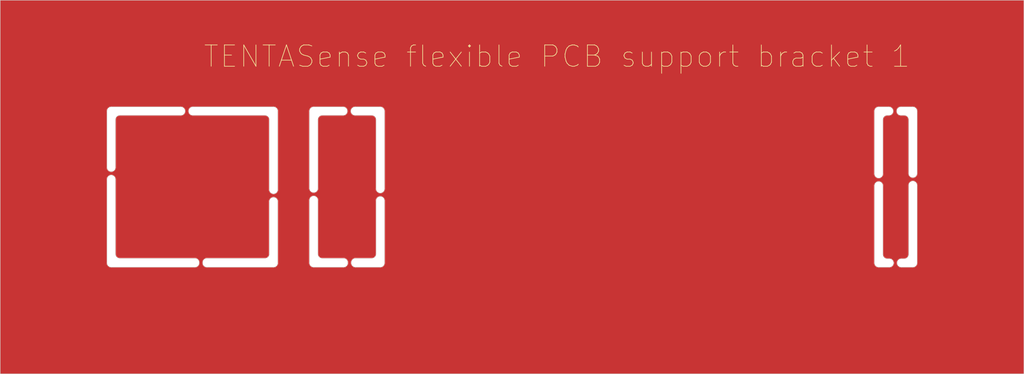
<source format=kicad_pcb>
(kicad_pcb (version 20221018) (generator pcbnew)

  (general
    (thickness 1.6)
  )

  (paper "A4")
  (layers
    (0 "F.Cu" signal)
    (31 "B.Cu" signal)
    (32 "B.Adhes" user "B.Adhesive")
    (33 "F.Adhes" user "F.Adhesive")
    (34 "B.Paste" user)
    (35 "F.Paste" user)
    (36 "B.SilkS" user "B.Silkscreen")
    (37 "F.SilkS" user "F.Silkscreen")
    (38 "B.Mask" user)
    (39 "F.Mask" user)
    (40 "Dwgs.User" user "User.Drawings")
    (41 "Cmts.User" user "User.Comments")
    (42 "Eco1.User" user "User.Eco1")
    (43 "Eco2.User" user "User.Eco2")
    (44 "Edge.Cuts" user)
    (45 "Margin" user)
    (46 "B.CrtYd" user "B.Courtyard")
    (47 "F.CrtYd" user "F.Courtyard")
    (48 "B.Fab" user)
    (49 "F.Fab" user)
    (50 "User.1" user)
    (51 "User.2" user)
    (52 "User.3" user)
    (53 "User.4" user)
    (54 "User.5" user)
    (55 "User.6" user)
    (56 "User.7" user)
    (57 "User.8" user)
    (58 "User.9" user)
  )

  (setup
    (pad_to_mask_clearance 0)
    (pcbplotparams
      (layerselection 0x00010fc_ffffffff)
      (plot_on_all_layers_selection 0x0000000_00000000)
      (disableapertmacros false)
      (usegerberextensions false)
      (usegerberattributes true)
      (usegerberadvancedattributes true)
      (creategerberjobfile true)
      (dashed_line_dash_ratio 12.000000)
      (dashed_line_gap_ratio 3.000000)
      (svgprecision 4)
      (plotframeref false)
      (viasonmask false)
      (mode 1)
      (useauxorigin false)
      (hpglpennumber 1)
      (hpglpenspeed 20)
      (hpglpendiameter 15.000000)
      (dxfpolygonmode true)
      (dxfimperialunits true)
      (dxfusepcbnewfont true)
      (psnegative false)
      (psa4output false)
      (plotreference true)
      (plotvalue true)
      (plotinvisibletext false)
      (sketchpadsonfab false)
      (subtractmaskfromsilk false)
      (outputformat 1)
      (mirror false)
      (drillshape 1)
      (scaleselection 1)
      (outputdirectory "")
    )
  )

  (net 0 "")

  (gr_arc (start 230.5 81.4) (mid 230.207107 82.107107) (end 229.5 82.4)
    (stroke (width 0.1) (type default)) (layer "Edge.Cuts") (tstamp 031e8bc0-3563-4740-bbc6-f8db115481a7))
  (gr_arc (start 226.9 47.8) (mid 226.607107 48.507107) (end 225.9 48.8)
    (stroke (width 0.1) (type default)) (layer "Edge.Cuts") (tstamp 0ba1149f-d8b7-4964-9a64-bb34a10de7d8))
  (gr_arc (start 98.1 46.8) (mid 98.807107 47.092893) (end 99.1 47.8)
    (stroke (width 0.1) (type default)) (layer "Edge.Cuts") (tstamp 0bd4e3af-b6ea-42ae-8147-60edf7495659))
  (gr_arc (start 61.9 47.8) (mid 62.192893 47.092893) (end 62.9 46.8)
    (stroke (width 0.1) (type default)) (layer "Edge.Cuts") (tstamp 0e01f309-f249-4249-8904-2e225b8c4624))
  (gr_arc (start 106.8 67) (mid 106.092893 66.707107) (end 105.8 66)
    (stroke (width 0.1) (type default)) (layer "Edge.Cuts") (tstamp 0f87342e-e962-4ad1-9393-f7e37f42c7da))
  (gr_arc (start 226 82.4) (mid 226.707107 82.692893) (end 227 83.4)
    (stroke (width 0.1) (type default)) (layer "Edge.Cuts") (tstamp 115c7dba-d748-43eb-adf2-4ace5c321c66))
  (gr_line (start 231.5 63.4) (end 231.5 63.4)
    (stroke (width 0.1) (type default)) (layer "Edge.Cuts") (tstamp 12329517-2d35-418c-8838-8b5cf115f8a1))
  (gr_line (start 92.2 68.7) (end 92.2 81.3)
    (stroke (width 0.1) (type default)) (layer "Edge.Cuts") (tstamp 131233ee-5415-4136-8918-8a5a38c11d8c))
  (gr_line (start 226.9 47.8) (end 226.9 47.8)
    (stroke (width 0.1) (type default)) (layer "Edge.Cuts") (tstamp 13e12e8b-e96a-4fc9-a34d-2de562f9632d))
  (gr_line (start 105.8 68.8) (end 105.8 81.3)
    (stroke (width 0.1) (type default)) (layer "Edge.Cuts") (tstamp 15154dd1-c83d-48ee-b9df-4477e099d249))
  (gr_arc (start 44.8 61) (mid 44.507107 61.707107) (end 43.8 62)
    (stroke (width 0.1) (type default)) (layer "Edge.Cuts") (tstamp 180ba322-adb7-4d82-bcfe-eac799e90a05))
  (gr_arc (start 63.4 82.3) (mid 64.107107 82.592893) (end 64.4 83.3)
    (stroke (width 0.1) (type default)) (layer "Edge.Cuts") (tstamp 18bbc815-02d7-4163-b1c8-5f67e4039b3b))
  (gr_line (start 101 84.4) (end 106.8 84.4)
    (stroke (width 0.1) (type default)) (layer "Edge.Cuts") (tstamp 1a368e62-f36a-4cbe-a9f0-e8a190d97302))
  (gr_rect (start 17.8 21.8) (end 257.5 109.4)
    (stroke (width 0.1) (type default)) (fill none) (layer "Edge.Cuts") (tstamp 1a53e2c0-fef1-4e48-98eb-c3ad20650748))
  (gr_line (start 90.2 83.4) (end 90.2 68.7)
    (stroke (width 0.1) (type default)) (layer "Edge.Cuts") (tstamp 1b152958-14d8-4c0d-8178-eb588b60c1dc))
  (gr_line (start 99.9 47.8) (end 99.9 47.8)
    (stroke (width 0.1) (type default)) (layer "Edge.Cuts") (tstamp 1d825b34-dcf8-4083-9b3b-394466da075c))
  (gr_line (start 81.8 46.8) (end 62.9 46.8)
    (stroke (width 0.1) (type default)) (layer "Edge.Cuts") (tstamp 1ddd13a3-31c7-49d7-8303-64fd1fc65e31))
  (gr_arc (start 62.9 48.8) (mid 62.192893 48.507107) (end 61.9 47.8)
    (stroke (width 0.1) (type default)) (layer "Edge.Cuts") (tstamp 209c9ce5-cb7c-40b5-bdd6-57847c620a26))
  (gr_arc (start 60.1 46.8) (mid 60.807107 47.092893) (end 61.1 47.8)
    (stroke (width 0.1) (type default)) (layer "Edge.Cuts") (tstamp 2228a599-e6e7-4aad-8692-2c1386492e51))
  (gr_arc (start 223.5 64.3) (mid 224.207107 64.592893) (end 224.5 65.3)
    (stroke (width 0.1) (type default)) (layer "Edge.Cuts") (tstamp 223d209c-d2f5-4bf3-b8a8-29456eb12ccb))
  (gr_arc (start 80.8 81.3) (mid 80.507107 82.007107) (end 79.8 82.3)
    (stroke (width 0.1) (type default)) (layer "Edge.Cuts") (tstamp 22e266e4-ae0a-4357-824e-84fd2be4511a))
  (gr_line (start 64.4 83.3) (end 64.4 83.4)
    (stroke (width 0.1) (type default)) (layer "Edge.Cuts") (tstamp 28e04438-fcfa-4472-8082-1d32a331cd0a))
  (gr_arc (start 93.2 82.3) (mid 92.492893 82.007107) (end 92.2 81.3)
    (stroke (width 0.1) (type default)) (layer "Edge.Cuts") (tstamp 2da6b655-d466-4aae-86a6-71a8b0e92718))
  (gr_line (start 43.8 62) (end 43.8 62)
    (stroke (width 0.1) (type default)) (layer "Edge.Cuts") (tstamp 30f175ed-792d-44af-87ee-c5f00ca19a54))
  (gr_line (start 104.8 48.8) (end 100.9 48.8)
    (stroke (width 0.1) (type default)) (layer "Edge.Cuts") (tstamp 31225c9c-a7eb-4535-ae4b-823208b988db))
  (gr_line (start 43.8 62.8) (end 43.8 62.8)
    (stroke (width 0.1) (type default)) (layer "Edge.Cuts") (tstamp 31670b28-0d85-40ab-9c33-f42da2b7ebc9))
  (gr_arc (start 229.5 48.8) (mid 230.207107 49.092893) (end 230.5 49.8)
    (stroke (width 0.1) (type default)) (layer "Edge.Cuts") (tstamp 325dd6f7-4166-44fb-beea-4290c362a767))
  (gr_arc (start 223.5 63.5) (mid 222.792893 63.207107) (end 222.5 62.5)
    (stroke (width 0.1) (type default)) (layer "Edge.Cuts") (tstamp 32e021ef-5824-4793-b189-aaac9e3b8e0d))
  (gr_arc (start 106.8 46.8) (mid 107.507107 47.092893) (end 107.8 47.8)
    (stroke (width 0.1) (type default)) (layer "Edge.Cuts") (tstamp 33dadc78-599c-4520-a6d3-bff7d8875be4))
  (gr_arc (start 225.9 46.8) (mid 226.607107 47.092893) (end 226.9 47.8)
    (stroke (width 0.1) (type default)) (layer "Edge.Cuts") (tstamp 3627dd37-e905-4a79-9dba-75482ff4dc36))
  (gr_arc (start 230.5 65.2) (mid 230.792893 64.492893) (end 231.5 64.2)
    (stroke (width 0.1) (type default)) (layer "Edge.Cuts") (tstamp 384463a5-1349-4255-8e74-eff0d1774822))
  (gr_line (start 98.1 48.8) (end 93.2 48.8)
    (stroke (width 0.1) (type default)) (layer "Edge.Cuts") (tstamp 3979c7c4-fa99-48c8-92ec-bfeb6f357cd9))
  (gr_line (start 105.8 66) (end 105.8 49.8)
    (stroke (width 0.1) (type default)) (layer "Edge.Cuts") (tstamp 3a9542ce-6ede-44f0-993f-e31e056b315d))
  (gr_line (start 43.8 46.8) (end 60.1 46.8)
    (stroke (width 0.1) (type default)) (layer "Edge.Cuts") (tstamp 3c11f93f-a244-4349-8ba1-09a4125a5309))
  (gr_arc (start 100 83.3) (mid 100.292893 82.592893) (end 101 82.3)
    (stroke (width 0.1) (type default)) (layer "Edge.Cuts") (tstamp 3c1ed9d9-e072-4607-b742-cfb459a7bd63))
  (gr_line (start 61.9 47.8) (end 61.9 47.8)
    (stroke (width 0.1) (type default)) (layer "Edge.Cuts") (tstamp 474988c5-a8f0-467e-80f3-e625a66c147d))
  (gr_arc (start 99.2 83.4) (mid 98.907107 84.107107) (end 98.2 84.4)
    (stroke (width 0.1) (type default)) (layer "Edge.Cuts") (tstamp 48ccbcad-f92f-4202-b4a1-cfab8434ebfc))
  (gr_arc (start 228.7 48.8) (mid 227.992893 48.507107) (end 227.7 47.8)
    (stroke (width 0.1) (type default)) (layer "Edge.Cuts") (tstamp 4a3dc015-333b-447c-a99d-447ce9164e90))
  (gr_line (start 82.8 66.2) (end 82.8 47.8)
    (stroke (width 0.1) (type default)) (layer "Edge.Cuts") (tstamp 4c3e6d43-f5b1-404a-93d6-d77c02e4dde5))
  (gr_arc (start 99.9 47.8) (mid 100.192893 47.092893) (end 100.9 46.8)
    (stroke (width 0.1) (type default)) (layer "Edge.Cuts") (tstamp 515cd976-9916-4c78-8742-ab2586bce67d))
  (gr_line (start 223.5 63.5) (end 223.5 63.5)
    (stroke (width 0.1) (type default)) (layer "Edge.Cuts") (tstamp 518396df-e437-4271-a9e4-ed31a2a27e55))
  (gr_line (start 60.1 48.8) (end 45.8 48.8)
    (stroke (width 0.1) (type default)) (layer "Edge.Cuts") (tstamp 51e14f36-02a1-455d-90f6-6a27142764bd))
  (gr_line (start 227.7 47.8) (end 227.7 47.8)
    (stroke (width 0.1) (type default)) (layer "Edge.Cuts") (tstamp 520b0087-c7b7-4828-aa64-ca9ec3f54640))
  (gr_arc (start 91.2 66.9) (mid 90.492893 66.607107) (end 90.2 65.9)
    (stroke (width 0.1) (type default)) (layer "Edge.Cuts") (tstamp 5332b44d-716d-47ff-af89-8925d41e4066))
  (gr_arc (start 64.4 83.4) (mid 64.107107 84.107107) (end 63.4 84.4)
    (stroke (width 0.1) (type default)) (layer "Edge.Cuts") (tstamp 54cb2986-26e9-443e-b5c1-dc97fcefd6f2))
  (gr_line (start 98.2 84.4) (end 91.2 84.4)
    (stroke (width 0.1) (type default)) (layer "Edge.Cuts") (tstamp 560d2891-4331-4858-a956-4e11170b8627))
  (gr_arc (start 232.5 62.4) (mid 232.207107 63.107107) (end 231.5 63.4)
    (stroke (width 0.1) (type default)) (layer "Edge.Cuts") (tstamp 56cf5025-da86-40f7-9d4b-25cb14f93431))
  (gr_line (start 231.5 64.2) (end 231.5 64.2)
    (stroke (width 0.1) (type default)) (layer "Edge.Cuts") (tstamp 5851371e-f15f-4e0b-bcdd-1895dd4449e1))
  (gr_line (start 99.2 83.3) (end 99.2 83.4)
    (stroke (width 0.1) (type default)) (layer "Edge.Cuts") (tstamp 590d96c3-4a37-433b-a668-55f0b28dc055))
  (gr_line (start 42.8 83.4) (end 42.8 63.8)
    (stroke (width 0.1) (type default)) (layer "Edge.Cuts") (tstamp 59c28cdb-cf2f-4a77-bb59-5a10401d4631))
  (gr_arc (start 224.5 49.8) (mid 224.792893 49.092893) (end 225.5 48.8)
    (stroke (width 0.1) (type default)) (layer "Edge.Cuts") (tstamp 5b644058-6ea0-4e8a-a140-c7f3f42a7206))
  (gr_arc (start 224.5 62.5) (mid 224.207107 63.207107) (end 223.5 63.5)
    (stroke (width 0.1) (type default)) (layer "Edge.Cuts") (tstamp 5ba61802-4873-43a7-b032-66c31bb38c74))
  (gr_arc (start 99.1 47.8) (mid 98.807107 48.507107) (end 98.1 48.8)
    (stroke (width 0.1) (type default)) (layer "Edge.Cuts") (tstamp 5bd049c3-5331-450a-b4b2-3dfa095103f0))
  (gr_line (start 65.2 83.3) (end 65.2 83.4)
    (stroke (width 0.1) (type default)) (layer "Edge.Cuts") (tstamp 5ce57314-f022-4ffd-8f58-8d87953c1055))
  (gr_arc (start 65.2 83.3) (mid 65.492893 82.592893) (end 66.2 82.3)
    (stroke (width 0.1) (type default)) (layer "Edge.Cuts") (tstamp 5d9031a5-bce3-4a2a-a5c8-8fd211fd8a44))
  (gr_line (start 228.7 48.8) (end 229.5 48.8)
    (stroke (width 0.1) (type default)) (layer "Edge.Cuts") (tstamp 608ecc23-fef6-41da-ae31-e1656f5e785c))
  (gr_arc (start 90.2 47.8) (mid 90.492893 47.092893) (end 91.2 46.8)
    (stroke (width 0.1) (type default)) (layer "Edge.Cuts") (tstamp 6107742f-9e1c-47e0-8f9e-5a82443ea96a))
  (gr_arc (start 42.8 63.8) (mid 43.092893 63.092893) (end 43.8 62.8)
    (stroke (width 0.1) (type default)) (layer "Edge.Cuts") (tstamp 6311042a-90c1-4954-a85d-c74077e4acbe))
  (gr_arc (start 231.5 46.8) (mid 232.207107 47.092893) (end 232.5 47.8)
    (stroke (width 0.1) (type default)) (layer "Edge.Cuts") (tstamp 66ba4c39-205f-411d-aab1-673e2a079f91))
  (gr_line (start 66.2 84.4) (end 81.8 84.4)
    (stroke (width 0.1) (type default)) (layer "Edge.Cuts") (tstamp 683600f4-2271-4634-aeba-f15cfc248bc8))
  (gr_arc (start 223.5 84.4) (mid 222.792893 84.107107) (end 222.5 83.4)
    (stroke (width 0.1) (type default)) (layer "Edge.Cuts") (tstamp 6a75fd15-fa7a-4803-93ab-f56f36c19fa9))
  (gr_line (start 62.9 48.8) (end 79.8 48.8)
    (stroke (width 0.1) (type default)) (layer "Edge.Cuts") (tstamp 6f06ca4c-89d9-4beb-aea8-8e4afffefee2))
  (gr_arc (start 79.8 48.8) (mid 80.507107 49.092893) (end 80.8 49.8)
    (stroke (width 0.1) (type default)) (layer "Edge.Cuts") (tstamp 6f1dd089-ecfe-4ea1-814b-c29b6575bfa8))
  (gr_arc (start 104.8 48.8) (mid 105.507107 49.092893) (end 105.8 49.8)
    (stroke (width 0.1) (type default)) (layer "Edge.Cuts") (tstamp 6f883c28-03af-4a85-9ad4-40586b1d845f))
  (gr_line (start 227 83.4) (end 227 83.4)
    (stroke (width 0.1) (type default)) (layer "Edge.Cuts") (tstamp 7075e3db-079e-46de-8939-084135554e01))
  (gr_arc (start 100.9 48.8) (mid 100.192893 48.507107) (end 99.9 47.8)
    (stroke (width 0.1) (type default)) (layer "Edge.Cuts") (tstamp 7128afed-045d-4eaf-874d-1e5907373139))
  (gr_line (start 93.2 82.3) (end 98.2 82.3)
    (stroke (width 0.1) (type default)) (layer "Edge.Cuts") (tstamp 7a23ef85-b007-40fc-a95e-f4ff0143c646))
  (gr_line (start 63.4 84.4) (end 43.8 84.4)
    (stroke (width 0.1) (type default)) (layer "Edge.Cuts") (tstamp 7a5e4191-4a87-4794-bc7f-a6bf53646fce))
  (gr_line (start 45.8 82.3) (end 63.4 82.3)
    (stroke (width 0.1) (type default)) (layer "Edge.Cuts") (tstamp 7c7944c7-9d20-4391-8216-8275493712ec))
  (gr_line (start 229.5 82.4) (end 228.8 82.4)
    (stroke (width 0.1) (type default)) (layer "Edge.Cuts") (tstamp 804271cf-a7a6-43ad-b6d2-aa18d5bab524))
  (gr_arc (start 82.8 66.2) (mid 82.507107 66.907107) (end 81.8 67.2)
    (stroke (width 0.1) (type default)) (layer "Edge.Cuts") (tstamp 8170faf1-6615-4698-95b3-033ab02c738d))
  (gr_line (start 231.5 46.8) (end 228.7 46.8)
    (stroke (width 0.1) (type default)) (layer "Edge.Cuts") (tstamp 83abd34d-d758-4ff7-93ee-6aaf625ac2b6))
  (gr_arc (start 98.2 82.3) (mid 98.907107 82.592893) (end 99.2 83.3)
    (stroke (width 0.1) (type default)) (layer "Edge.Cuts") (tstamp 84607fc4-60f7-43bb-b376-485c0c15b49a))
  (gr_arc (start 105.8 81.3) (mid 105.507107 82.007107) (end 104.8 82.3)
    (stroke (width 0.1) (type default)) (layer "Edge.Cuts") (tstamp 878941b7-69b4-465d-9e4f-97d50082bf6c))
  (gr_line (start 232.5 62.4) (end 232.5 47.8)
    (stroke (width 0.1) (type default)) (layer "Edge.Cuts") (tstamp 881101e7-0c79-4150-8dd2-d3125944025d))
  (gr_arc (start 92.2 49.8) (mid 92.492893 49.092893) (end 93.2 48.8)
    (stroke (width 0.1) (type default)) (layer "Edge.Cuts") (tstamp 88752939-2305-4ca5-91f3-bf4b603fe72a))
  (gr_arc (start 107.8 83.4) (mid 107.507107 84.107107) (end 106.8 84.4)
    (stroke (width 0.1) (type default)) (layer "Edge.Cuts") (tstamp 88814309-5675-4017-b9e3-fa1a5e06daef))
  (gr_line (start 80.8 49.8) (end 80.8 66.2)
    (stroke (width 0.1) (type default)) (layer "Edge.Cuts") (tstamp 893dce93-91dc-4406-8129-e07d9f030274))
  (gr_line (start 44.8 49.8) (end 44.8 61)
    (stroke (width 0.1) (type default)) (layer "Edge.Cuts") (tstamp 8a001d8e-aa69-4a88-aac9-ec957c5fd3f7))
  (gr_arc (start 81.8 46.8) (mid 82.507107 47.092893) (end 82.8 47.8)
    (stroke (width 0.1) (type default)) (layer "Edge.Cuts") (tstamp 8a6aef6f-3408-4144-8f2c-7af9e7c58a68))
  (gr_arc (start 106.8 67.8) (mid 107.507107 68.092893) (end 107.8 68.8)
    (stroke (width 0.1) (type default)) (layer "Edge.Cuts") (tstamp 8dfbcde9-25bf-42c7-96b3-72979751b151))
  (gr_arc (start 81.8 67.2) (mid 81.092893 66.907107) (end 80.8 66.2)
    (stroke (width 0.1) (type default)) (layer "Edge.Cuts") (tstamp 8dfcddb0-36ca-4747-bc13-5bd90ebac3c7))
  (gr_line (start 232.5 83.4) (end 232.5 65.2)
    (stroke (width 0.1) (type default)) (layer "Edge.Cuts") (tstamp 90e5df54-938a-4c39-9a2d-b93bc397cf1d))
  (gr_line (start 225.5 82.4) (end 226 82.4)
    (stroke (width 0.1) (type default)) (layer "Edge.Cuts") (tstamp 916e83bb-e819-4fb9-9e5b-39176296431b))
  (gr_line (start 227.8 83.4) (end 227.8 83.4)
    (stroke (width 0.1) (type default)) (layer "Edge.Cuts") (tstamp 92013490-d15f-47fd-b7d3-bc60c215fe98))
  (gr_arc (start 222.5 65.3) (mid 222.792893 64.592893) (end 223.5 64.3)
    (stroke (width 0.1) (type default)) (layer "Edge.Cuts") (tstamp 9242e572-83e1-4f8a-9028-26be846be695))
  (gr_line (start 226 84.4) (end 223.5 84.4)
    (stroke (width 0.1) (type default)) (layer "Edge.Cuts") (tstamp 934fc076-622c-4101-8c8b-d6b26d58f99a))
  (gr_arc (start 231.5 64.2) (mid 232.207107 64.492893) (end 232.5 65.2)
    (stroke (width 0.1) (type default)) (layer "Edge.Cuts") (tstamp 94f06f67-8343-47b0-8333-2bc49ae48930))
  (gr_arc (start 227.7 47.8) (mid 227.992893 47.092893) (end 228.7 46.8)
    (stroke (width 0.1) (type default)) (layer "Edge.Cuts") (tstamp 9838ac29-2b2e-4ae5-9581-db0b4905ea8d))
  (gr_arc (start 61.1 47.8) (mid 60.807107 48.507107) (end 60.1 48.8)
    (stroke (width 0.1) (type default)) (layer "Edge.Cuts") (tstamp 9a16fc51-53dc-403a-8713-d24c7b474e3b))
  (gr_line (start 223.5 64.3) (end 223.5 64.3)
    (stroke (width 0.1) (type default)) (layer "Edge.Cuts") (tstamp 9a593925-6189-4c7c-9a35-0f190a853f2a))
  (gr_line (start 222.5 83.4) (end 222.5 65.3)
    (stroke (width 0.1) (type default)) (layer "Edge.Cuts") (tstamp 9bcf6b12-cb08-49bc-a642-6a9f6267d111))
  (gr_line (start 82.8 83.4) (end 82.8 69)
    (stroke (width 0.1) (type default)) (layer "Edge.Cuts") (tstamp 9c1a1c13-e4ee-4472-bde4-cc279beca6e5))
  (gr_arc (start 227 83.4) (mid 226.707107 84.107107) (end 226 84.4)
    (stroke (width 0.1) (type default)) (layer "Edge.Cuts") (tstamp 9eee5ef6-2601-49f1-bdcc-0344c2f7cb04))
  (gr_line (start 61.1 47.8) (end 61.1 47.8)
    (stroke (width 0.1) (type default)) (layer "Edge.Cuts") (tstamp 9f1c4976-697b-456c-8fd3-2ec866ca16a8))
  (gr_arc (start 90.2 68.7) (mid 90.492893 67.992893) (end 91.2 67.7)
    (stroke (width 0.1) (type default)) (layer "Edge.Cuts") (tstamp 9fac2f1a-2e3c-4cab-8861-36fd20466e9c))
  (gr_arc (start 231.5 63.4) (mid 230.792893 63.107107) (end 230.5 62.4)
    (stroke (width 0.1) (type default)) (layer "Edge.Cuts") (tstamp a04454ca-c593-46b1-9f57-fcdb4150377e))
  (gr_line (start 225.9 48.8) (end 225.5 48.8)
    (stroke (width 0.1) (type default)) (layer "Edge.Cuts") (tstamp a1d87430-6328-43f0-9e69-55e185e2c8e5))
  (gr_arc (start 225.5 82.4) (mid 224.792893 82.107107) (end 224.5 81.4)
    (stroke (width 0.1) (type default)) (layer "Edge.Cuts") (tstamp a25c5205-d19e-46c8-89a9-165e1be7822c))
  (gr_arc (start 45.8 82.3) (mid 45.092893 82.007107) (end 44.8 81.3)
    (stroke (width 0.1) (type default)) (layer "Edge.Cuts") (tstamp a272cf01-cc96-4715-9310-911ee798e384))
  (gr_arc (start 66.2 84.4) (mid 65.492893 84.107107) (end 65.2 83.4)
    (stroke (width 0.1) (type default)) (layer "Edge.Cuts") (tstamp a70e284d-f07b-4327-b41f-c7b84395937b))
  (gr_line (start 223.5 46.8) (end 225.9 46.8)
    (stroke (width 0.1) (type default)) (layer "Edge.Cuts") (tstamp ac03da6b-ef3b-4f2d-9f83-4fa3bd6b2f38))
  (gr_arc (start 101 84.4) (mid 100.292893 84.107107) (end 100 83.4)
    (stroke (width 0.1) (type default)) (layer "Edge.Cuts") (tstamp ac53d95e-744a-4729-a6d4-c8dbdf966f48))
  (gr_arc (start 43.8 62) (mid 43.092893 61.707107) (end 42.8 61)
    (stroke (width 0.1) (type default)) (layer "Edge.Cuts") (tstamp ac75b2b7-7362-4757-ab41-9ada5a82065f))
  (gr_arc (start 42.8 47.8) (mid 43.092893 47.092893) (end 43.8 46.8)
    (stroke (width 0.1) (type default)) (layer "Edge.Cuts") (tstamp ad164980-3624-4a50-99e5-ab5a404a9a5d))
  (gr_line (start 107.8 83.4) (end 107.8 68.8)
    (stroke (width 0.1) (type default)) (layer "Edge.Cuts") (tstamp ae51fc5d-6c44-4bdd-83b5-e98fe897dd79))
  (gr_arc (start 228.8 84.4) (mid 228.092893 84.107107) (end 227.8 83.4)
    (stroke (width 0.1) (type default)) (layer "Edge.Cuts") (tstamp b1b9a0c0-b650-4477-851f-0b45007bf921))
  (gr_arc (start 80.8 69) (mid 81.092893 68.292893) (end 81.8 68)
    (stroke (width 0.1) (type default)) (layer "Edge.Cuts") (tstamp b243c486-955a-41f7-b93e-48e383182c91))
  (gr_line (start 224.5 65.3) (end 224.5 81.4)
    (stroke (width 0.1) (type default)) (layer "Edge.Cuts") (tstamp bc01b30a-29c1-472f-8121-082b6c343d1b))
  (gr_line (start 91.2 46.8) (end 98.1 46.8)
    (stroke (width 0.1) (type default)) (layer "Edge.Cuts") (tstamp bc8453fd-0bce-4caa-887c-70971655cdab))
  (gr_line (start 104.8 82.3) (end 101 82.3)
    (stroke (width 0.1) (type default)) (layer "Edge.Cuts") (tstamp bdbc200c-5f11-4c62-8d0d-f683bb852a93))
  (gr_line (start 90.2 65.9) (end 90.2 47.8)
    (stroke (width 0.1) (type default)) (layer "Edge.Cuts") (tstamp cc923cf3-da08-47a3-8333-220897a60fc7))
  (gr_line (start 91.2 66.9) (end 91.2 66.9)
    (stroke (width 0.1) (type default)) (layer "Edge.Cuts") (tstamp ce667c40-732c-42b2-b2f9-4b8ef56653d1))
  (gr_arc (start 43.8 62.8) (mid 44.507107 63.092893) (end 44.8 63.8)
    (stroke (width 0.1) (type default)) (layer "Edge.Cuts") (tstamp d1776fbc-3945-48d9-a344-4adac9d2d7b1))
  (gr_arc (start 107.8 66) (mid 107.507107 66.707107) (end 106.8 67)
    (stroke (width 0.1) (type default)) (layer "Edge.Cuts") (tstamp d2565977-2b1e-426e-8682-51e83eab6632))
  (gr_arc (start 222.5 47.8) (mid 222.792893 47.092893) (end 223.5 46.8)
    (stroke (width 0.1) (type default)) (layer "Edge.Cuts") (tstamp d38928eb-c070-476d-b6a4-33a6d8177159))
  (gr_line (start 91.2 67.7) (end 91.2 67.7)
    (stroke (width 0.1) (type default)) (layer "Edge.Cuts") (tstamp d5b54d0b-0fe3-4ab8-8d8a-e0855e73f2e9))
  (gr_line (start 44.8 63.8) (end 44.8 81.3)
    (stroke (width 0.1) (type default)) (layer "Edge.Cuts") (tstamp d6c823d9-ed30-4cce-9f6c-73287de3c5bc))
  (gr_line (start 228.8 84.4) (end 231.5 84.4)
    (stroke (width 0.1) (type default)) (layer "Edge.Cuts") (tstamp dde0e361-8b21-4423-8417-a83bf536df79))
  (gr_line (start 230.5 65.2) (end 230.5 81.4)
    (stroke (width 0.1) (type default)) (layer "Edge.Cuts") (tstamp e22a9de5-ed27-4208-a336-8cf579f4c2a2))
  (gr_arc (start 91.2 84.4) (mid 90.492893 84.107107) (end 90.2 83.4)
    (stroke (width 0.1) (type default)) (layer "Edge.Cuts") (tstamp e22ceeb3-5d30-47a8-a188-3a01964632c0))
  (gr_line (start 99.1 47.8) (end 99.1 47.8)
    (stroke (width 0.1) (type default)) (layer "Edge.Cuts") (tstamp e58b6fce-bc69-4091-9649-67577c6ee3bd))
  (gr_line (start 222.5 62.5) (end 222.5 47.8)
    (stroke (width 0.1) (type default)) (layer "Edge.Cuts") (tstamp e664593f-0cce-4c7e-a0e6-448a0fc566f8))
  (gr_line (start 42.8 61) (end 42.8 47.8)
    (stroke (width 0.1) (type default)) (layer "Edge.Cuts") (tstamp e7abf358-9da9-4b72-aad2-7d06e05c6eeb))
  (gr_arc (start 44.8 49.8) (mid 45.092893 49.092893) (end 45.8 48.8)
    (stroke (width 0.1) (type default)) (layer "Edge.Cuts") (tstamp e829040e-e3f7-46a2-a640-4fcafc35de22))
  (gr_line (start 81.8 68) (end 81.8 68)
    (stroke (width 0.1) (type default)) (layer "Edge.Cuts") (tstamp e9d45ec2-61f3-44b3-b030-8aa7894601a3))
  (gr_arc (start 92.2 65.9) (mid 91.907107 66.607107) (end 91.2 66.9)
    (stroke (width 0.1) (type default)) (layer "Edge.Cuts") (tstamp ec88bf1d-b75b-4e28-ab25-2bb4caf97f53))
  (gr_line (start 100 83.3) (end 100 83.4)
    (stroke (width 0.1) (type default)) (layer "Edge.Cuts") (tstamp f0a202b3-6951-45f3-b38e-4a0afaf84851))
  (gr_arc (start 232.5 83.4) (mid 232.207107 84.107107) (end 231.5 84.4)
    (stroke (width 0.1) (type default)) (layer "Edge.Cuts") (tstamp f0f4ec6f-99a9-44a7-882c-32ed0c43b1ed))
  (gr_line (start 100.9 46.8) (end 106.8 46.8)
    (stroke (width 0.1) (type default)) (layer "Edge.Cuts") (tstamp f13f470c-2cac-470d-b779-1bb398495c07))
  (gr_line (start 224.5 49.8) (end 224.5 62.5)
    (stroke (width 0.1) (type default)) (layer "Edge.Cuts") (tstamp f15c1cf7-3fff-4bf0-afd2-788c97123692))
  (gr_line (start 79.8 82.3) (end 66.2 82.3)
    (stroke (width 0.1) (type default)) (layer "Edge.Cuts") (tstamp f1f5a8ca-6326-4f73-a9e2-b8096efb51e4))
  (gr_arc (start 91.2 67.7) (mid 91.907107 67.992893) (end 92.2 68.7)
    (stroke (width 0.1) (type default)) (layer "Edge.Cuts") (tstamp f32b3537-5354-437b-a06c-5bbbe6e63a7c))
  (gr_arc (start 81.8 68) (mid 82.507107 68.292893) (end 82.8 69)
    (stroke (width 0.1) (type default)) (layer "Edge.Cuts") (tstamp f42029a8-1556-4a49-b165-6819ee4742d9))
  (gr_line (start 106.8 67.8) (end 106.8 67.8)
    (stroke (width 0.1) (type default)) (layer "Edge.Cuts") (tstamp f5264dc3-8df4-4209-86df-e25d83e22555))
  (gr_arc (start 105.8 68.8) (mid 106.092893 68.092893) (end 106.8 67.8)
    (stroke (width 0.1) (type default)) (layer "Edge.Cuts") (tstamp f5c471ee-f59c-4019-9a0a-d17e583c663f))
  (gr_line (start 80.8 69) (end 80.8 81.3)
    (stroke (width 0.1) (type default)) (layer "Edge.Cuts") (tstamp f6b273ac-d7b4-4476-bed8-1cddbb916796))
  (gr_line (start 106.8 67) (end 106.8 67)
    (stroke (width 0.1) (type default)) (layer "Edge.Cuts") (tstamp f8ba2f8b-7723-4af7-90d1-417581211270))
  (gr_arc (start 227.8 83.4) (mid 228.092893 82.692893) (end 228.8 82.4)
    (stroke (width 0.1) (type default)) (layer "Edge.Cuts") (tstamp f944369a-181f-464c-856b-0827de01605a))
  (gr_line (start 92.2 49.8) (end 92.2 65.9)
    (stroke (width 0.1) (type default)) (layer "Edge.Cuts") (tstamp fb0dfe04-d268-47dd-8f2b-bd30c2f4aa3c))
  (gr_line (start 107.8 47.8) (end 107.8 66)
    (stroke (width 0.1) (type default)) (layer "Edge.Cuts") (tstamp fbb2426a-dd62-4d1c-8e0f-343b2160d414))
  (gr_arc (start 43.8 84.4) (mid 43.092893 84.107107) (end 42.8 83.4)
    (stroke (width 0.1) (type default)) (layer "Edge.Cuts") (tstamp fd455332-9071-4e4b-b97c-4cfcc1ffab40))
  (gr_line (start 230.5 49.8) (end 230.5 62.4)
    (stroke (width 0.1) (type default)) (layer "Edge.Cuts") (tstamp fe55f7ff-c6d5-490a-9b51-b7e05f126832))
  (gr_arc (start 82.8 83.4) (mid 82.507107 84.107107) (end 81.8 84.4)
    (stroke (width 0.1) (type default)) (layer "Edge.Cuts") (tstamp ff8154e8-fee1-442b-82ed-459d15725860))
  (gr_line (start 81.8 67.2) (end 81.8 67.2)
    (stroke (width 0.1) (type default)) (layer "Edge.Cuts") (tstamp ffc74004-fa95-4e7d-b840-601d6f0a3336))
  (gr_text "TENTASense flexible PCB support bracket 1" (at 65.2 37.9) (layer "F.SilkS") (tstamp 5185d263-7708-4b66-8d33-057051136e4b)
    (effects (font (size 5 5) (thickness 0.15)) (justify left bottom))
  )

  (zone (net 0) (net_name "") (layer "F.Cu") (tstamp 6ad031a0-6979-4bd5-b236-78e27da85f77) (hatch edge 0.5)
    (connect_pads (clearance 0))
    (min_thickness 0.25) (filled_areas_thickness no)
    (fill yes (thermal_gap 0.5) (thermal_bridge_width 0.5) (island_removal_mode 1) (island_area_min 10))
    (polygon
      (pts
        (xy 17.8 21.8)
        (xy 17.8 109.4)
        (xy 257.5 109.4)
        (xy 257.5 21.8)
      )
    )
    (filled_polygon
      (layer "F.Cu")
      (island)
      (pts
        (xy 257.442539 21.820185)
        (xy 257.488294 21.872989)
        (xy 257.4995 21.9245)
        (xy 257.4995 109.2755)
        (xy 257.479815 109.342539)
        (xy 257.427011 109.388294)
        (xy 257.3755 109.3995)
        (xy 17.9245 109.3995)
        (xy 17.857461 109.379815)
        (xy 17.811706 109.327011)
        (xy 17.8005 109.2755)
        (xy 17.8005 83.348479)
        (xy 42.794926 83.348479)
        (xy 42.799201 83.391888)
        (xy 42.7995 83.397968)
        (xy 42.7995 83.487536)
        (xy 42.810628 83.550646)
        (xy 42.809311 83.562448)
        (xy 42.816343 83.585629)
        (xy 42.818072 83.592866)
        (xy 42.829899 83.65994)
        (xy 42.858162 83.737592)
        (xy 42.858991 83.750639)
        (xy 42.867128 83.765862)
        (xy 42.874292 83.781905)
        (xy 42.889776 83.824448)
        (xy 42.889777 83.824449)
        (xy 42.938578 83.908974)
        (xy 42.942055 83.923309)
        (xy 42.951792 83.935173)
        (xy 42.963326 83.951838)
        (xy 42.977307 83.976053)
        (xy 42.980414 83.980491)
        (xy 42.980038 83.980754)
        (xy 42.989371 83.99456)
        (xy 42.991254 83.998082)
        (xy 43.009702 84.014661)
        (xy 43.048914 84.061393)
        (xy 43.055484 84.076406)
        (xy 43.065928 84.084977)
        (xy 43.082254 84.101126)
        (xy 43.089837 84.110163)
        (xy 43.098872 84.117744)
        (xy 43.11502 84.13407)
        (xy 43.119146 84.139098)
        (xy 43.138606 84.151085)
        (xy 43.185337 84.190297)
        (xy 43.195234 84.205172)
        (xy 43.205438 84.210627)
        (xy 43.219245 84.219961)
        (xy 43.219509 84.219586)
        (xy 43.223945 84.222692)
        (xy 43.248163 84.236675)
        (xy 43.264824 84.248206)
        (xy 43.27177 84.253906)
        (xy 43.291025 84.261421)
        (xy 43.375547 84.310221)
        (xy 43.375551 84.310222)
        (xy 43.375555 84.310225)
        (xy 43.418103 84.325711)
        (xy 43.434143 84.332874)
        (xy 43.444334 84.338321)
        (xy 43.462407 84.341836)
        (xy 43.540062 84.370101)
        (xy 43.607145 84.381929)
        (xy 43.614379 84.383657)
        (xy 43.632543 84.389167)
        (xy 43.64935 84.38937)
        (xy 43.712468 84.4005)
        (xy 43.712472 84.4005)
        (xy 43.802041 84.4005)
        (xy 43.808121 84.400799)
        (xy 43.844302 84.404362)
        (xy 43.867096 84.4005)
        (xy 63.332903 84.4005)
        (xy 63.348477 84.405073)
        (xy 63.391878 84.400799)
        (xy 63.397958 84.4005)
        (xy 63.487528 84.4005)
        (xy 63.487532 84.4005)
        (xy 63.550646 84.389371)
        (xy 63.562445 84.390687)
        (xy 63.585617 84.383658)
        (xy 63.592843 84.381931)
        (xy 63.659938 84.370101)
        (xy 63.659943 84.370099)
        (xy 63.659944 84.370099)
        (xy 63.69888 84.355927)
        (xy 63.737589 84.341837)
        (xy 63.750637 84.341008)
        (xy 63.765852 84.332876)
        (xy 63.781893 84.325712)
        (xy 63.824445 84.310225)
        (xy 63.908973 84.261421)
        (xy 63.923309 84.257943)
        (xy 63.935172 84.248208)
        (xy 63.951825 84.236681)
        (xy 63.976055 84.222692)
        (xy 63.97606 84.222687)
        (xy 63.980491 84.219586)
        (xy 63.980755 84.219964)
        (xy 63.994566 84.210623)
        (xy 63.998087 84.20874)
        (xy 64.014657 84.1903)
        (xy 64.061395 84.151083)
        (xy 64.076406 84.144514)
        (xy 64.084975 84.134073)
        (xy 64.101128 84.117744)
        (xy 64.110163 84.110163)
        (xy 64.117745 84.101126)
        (xy 64.134073 84.084975)
        (xy 64.1391 84.080849)
        (xy 64.151081 84.061398)
        (xy 64.190298 84.01466)
        (xy 64.205171 84.004765)
        (xy 64.210623 83.994566)
        (xy 64.219964 83.980755)
        (xy 64.219586 83.980491)
        (xy 64.222687 83.976061)
        (xy 64.222687 83.97606)
        (xy 64.222692 83.976055)
        (xy 64.236681 83.951825)
        (xy 64.248208 83.935172)
        (xy 64.253904 83.92823)
        (xy 64.261422 83.908973)
        (xy 64.310221 83.824452)
        (xy 64.310221 83.824451)
        (xy 64.310225 83.824445)
        (xy 64.325712 83.781893)
        (xy 64.332876 83.765852)
        (xy 64.338319 83.755668)
        (xy 64.341838 83.737589)
        (xy 64.370099 83.659944)
        (xy 64.3701 83.65994)
        (xy 64.370101 83.659938)
        (xy 64.381931 83.592843)
        (xy 64.383658 83.585617)
        (xy 64.389166 83.567459)
        (xy 64.38937 83.550649)
        (xy 64.4005 83.487532)
        (xy 64.4005 83.4)
        (xy 64.4005 83.3995)
        (xy 64.4005 83.397958)
        (xy 64.400799 83.391878)
        (xy 64.404467 83.354629)
        (xy 64.405786 83.35136)
        (xy 64.405187 83.34864)
        (xy 65.19421 83.34864)
        (xy 65.195532 83.354632)
        (xy 65.199201 83.391887)
        (xy 65.1995 83.397968)
        (xy 65.1995 83.487536)
        (xy 65.210628 83.550646)
        (xy 65.209311 83.562448)
        (xy 65.216343 83.585629)
        (xy 65.218072 83.592866)
        (xy 65.229899 83.65994)
        (xy 65.258162 83.737592)
        (xy 65.258991 83.750639)
        (xy 65.267128 83.765862)
        (xy 65.274292 83.781905)
        (xy 65.289776 83.824448)
        (xy 65.289777 83.824449)
        (xy 65.338578 83.908974)
        (xy 65.342055 83.923309)
        (xy 65.351792 83.935173)
        (xy 65.363326 83.951838)
        (xy 65.377307 83.976053)
        (xy 65.380414 83.980491)
        (xy 65.380038 83.980754)
        (xy 65.389371 83.99456)
        (xy 65.391254 83.998082)
        (xy 65.409702 84.014661)
        (xy 65.448914 84.061393)
        (xy 65.455484 84.076406)
        (xy 65.465928 84.084977)
        (xy 65.482254 84.101126)
        (xy 65.489837 84.110163)
        (xy 65.498872 84.117744)
        (xy 65.51502 84.13407)
        (xy 65.519146 84.139098)
        (xy 65.538606 84.151085)
        (xy 65.585337 84.190297)
        (xy 65.595234 84.205172)
        (xy 65.605438 84.210627)
        (xy 65.619245 84.219961)
        (xy 65.619509 84.219586)
        (xy 65.623945 84.222692)
        (xy 65.648163 84.236675)
        (xy 65.664824 84.248206)
        (xy 65.67177 84.253906)
        (xy 65.691025 84.261421)
        (xy 65.775547 84.310221)
        (xy 65.775551 84.310222)
        (xy 65.775555 84.310225)
        (xy 65.818103 84.325711)
        (xy 65.834143 84.332874)
        (xy 65.844334 84.338321)
        (xy 65.862407 84.341836)
        (xy 65.940062 84.370101)
        (xy 66.007145 84.381929)
        (xy 66.014379 84.383657)
        (xy 66.032543 84.389167)
        (xy 66.04935 84.38937)
        (xy 66.112468 84.4005)
        (xy 66.112472 84.4005)
        (xy 66.202041 84.4005)
        (xy 66.208121 84.400799)
        (xy 66.244302 84.404362)
        (xy 66.267096 84.4005)
        (xy 81.732903 84.4005)
        (xy 81.748477 84.405073)
        (xy 81.791878 84.400799)
        (xy 81.797958 84.4005)
        (xy 81.887528 84.4005)
        (xy 81.887532 84.4005)
        (xy 81.950646 84.389371)
        (xy 81.962445 84.390687)
        (xy 81.985617 84.383658)
        (xy 81.992843 84.381931)
        (xy 82.059938 84.370101)
        (xy 82.059943 84.370099)
        (xy 82.059944 84.370099)
        (xy 82.09888 84.355927)
        (xy 82.137589 84.341837)
        (xy 82.150637 84.341008)
        (xy 82.165852 84.332876)
        (xy 82.181893 84.325712)
        (xy 82.224445 84.310225)
        (xy 82.308973 84.261421)
        (xy 82.323309 84.257943)
        (xy 82.335172 84.248208)
        (xy 82.351825 84.236681)
        (xy 82.376055 84.222692)
        (xy 82.37606 84.222687)
        (xy 82.380491 84.219586)
        (xy 82.380755 84.219964)
        (xy 82.394566 84.210623)
        (xy 82.398087 84.20874)
        (xy 82.414657 84.1903)
        (xy 82.461395 84.151083)
        (xy 82.476406 84.144514)
        (xy 82.484975 84.134073)
        (xy 82.501128 84.117744)
        (xy 82.510163 84.110163)
        (xy 82.517745 84.101126)
        (xy 82.534073 84.084975)
        (xy 82.5391 84.080849)
        (xy 82.551081 84.061398)
        (xy 82.590298 84.01466)
        (xy 82.605171 84.004765)
        (xy 82.610623 83.994566)
        (xy 82.619964 83.980755)
        (xy 82.619586 83.980491)
        (xy 82.622687 83.976061)
        (xy 82.622687 83.97606)
        (xy 82.622692 83.976055)
        (xy 82.636681 83.951825)
        (xy 82.648208 83.935172)
        (xy 82.653904 83.92823)
        (xy 82.661422 83.908973)
        (xy 82.710221 83.824452)
        (xy 82.710221 83.824451)
        (xy 82.710225 83.824445)
        (xy 82.725712 83.781893)
        (xy 82.732876 83.765852)
        (xy 82.738319 83.755668)
        (xy 82.741838 83.737589)
        (xy 82.770099 83.659944)
        (xy 82.7701 83.65994)
        (xy 82.770101 83.659938)
        (xy 82.781931 83.592843)
        (xy 82.783658 83.585617)
        (xy 82.789166 83.567459)
        (xy 82.78937 83.550649)
        (xy 82.8005 83.487532)
        (xy 82.8005 83.4)
        (xy 82.8005 83.3995)
        (xy 82.8005 83.397958)
        (xy 82.800799 83.391878)
        (xy 82.804362 83.355696)
        (xy 82.803139 83.348479)
        (xy 90.194926 83.348479)
        (xy 90.199201 83.391888)
        (xy 90.1995 83.397968)
        (xy 90.1995 83.487536)
        (xy 90.210628 83.550646)
        (xy 90.209311 83.562448)
        (xy 90.216343 83.585629)
        (xy 90.218072 83.592866)
        (xy 90.229899 83.65994)
        (xy 90.258162 83.737592)
        (xy 90.258991 83.750639)
        (xy 90.267128 83.765862)
        (xy 90.274292 83.781905)
        (xy 90.289776 83.824448)
        (xy 90.289777 83.824449)
        (xy 90.338578 83.908974)
        (xy 90.342055 83.923309)
        (xy 90.351792 83.935173)
        (xy 90.363326 83.951838)
        (xy 90.377307 83.976053)
        (xy 90.380414 83.980491)
        (xy 90.380038 83.980754)
        (xy 90.389371 83.99456)
        (xy 90.391254 83.998082)
        (xy 90.409702 84.014661)
        (xy 90.448914 84.061393)
        (xy 90.455484 84.076406)
        (xy 90.465928 84.084977)
        (xy 90.482254 84.101126)
        (xy 90.489837 84.110163)
        (xy 90.498872 84.117744)
        (xy 90.51502 84.13407)
        (xy 90.519146 84.139098)
        (xy 90.538606 84.151085)
        (xy 90.585337 84.190297)
        (xy 90.595234 84.205172)
        (xy 90.605438 84.210627)
        (xy 90.619245 84.219961)
        (xy 90.619509 84.219586)
        (xy 90.623945 84.222692)
        (xy 90.648163 84.236675)
        (xy 90.664824 84.248206)
        (xy 90.67177 84.253906)
        (xy 90.691025 84.261421)
        (xy 90.775547 84.310221)
        (xy 90.775551 84.310222)
        (xy 90.775555 84.310225)
        (xy 90.818103 84.325711)
        (xy 90.834143 84.332874)
        (xy 90.844334 84.338321)
        (xy 90.862407 84.341836)
        (xy 90.940062 84.370101)
        (xy 91.007145 84.381929)
        (xy 91.014379 84.383657)
        (xy 91.032543 84.389167)
        (xy 91.04935 84.38937)
        (xy 91.112468 84.4005)
        (xy 91.112472 84.4005)
        (xy 91.202041 84.4005)
        (xy 91.208121 84.400799)
        (xy 91.244302 84.404362)
        (xy 91.267096 84.4005)
        (xy 98.132903 84.4005)
        (xy 98.148477 84.405073)
        (xy 98.191878 84.400799)
        (xy 98.197958 84.4005)
        (xy 98.287528 84.4005)
        (xy 98.287532 84.4005)
        (xy 98.350646 84.389371)
        (xy 98.362445 84.390687)
        (xy 98.385617 84.383658)
        (xy 98.392843 84.381931)
        (xy 98.459938 84.370101)
        (xy 98.459943 84.370099)
        (xy 98.459944 84.370099)
        (xy 98.49888 84.355927)
        (xy 98.537589 84.341837)
        (xy 98.550637 84.341008)
        (xy 98.565852 84.332876)
        (xy 98.581893 84.325712)
        (xy 98.624445 84.310225)
        (xy 98.708973 84.261421)
        (xy 98.723309 84.257943)
        (xy 98.735172 84.248208)
        (xy 98.751825 84.236681)
        (xy 98.776055 84.222692)
        (xy 98.77606 84.222687)
        (xy 98.780491 84.219586)
        (xy 98.780755 84.219964)
        (xy 98.794566 84.210623)
        (xy 98.798087 84.20874)
        (xy 98.814657 84.1903)
        (xy 98.861395 84.151083)
        (xy 98.876406 84.144514)
        (xy 98.884975 84.134073)
        (xy 98.901128 84.117744)
        (xy 98.910163 84.110163)
        (xy 98.917745 84.101126)
        (xy 98.934073 84.084975)
        (xy 98.9391 84.080849)
        (xy 98.951081 84.061398)
        (xy 98.990298 84.01466)
        (xy 99.005171 84.004765)
        (xy 99.010623 83.994566)
        (xy 99.019964 83.980755)
        (xy 99.019586 83.980491)
        (xy 99.022687 83.976061)
        (xy 99.022687 83.97606)
        (xy 99.022692 83.976055)
        (xy 99.036681 83.951825)
        (xy 99.048208 83.935172)
        (xy 99.053904 83.92823)
        (xy 99.061422 83.908973)
        (xy 99.110221 83.824452)
        (xy 99.110221 83.824451)
        (xy 99.110225 83.824445)
        (xy 99.125712 83.781893)
        (xy 99.132876 83.765852)
        (xy 99.138319 83.755668)
        (xy 99.141838 83.737589)
        (xy 99.170099 83.659944)
        (xy 99.1701 83.65994)
        (xy 99.170101 83.659938)
        (xy 99.181931 83.592843)
        (xy 99.183658 83.585617)
        (xy 99.189166 83.567459)
        (xy 99.18937 83.550649)
        (xy 99.2005 83.487532)
        (xy 99.2005 83.4)
        (xy 99.2005 83.3995)
        (xy 99.2005 83.397958)
        (xy 99.200799 83.391878)
        (xy 99.204467 83.354629)
        (xy 99.205786 83.35136)
        (xy 99.205187 83.34864)
        (xy 99.994211 83.34864)
        (xy 99.995531 83.354626)
        (xy 99.999201 83.391886)
        (xy 99.9995 83.397967)
        (xy 99.9995 83.487536)
        (xy 100.010628 83.550646)
        (xy 100.009311 83.562448)
        (xy 100.016343 83.585629)
        (xy 100.018072 83.592866)
        (xy 100.029899 83.65994)
        (xy 100.058162 83.737592)
        (xy 100.058991 83.750639)
        (xy 100.067128 83.765862)
        (xy 100.074292 83.781905)
        (xy 100.089776 83.824448)
        (xy 100.089777 83.824449)
        (xy 100.138578 83.908974)
        (xy 100.142055 83.923309)
        (xy 100.151792 83.935173)
        (xy 100.163326 83.951838)
        (xy 100.177307 83.976053)
        (xy 100.180414 83.980491)
        (xy 100.180038 83.980754)
        (xy 100.189371 83.99456)
        (xy 100.191254 83.998082)
        (xy 100.209702 84.014661)
        (xy 100.248914 84.061393)
        (xy 100.255484 84.076406)
        (xy 100.265928 84.084977)
        (xy 100.282254 84.101126)
        (xy 100.289837 84.110163)
        (xy 100.298872 84.117744)
        (xy 100.31502 84.13407)
        (xy 100.319146 84.139098)
        (xy 100.338606 84.151085)
        (xy 100.385337 84.190297)
        (xy 100.395234 84.205172)
        (xy 100.405438 84.210627)
        (xy 100.419245 84.219961)
        (xy 100.419509 84.219586)
        (xy 100.423945 84.222692)
        (xy 100.448163 84.236675)
        (xy 100.464824 84.248206)
        (xy 100.47177 84.253906)
        (xy 100.491025 84.261421)
        (xy 100.575547 84.310221)
        (xy 100.575551 84.310222)
        (xy 100.575555 84.310225)
        (xy 100.618103 84.325711)
        (xy 100.634143 84.332874)
        (xy 100.644334 84.338321)
        (xy 100.662407 84.341836)
        (xy 100.740062 84.370101)
        (xy 100.807145 84.381929)
        (xy 100.814379 84.383657)
        (xy 100.832543 84.389167)
        (xy 100.84935 84.38937)
        (xy 100.912468 84.4005)
        (xy 100.912472 84.4005)
        (xy 101.002041 84.4005)
        (xy 101.008121 84.400799)
        (xy 101.044302 84.404362)
        (xy 101.067096 84.4005)
        (xy 106.732903 84.4005)
        (xy 106.748477 84.405073)
        (xy 106.791878 84.400799)
        (xy 106.797958 84.4005)
        (xy 106.887528 84.4005)
        (xy 106.887532 84.4005)
        (xy 106.950646 84.389371)
        (xy 106.962445 84.390687)
        (xy 106.985617 84.383658)
        (xy 106.992843 84.381931)
        (xy 107.059938 84.370101)
        (xy 107.059943 84.370099)
        (xy 107.059944 84.370099)
        (xy 107.09888 84.355927)
        (xy 107.137589 84.341837)
        (xy 107.150637 84.341008)
        (xy 107.165852 84.332876)
        (xy 107.181893 84.325712)
        (xy 107.224445 84.310225)
        (xy 107.308973 84.261421)
        (xy 107.323309 84.257943)
        (xy 107.335172 84.248208)
        (xy 107.351825 84.236681)
        (xy 107.376055 84.222692)
        (xy 107.37606 84.222687)
        (xy 107.380491 84.219586)
        (xy 107.380755 84.219964)
        (xy 107.394566 84.210623)
        (xy 107.398087 84.20874)
        (xy 107.414657 84.1903)
        (xy 107.461395 84.151083)
        (xy 107.476406 84.144514)
        (xy 107.484975 84.134073)
        (xy 107.501128 84.117744)
        (xy 107.510163 84.110163)
        (xy 107.517745 84.101126)
        (xy 107.534073 84.084975)
        (xy 107.5391 84.080849)
        (xy 107.551081 84.061398)
        (xy 107.590298 84.01466)
        (xy 107.605171 84.004765)
        (xy 107.610623 83.994566)
        (xy 107.619964 83.980755)
        (xy 107.619586 83.980491)
        (xy 107.622687 83.976061)
        (xy 107.622687 83.97606)
        (xy 107.622692 83.976055)
        (xy 107.636681 83.951825)
        (xy 107.648208 83.935172)
        (xy 107.653904 83.92823)
        (xy 107.661422 83.908973)
        (xy 107.710221 83.824452)
        (xy 107.710221 83.824451)
        (xy 107.710225 83.824445)
        (xy 107.725712 83.781893)
        (xy 107.732876 83.765852)
        (xy 107.738319 83.755668)
        (xy 107.741838 83.737589)
        (xy 107.770099 83.659944)
        (xy 107.7701 83.65994)
        (xy 107.770101 83.659938)
        (xy 107.781931 83.592843)
        (xy 107.783658 83.585617)
        (xy 107.789166 83.567459)
        (xy 107.78937 83.550649)
        (xy 107.8005 83.487532)
        (xy 107.8005 83.4)
        (xy 107.8005 83.3995)
        (xy 107.8005 83.397957)
        (xy 107.800799 83.391878)
        (xy 107.804362 83.355696)
        (xy 107.803139 83.348479)
        (xy 222.494926 83.348479)
        (xy 222.499201 83.391888)
        (xy 222.4995 83.397968)
        (xy 222.4995 83.487536)
        (xy 222.510628 83.550646)
        (xy 222.509311 83.562448)
        (xy 222.516343 83.585629)
        (xy 222.518072 83.592866)
        (xy 222.529899 83.65994)
        (xy 222.558162 83.737592)
        (xy 222.558991 83.750639)
        (xy 222.567128 83.765862)
        (xy 222.574292 83.781905)
        (xy 222.589776 83.824448)
        (xy 222.589777 83.824449)
        (xy 222.638578 83.908974)
        (xy 222.642055 83.923309)
        (xy 222.651792 83.935173)
        (xy 222.663326 83.951838)
        (xy 222.677307 83.976053)
        (xy 222.680414 83.980491)
        (xy 222.680038 83.980754)
        (xy 222.689371 83.99456)
        (xy 222.691254 83.998082)
        (xy 222.709702 84.014661)
        (xy 222.748914 84.061393)
        (xy 222.755484 84.076406)
        (xy 222.765928 84.084977)
        (xy 222.782254 84.101126)
        (xy 222.789837 84.110163)
        (xy 222.798872 84.117744)
        (xy 222.81502 84.13407)
        (xy 222.819146 84.139098)
        (xy 222.838606 84.151085)
        (xy 222.885337 84.190297)
        (xy 222.895234 84.205172)
        (xy 222.905438 84.210627)
        (xy 222.919245 84.219961)
        (xy 222.919509 84.219586)
        (xy 222.923945 84.222692)
        (xy 222.948163 84.236675)
        (xy 222.964824 84.248206)
        (xy 222.97177 84.253906)
        (xy 222.991025 84.261421)
        (xy 223.075547 84.310221)
        (xy 223.075551 84.310222)
        (xy 223.075555 84.310225)
        (xy 223.118103 84.325711)
        (xy 223.134143 84.332874)
        (xy 223.144334 84.338321)
        (xy 223.162407 84.341836)
        (xy 223.240062 84.370101)
        (xy 223.307145 84.381929)
        (xy 223.314379 84.383657)
        (xy 223.332543 84.389167)
        (xy 223.34935 84.38937)
        (xy 223.412468 84.4005)
        (xy 223.412472 84.4005)
        (xy 223.502041 84.4005)
        (xy 223.508121 84.400799)
        (xy 223.544302 84.404362)
        (xy 223.567096 84.4005)
        (xy 225.932903 84.4005)
        (xy 225.948477 84.405073)
        (xy 225.991878 84.400799)
        (xy 225.997958 84.4005)
        (xy 226.087528 84.4005)
        (xy 226.087532 84.4005)
        (xy 226.150646 84.389371)
        (xy 226.162445 84.390687)
        (xy 226.185617 84.383658)
        (xy 226.192843 84.381931)
        (xy 226.259938 84.370101)
        (xy 226.259943 84.370099)
        (xy 226.259944 84.370099)
        (xy 226.29888 84.355927)
        (xy 226.337589 84.341837)
        (xy 226.350637 84.341008)
        (xy 226.365852 84.332876)
        (xy 226.381893 84.325712)
        (xy 226.424445 84.310225)
        (xy 226.508973 84.261421)
        (xy 226.523309 84.257943)
        (xy 226.535172 84.248208)
        (xy 226.551825 84.236681)
        (xy 226.576055 84.222692)
        (xy 226.57606 84.222687)
        (xy 226.580491 84.219586)
        (xy 226.580755 84.219964)
        (xy 226.594566 84.210623)
        (xy 226.598087 84.20874)
        (xy 226.614657 84.1903)
        (xy 226.661395 84.151083)
        (xy 226.676406 84.144514)
        (xy 226.684975 84.134073)
        (xy 226.701128 84.117744)
        (xy 226.710163 84.110163)
        (xy 226.717745 84.101126)
        (xy 226.734073 84.084975)
        (xy 226.7391 84.080849)
        (xy 226.751081 84.061398)
        (xy 226.790298 84.01466)
        (xy 226.805171 84.004765)
        (xy 226.810623 83.994566)
        (xy 226.819964 83.980755)
        (xy 226.819586 83.980491)
        (xy 226.822687 83.976061)
        (xy 226.822687 83.97606)
        (xy 226.822692 83.976055)
        (xy 226.836681 83.951825)
        (xy 226.848208 83.935172)
        (xy 226.853904 83.92823)
        (xy 226.861422 83.908973)
        (xy 226.910221 83.824452)
        (xy 226.910221 83.824451)
        (xy 226.910225 83.824445)
        (xy 226.925712 83.781893)
        (xy 226.932876 83.765852)
        (xy 226.938319 83.755668)
        (xy 226.941838 83.737589)
        (xy 226.970099 83.659944)
        (xy 226.9701 83.65994)
        (xy 226.970101 83.659938)
        (xy 226.981931 83.592843)
        (xy 226.983658 83.585617)
        (xy 226.989166 83.567459)
        (xy 226.98937 83.550649)
        (xy 227.0005 83.487532)
        (xy 227.0005 83.467039)
        (xy 227.005068 83.451479)
        (xy 227.001195 83.412152)
        (xy 227.001195 83.387842)
        (xy 227.004357 83.355736)
        (xy 227.003127 83.348476)
        (xy 227.794925 83.348476)
        (xy 227.798802 83.387841)
        (xy 227.798802 83.412148)
        (xy 227.795635 83.444301)
        (xy 227.7995 83.467107)
        (xy 227.7995 83.487536)
        (xy 227.810628 83.550646)
        (xy 227.809311 83.562448)
        (xy 227.816343 83.585629)
        (xy 227.818072 83.592866)
        (xy 227.829899 83.65994)
        (xy 227.858162 83.737592)
        (xy 227.858991 83.750639)
        (xy 227.867128 83.765862)
        (xy 227.874292 83.781905)
        (xy 227.889776 83.824448)
        (xy 227.889777 83.824449)
        (xy 227.938578 83.908974)
        (xy 227.942055 83.923309)
        (xy 227.951792 83.935173)
        (xy 227.963326 83.951838)
        (xy 227.977307 83.976053)
        (xy 227.980414 83.980491)
        (xy 227.980038 83.980754)
        (xy 227.989371 83.99456)
        (xy 227.991254 83.998082)
        (xy 228.009702 84.014661)
        (xy 228.048914 84.061393)
        (xy 228.055484 84.076406)
        (xy 228.065928 84.084977)
        (xy 228.082254 84.101126)
        (xy 228.089837 84.110163)
        (xy 228.098872 84.117744)
        (xy 228.11502 84.13407)
        (xy 228.119146 84.139098)
        (xy 228.138606 84.151085)
        (xy 228.185337 84.190297)
        (xy 228.195234 84.205172)
        (xy 228.205438 84.210627)
        (xy 228.219245 84.219961)
        (xy 228.219509 84.219586)
        (xy 228.223945 84.222692)
        (xy 228.248163 84.236675)
        (xy 228.264824 84.248206)
        (xy 228.27177 84.253906)
        (xy 228.291025 84.261421)
        (xy 228.375547 84.310221)
        (xy 228.375551 84.310222)
        (xy 228.375555 84.310225)
        (xy 228.418103 84.325711)
        (xy 228.434143 84.332874)
        (xy 228.444334 84.338321)
        (xy 228.462407 84.341836)
        (xy 228.540062 84.370101)
        (xy 228.607145 84.381929)
        (xy 228.614379 84.383657)
        (xy 228.632543 84.389167)
        (xy 228.64935 84.38937)
        (xy 228.712468 84.4005)
        (xy 228.712472 84.4005)
        (xy 228.802041 84.4005)
        (xy 228.808121 84.400799)
        (xy 228.844302 84.404362)
        (xy 228.867096 84.4005)
        (xy 231.432903 84.4005)
        (xy 231.448477 84.405073)
        (xy 231.491878 84.400799)
        (xy 231.497958 84.4005)
        (xy 231.587528 84.4005)
        (xy 231.587532 84.4005)
        (xy 231.650646 84.389371)
        (xy 231.662445 84.390687)
        (xy 231.685617 84.383658)
        (xy 231.692843 84.381931)
        (xy 231.759938 84.370101)
        (xy 231.759943 84.370099)
        (xy 231.759944 84.370099)
        (xy 231.79888 84.355927)
        (xy 231.837589 84.341837)
        (xy 231.850637 84.341008)
        (xy 231.865852 84.332876)
        (xy 231.881893 84.325712)
        (xy 231.924445 84.310225)
        (xy 232.008973 84.261421)
        (xy 232.023309 84.257943)
        (xy 232.035172 84.248208)
        (xy 232.051825 84.236681)
        (xy 232.076055 84.222692)
        (xy 232.07606 84.222687)
        (xy 232.080491 84.219586)
        (xy 232.080755 84.219964)
        (xy 232.094566 84.210623)
        (xy 232.098087 84.20874)
        (xy 232.114657 84.1903)
        (xy 232.161395 84.151083)
        (xy 232.176406 84.144514)
        (xy 232.184975 84.134073)
        (xy 232.201128 84.117744)
        (xy 232.210163 84.110163)
        (xy 232.217745 84.101126)
        (xy 232.234073 84.084975)
        (xy 232.2391 84.080849)
        (xy 232.251081 84.061398)
        (xy 232.290298 84.01466)
        (xy 232.305171 84.004765)
        (xy 232.310623 83.994566)
        (xy 232.319964 83.980755)
        (xy 232.319586 83.980491)
        (xy 232.322687 83.976061)
        (xy 232.322687 83.97606)
        (xy 232.322692 83.976055)
        (xy 232.336681 83.951825)
        (xy 232.348208 83.935172)
        (xy 232.353904 83.92823)
        (xy 232.361422 83.908973)
        (xy 232.410221 83.824452)
        (xy 232.410221 83.824451)
        (xy 232.410225 83.824445)
        (xy 232.425712 83.781893)
        (xy 232.432876 83.765852)
        (xy 232.438319 83.755668)
        (xy 232.441838 83.737589)
        (xy 232.470099 83.659944)
        (xy 232.4701 83.65994)
        (xy 232.470101 83.659938)
        (xy 232.481931 83.592843)
        (xy 232.483658 83.585617)
        (xy 232.489166 83.567459)
        (xy 232.48937 83.550649)
        (xy 232.5005 83.487532)
        (xy 232.5005 83.4)
        (xy 232.5005 83.3995)
        (xy 232.5005 83.397958)
        (xy 232.500799 83.391878)
        (xy 232.504362 83.355696)
        (xy 232.5005 83.332903)
        (xy 232.5005 65.267095)
        (xy 232.505073 65.25152)
        (xy 232.500799 65.20812)
        (xy 232.5005 65.20204)
        (xy 232.5005 65.112472)
        (xy 232.5005 65.112468)
        (xy 232.489371 65.049352)
        (xy 232.490687 65.037552)
        (xy 232.483657 65.014379)
        (xy 232.481928 65.00714)
        (xy 232.481926 65.007131)
        (xy 232.470101 64.940062)
        (xy 232.441836 64.862407)
        (xy 232.441007 64.849359)
        (xy 232.432874 64.834143)
        (xy 232.425709 64.818098)
        (xy 232.419213 64.80025)
        (xy 232.410225 64.775555)
        (xy 232.410222 64.77555)
        (xy 232.410221 64.775547)
        (xy 232.361421 64.691025)
        (xy 232.357942 64.676688)
        (xy 232.348206 64.664824)
        (xy 232.336675 64.648163)
        (xy 232.322692 64.623945)
        (xy 232.319586 64.619509)
        (xy 232.319961 64.619245)
        (xy 232.310627 64.605438)
        (xy 232.308745 64.601918)
        (xy 232.290297 64.585337)
        (xy 232.251085 64.538606)
        (xy 232.244513 64.52359)
        (xy 232.23407 64.51502)
        (xy 232.217744 64.498872)
        (xy 232.210163 64.489837)
        (xy 232.201125 64.482253)
        (xy 232.184977 64.465928)
        (xy 232.180853 64.460903)
        (xy 232.161393 64.448914)
        (xy 232.114661 64.409702)
        (xy 232.104762 64.394824)
        (xy 232.09456 64.389371)
        (xy 232.080754 64.380038)
        (xy 232.080491 64.380414)
        (xy 232.076057 64.37731)
        (xy 232.076055 64.377308)
        (xy 232.058423 64.367128)
        (xy 232.051838 64.363326)
        (xy 232.035173 64.351792)
        (xy 232.028232 64.346096)
        (xy 232.008974 64.338578)
        (xy 231.924449 64.289777)
        (xy 231.924448 64.289776)
        (xy 231.91623 64.286785)
        (xy 231.8819 64.274289)
        (xy 231.865862 64.267128)
        (xy 231.855669 64.261679)
        (xy 231.837592 64.258162)
        (xy 231.75994 64.229899)
        (xy 231.692866 64.218072)
        (xy 231.685629 64.216343)
        (xy 231.667463 64.210832)
        (xy 231.650646 64.210628)
        (xy 231.587536 64.1995)
        (xy 231.587532 64.1995)
        (xy 231.567096 64.1995)
        (xy 231.551519 64.194926)
        (xy 231.512152 64.198803)
        (xy 231.487846 64.198803)
        (xy 231.455701 64.195637)
        (xy 231.432903 64.1995)
        (xy 231.412463 64.1995)
        (xy 231.349352 64.210628)
        (xy 231.33755 64.209311)
        (xy 231.314368 64.216344)
        (xy 231.307131 64.218073)
        (xy 231.240062 64.229898)
        (xy 231.162407 64.258163)
        (xy 231.149355 64.258992)
        (xy 231.134133 64.267129)
        (xy 231.118092 64.274292)
        (xy 231.075558 64.289773)
        (xy 231.07555 64.289777)
        (xy 230.991024 64.338579)
        (xy 230.976686 64.342057)
        (xy 230.964818 64.351797)
        (xy 230.948158 64.363327)
        (xy 230.923949 64.377304)
        (xy 230.919509 64.380414)
        (xy 230.919246 64.380039)
        (xy 230.905444 64.389368)
        (xy 230.901918 64.391252)
        (xy 230.885339 64.4097)
        (xy 230.838606 64.448914)
        (xy 230.82359 64.455485)
        (xy 230.815017 64.465932)
        (xy 230.798874 64.482253)
        (xy 230.789836 64.489836)
        (xy 230.782253 64.498874)
        (xy 230.765932 64.515017)
        (xy 230.760904 64.519143)
        (xy 230.748914 64.538606)
        (xy 230.7097 64.585339)
        (xy 230.694824 64.595235)
        (xy 230.689368 64.605444)
        (xy 230.680039 64.619246)
        (xy 230.680414 64.619509)
        (xy 230.677304 64.623949)
        (xy 230.663327 64.648158)
        (xy 230.651797 64.664818)
        (xy 230.646096 64.671763)
        (xy 230.638579 64.691024)
        (xy 230.589777 64.77555)
        (xy 230.589773 64.775558)
        (xy 230.574292 64.818092)
        (xy 230.567129 64.834133)
        (xy 230.561678 64.844329)
        (xy 230.558163 64.862407)
        (xy 230.529898 64.940062)
        (xy 230.518073 65.007131)
        (xy 230.516344 65.014368)
        (xy 230.510831 65.032541)
        (xy 230.510628 65.049352)
        (xy 230.4995 65.112463)
        (xy 230.4995 65.20203)
        (xy 230.499201 65.20811)
        (xy 230.495637 65.244297)
        (xy 230.4995 65.267096)
        (xy 230.4995 81.397289)
        (xy 230.499264 81.402697)
        (xy 230.495523 81.445445)
        (xy 230.483082 81.57176)
        (xy 230.479454 81.591699)
        (xy 230.461601 81.65833)
        (xy 230.433318 81.751563)
        (xy 230.42704 81.767971)
        (xy 230.395614 81.835367)
        (xy 230.394101 81.838393)
        (xy 230.349236 81.922327)
        (xy 230.345341 81.928667)
        (xy 230.299015 81.994828)
        (xy 230.296154 81.9986)
        (xy 230.236895 82.070808)
        (xy 230.232806 82.07532)
        (xy 230.17532 82.132806)
        (xy 230.170808 82.136895)
        (xy 230.0986 82.196154)
        (xy 230.094828 82.199015)
        (xy 230.028667 82.245341)
        (xy 230.022327 82.249236)
        (xy 229.938393 82.294101)
        (xy 229.935367 82.295614)
        (xy 229.867971 82.32704)
        (xy 229.851563 82.333318)
        (xy 229.75833 82.361601)
        (xy 229.691699 82.379454)
        (xy 229.67176 82.383082)
        (xy 229.545445 82.395523)
        (xy 229.504789 82.39908)
        (xy 229.502696 82.399264)
        (xy 229.49729 82.3995)
        (xy 228.867096 82.3995)
        (xy 228.851519 82.394926)
        (xy 228.808111 82.399201)
        (xy 228.802031 82.3995)
        (xy 228.712463 82.3995)
        (xy 228.649352 82.410628)
        (xy 228.63755 82.409311)
        (xy 228.614368 82.416344)
        (xy 228.607131 82.418073)
        (xy 228.540062 82.429898)
        (xy 228.462407 82.458163)
        (xy 228.449355 82.458992)
        (xy 228.434133 82.467129)
        (xy 228.418092 82.474292)
        (xy 228.375558 82.489773)
        (xy 228.37555 82.489777)
        (xy 228.291024 82.538579)
        (xy 228.276686 82.542057)
        (xy 228.264818 82.551797)
        (xy 228.248158 82.563327)
        (xy 228.223949 82.577304)
        (xy 228.219509 82.580414)
        (xy 228.219246 82.580039)
        (xy 228.205444 82.589368)
        (xy 228.201918 82.591252)
        (xy 228.185339 82.6097)
        (xy 228.138606 82.648914)
        (xy 228.12359 82.655485)
        (xy 228.115017 82.665932)
        (xy 228.098874 82.682253)
        (xy 228.089836 82.689836)
        (xy 228.082253 82.698874)
        (xy 228.065932 82.715017)
        (xy 228.060904 82.719143)
        (xy 228.048914 82.738606)
        (xy 228.0097 82.785339)
        (xy 227.994824 82.795235)
        (xy 227.989368 82.805444)
        (xy 227.980039 82.819246)
        (xy 227.980414 82.819509)
        (xy 227.977304 82.823949)
        (xy 227.963327 82.848158)
        (xy 227.951797 82.864818)
        (xy 227.946096 82.871763)
        (xy 227.938579 82.891024)
        (xy 227.889777 82.97555)
        (xy 227.889773 82.975558)
        (xy 227.874292 83.018092)
        (xy 227.867129 83.034133)
        (xy 227.861678 83.044329)
        (xy 227.858163 83.062407)
        (xy 227.829898 83.140062)
        (xy 227.818073 83.207131)
        (xy 227.816344 83.214368)
        (xy 227.810831 83.232541)
        (xy 227.810628 83.249352)
        (xy 227.7995 83.312463)
        (xy 227.7995 83.332897)
        (xy 227.794925 83.348476)
        (xy 227.003127 83.348476)
        (xy 227.0005 83.332963)
        (xy 227.0005 83.312472)
        (xy 227.0005 83.312468)
        (xy 226.989371 83.249352)
        (xy 226.990687 83.237552)
        (xy 226.983657 83.214379)
        (xy 226.981928 83.20714)
        (xy 226.981926 83.207131)
        (xy 226.970101 83.140062)
        (xy 226.941836 83.062407)
        (xy 226.941007 83.049359)
        (xy 226.932874 83.034143)
        (xy 226.925709 83.018098)
        (xy 226.925707 83.018092)
        (xy 226.910225 82.975555)
        (xy 226.910222 82.97555)
        (xy 226.910221 82.975547)
        (xy 226.861421 82.891025)
        (xy 226.857942 82.876688)
        (xy 226.848206 82.864824)
        (xy 226.836675 82.848163)
        (xy 226.822692 82.823945)
        (xy 226.819586 82.819509)
        (xy 226.819961 82.819245)
        (xy 226.810627 82.805438)
        (xy 226.808745 82.801918)
        (xy 226.790297 82.785337)
        (xy 226.751085 82.738606)
        (xy 226.744513 82.72359)
        (xy 226.73407 82.71502)
        (xy 226.717744 82.698872)
        (xy 226.714692 82.695235)
        (xy 226.710163 82.689837)
        (xy 226.701125 82.682253)
        (xy 226.684977 82.665928)
        (xy 226.680853 82.660903)
        (xy 226.661393 82.648914)
        (xy 226.614661 82.609702)
        (xy 226.604762 82.594824)
        (xy 226.59456 82.589371)
        (xy 226.580754 82.580038)
        (xy 226.580491 82.580414)
        (xy 226.576057 82.57731)
        (xy 226.576055 82.577308)
        (xy 226.564174 82.570448)
        (xy 226.551838 82.563326)
        (xy 226.535173 82.551792)
        (xy 226.528232 82.546096)
        (xy 226.508974 82.538578)
        (xy 226.424449 82.489777)
        (xy 226.424448 82.489776)
        (xy 226.41623 82.486785)
        (xy 226.3819 82.474289)
        (xy 226.365862 82.467128)
        (xy 226.355669 82.461679)
        (xy 226.337592 82.458162)
        (xy 226.25994 82.429899)
        (xy 226.192866 82.418072)
        (xy 226.185629 82.416343)
        (xy 226.167463 82.410832)
        (xy 226.150646 82.410628)
        (xy 226.087536 82.3995)
        (xy 226.087532 82.3995)
        (xy 226.000099 82.3995)
        (xy 225.997968 82.3995)
        (xy 225.991888 82.399201)
        (xy 225.955701 82.395637)
        (xy 225.932903 82.3995)
        (xy 225.50271 82.3995)
        (xy 225.497303 82.399264)
        (xy 225.495015 82.399063)
        (xy 225.454554 82.395523)
        (xy 225.328238 82.383082)
        (xy 225.308299 82.379454)
        (xy 225.241669 82.361601)
        (xy 225.148435 82.333319)
        (xy 225.132027 82.32704)
        (xy 225.083433 82.304381)
        (xy 225.064618 82.295607)
        (xy 225.061605 82.294101)
        (xy 224.977671 82.249236)
        (xy 224.971331 82.245341)
        (xy 224.90517 82.199015)
        (xy 224.901398 82.196154)
        (xy 224.82919 82.136895)
        (xy 224.824688 82.132815)
        (xy 224.767182 82.075309)
        (xy 224.763103 82.070808)
        (xy 224.703844 81.9986)
        (xy 224.700983 81.994828)
        (xy 224.654657 81.928667)
        (xy 224.650762 81.922327)
        (xy 224.615079 81.85557)
        (xy 224.605888 81.838375)
        (xy 224.604406 81.835411)
        (xy 224.572958 81.767971)
        (xy 224.566682 81.75157)
        (xy 224.538398 81.65833)
        (xy 224.520541 81.591685)
        (xy 224.516918 81.571771)
        (xy 224.504482 81.445519)
        (xy 224.500735 81.402695)
        (xy 224.5005 81.397293)
        (xy 224.5005 65.367095)
        (xy 224.505073 65.35152)
        (xy 224.500799 65.30812)
        (xy 224.5005 65.30204)
        (xy 224.5005 65.212472)
        (xy 224.5005 65.212468)
        (xy 224.489371 65.149352)
        (xy 224.490687 65.137552)
        (xy 224.483657 65.114379)
        (xy 224.481928 65.10714)
        (xy 224.481926 65.107131)
        (xy 224.470101 65.040062)
        (xy 224.441836 64.962407)
        (xy 224.441007 64.949359)
        (xy 224.432874 64.934143)
        (xy 224.425709 64.918098)
        (xy 224.425707 64.918092)
        (xy 224.410225 64.875555)
        (xy 224.410222 64.87555)
        (xy 224.410221 64.875547)
        (xy 224.361421 64.791025)
        (xy 224.357942 64.776688)
        (xy 224.348206 64.764824)
        (xy 224.336675 64.748163)
        (xy 224.322692 64.723945)
        (xy 224.319586 64.719509)
        (xy 224.319961 64.719245)
        (xy 224.310627 64.705438)
        (xy 224.308745 64.701918)
        (xy 224.290297 64.685337)
        (xy 224.251085 64.638606)
        (xy 224.244513 64.62359)
        (xy 224.23407 64.61502)
        (xy 224.217744 64.598872)
        (xy 224.214692 64.595235)
        (xy 224.210163 64.589837)
        (xy 224.201125 64.582253)
        (xy 224.184977 64.565928)
        (xy 224.180853 64.560903)
        (xy 224.161393 64.548914)
        (xy 224.114661 64.509702)
        (xy 224.104762 64.494824)
        (xy 224.09456 64.489371)
        (xy 224.080754 64.480038)
        (xy 224.080491 64.480414)
        (xy 224.076057 64.47731)
        (xy 224.076055 64.477308)
        (xy 224.064174 64.470448)
        (xy 224.051838 64.463326)
        (xy 224.035173 64.451792)
        (xy 224.028232 64.446096)
        (xy 224.008974 64.438578)
        (xy 223.924449 64.389777)
        (xy 223.924448 64.389776)
        (xy 223.91623 64.386785)
        (xy 223.8819 64.374289)
        (xy 223.865862 64.367128)
        (xy 223.855669 64.361679)
        (xy 223.837592 64.358162)
        (xy 223.75994 64.329899)
        (xy 223.692866 64.318072)
        (xy 223.685629 64.316343)
        (xy 223.667463 64.310832)
        (xy 223.650646 64.310628)
        (xy 223.587536 64.2995)
        (xy 223.587532 64.2995)
        (xy 223.567096 64.2995)
        (xy 223.551519 64.294926)
        (xy 223.512152 64.298803)
        (xy 223.487846 64.298803)
        (xy 223.455701 64.295637)
        (xy 223.432903 64.2995)
        (xy 223.412463 64.2995)
        (xy 223.349352 64.310628)
        (xy 223.33755 64.309311)
        (xy 223.314368 64.316344)
        (xy 223.307131 64.318073)
        (xy 223.240062 64.329898)
        (xy 223.162407 64.358163)
        (xy 223.149355 64.358992)
        (xy 223.134133 64.367129)
        (xy 223.118092 64.374292)
        (xy 223.075558 64.389773)
        (xy 223.07555 64.389777)
        (xy 222.991024 64.438579)
        (xy 222.976686 64.442057)
        (xy 222.964818 64.451797)
        (xy 222.948158 64.463327)
        (xy 222.923949 64.477304)
        (xy 222.919509 64.480414)
        (xy 222.919246 64.480039)
        (xy 222.905444 64.489368)
        (xy 222.901918 64.491252)
        (xy 222.885339 64.5097)
        (xy 222.838606 64.548914)
        (xy 222.82359 64.555485)
        (xy 222.815017 64.565932)
        (xy 222.798874 64.582253)
        (xy 222.789836 64.589836)
        (xy 222.782253 64.598874)
        (xy 222.765932 64.615017)
        (xy 222.760904 64.619143)
        (xy 222.748914 64.638606)
        (xy 222.7097 64.685339)
        (xy 222.694824 64.695235)
        (xy 222.689368 64.705444)
        (xy 222.680039 64.719246)
        (xy 222.680414 64.719509)
        (xy 222.677304 64.723949)
        (xy 222.663327 64.748158)
        (xy 222.651797 64.764818)
        (xy 222.646096 64.771763)
        (xy 222.638579 64.791024)
        (xy 222.589777 64.87555)
        (xy 222.589773 64.875558)
        (xy 222.574292 64.918092)
        (xy 222.567129 64.934133)
        (xy 222.561678 64.944329)
        (xy 222.558163 64.962407)
        (xy 222.529898 65.040062)
        (xy 222.518073 65.107131)
        (xy 222.516344 65.114368)
        (xy 222.510831 65.132541)
        (xy 222.510628 65.149352)
        (xy 222.4995 65.212463)
        (xy 222.4995 65.302026)
        (xy 222.499201 65.308106)
        (xy 222.495636 65.3443)
        (xy 222.4995 65.367101)
        (xy 222.4995 83.332902)
        (xy 222.494926 83.348479)
        (xy 107.803139 83.348479)
        (xy 107.8005 83.332903)
        (xy 107.8005 68.867095)
        (xy 107.805073 68.85152)
        (xy 107.800799 68.80812)
        (xy 107.8005 68.80204)
        (xy 107.8005 68.712472)
        (xy 107.8005 68.712468)
        (xy 107.789371 68.649352)
        (xy 107.790687 68.637552)
        (xy 107.783657 68.614379)
        (xy 107.781928 68.60714)
        (xy 107.781926 68.607131)
        (xy 107.770101 68.540062)
        (xy 107.741836 68.462407)
        (xy 107.741007 68.449359)
        (xy 107.732874 68.434143)
        (xy 107.725709 68.418098)
        (xy 107.725707 68.418092)
        (xy 107.710225 68.375555)
        (xy 107.710222 68.37555)
        (xy 107.710221 68.375547)
        (xy 107.661421 68.291025)
        (xy 107.657942 68.276688)
        (xy 107.648206 68.264824)
        (xy 107.636675 68.248163)
        (xy 107.622692 68.223945)
        (xy 107.619586 68.219509)
        (xy 107.619961 68.219245)
        (xy 107.610627 68.205438)
        (xy 107.608745 68.201918)
        (xy 107.590297 68.185337)
        (xy 107.551085 68.138606)
        (xy 107.544513 68.12359)
        (xy 107.53407 68.11502)
        (xy 107.517744 68.098872)
        (xy 107.514692 68.095235)
        (xy 107.510163 68.089837)
        (xy 107.501125 68.082253)
        (xy 107.484977 68.065928)
        (xy 107.480853 68.060903)
        (xy 107.461393 68.048914)
        (xy 107.414661 68.009702)
        (xy 107.404762 67.994824)
        (xy 107.39456 67.989371)
        (xy 107.380754 67.980038)
        (xy 107.380491 67.980414)
        (xy 107.376057 67.97731)
        (xy 107.376055 67.977308)
        (xy 107.364174 67.970448)
        (xy 107.351838 67.963326)
        (xy 107.335173 67.951792)
        (xy 107.328232 67.946096)
        (xy 107.308974 67.938578)
        (xy 107.224449 67.889777)
        (xy 107.224448 67.889776)
        (xy 107.21623 67.886785)
        (xy 107.1819 67.874289)
        (xy 107.165862 67.867128)
        (xy 107.155669 67.861679)
        (xy 107.137592 67.858162)
        (xy 107.05994 67.829899)
        (xy 106.992866 67.818072)
        (xy 106.985629 67.816343)
        (xy 106.967463 67.810832)
        (xy 106.950646 67.810628)
        (xy 106.887536 67.7995)
        (xy 106.887532 67.7995)
        (xy 106.867096 67.7995)
        (xy 106.851519 67.794926)
        (xy 106.812152 67.798803)
        (xy 106.787846 67.798803)
        (xy 106.755701 67.795637)
        (xy 106.732903 67.7995)
        (xy 106.712463 67.7995)
        (xy 106.649352 67.810628)
        (xy 106.63755 67.809311)
        (xy 106.614368 67.816344)
        (xy 106.607131 67.818073)
        (xy 106.540062 67.829898)
        (xy 106.462407 67.858163)
        (xy 106.449355 67.858992)
        (xy 106.434133 67.867129)
        (xy 106.418092 67.874292)
        (xy 106.375558 67.889773)
        (xy 106.37555 67.889777)
        (xy 106.291024 67.938579)
        (xy 106.276686 67.942057)
        (xy 106.264818 67.951797)
        (xy 106.248158 67.963327)
        (xy 106.223949 67.977304)
        (xy 106.219509 67.980414)
        (xy 106.219246 67.980039)
        (xy 106.205444 67.989368)
        (xy 106.201918 67.991252)
        (xy 106.185339 68.0097)
        (xy 106.138606 68.048914)
        (xy 106.12359 68.055485)
        (xy 106.115017 68.065932)
        (xy 106.098874 68.082253)
        (xy 106.089836 68.089836)
        (xy 106.082253 68.098874)
        (xy 106.065932 68.115017)
        (xy 106.060904 68.119143)
        (xy 106.048914 68.138606)
        (xy 106.0097 68.185339)
        (xy 105.994824 68.195235)
        (xy 105.989368 68.205444)
        (xy 105.980039 68.219246)
        (xy 105.980414 68.219509)
        (xy 105.977304 68.223949)
        (xy 105.963327 68.248158)
        (xy 105.951797 68.264818)
        (xy 105.946096 68.271763)
        (xy 105.938579 68.291024)
        (xy 105.889777 68.37555)
        (xy 105.889773 68.375558)
        (xy 105.874292 68.418092)
        (xy 105.867129 68.434133)
        (xy 105.861678 68.444329)
        (xy 105.858163 68.462407)
        (xy 105.829898 68.540062)
        (xy 105.818073 68.607131)
        (xy 105.816344 68.614368)
        (xy 105.810831 68.632541)
        (xy 105.810628 68.649352)
        (xy 105.7995 68.712463)
        (xy 105.7995 68.80203)
        (xy 105.799201 68.80811)
        (xy 105.795637 68.844297)
        (xy 105.7995 68.867096)
        (xy 105.7995 81.297289)
        (xy 105.799264 81.302697)
        (xy 105.795523 81.345445)
        (xy 105.783082 81.47176)
        (xy 105.779454 81.491699)
        (xy 105.761601 81.55833)
        (xy 105.733318 81.651563)
        (xy 105.72704 81.667971)
        (xy 105.695614 81.735367)
        (xy 105.694101 81.738393)
        (xy 105.649236 81.822327)
        (xy 105.645341 81.828667)
        (xy 105.599015 81.894828)
        (xy 105.596154 81.8986)
        (xy 105.536895 81.970808)
        (xy 105.532806 81.97532)
        (xy 105.47532 82.032806)
        (xy 105.470808 82.036895)
        (xy 105.3986 82.096154)
        (xy 105.394828 82.099015)
        (xy 105.328667 82.145341)
        (xy 105.322327 82.149236)
        (xy 105.238393 82.194101)
        (xy 105.235367 82.195614)
        (xy 105.167971 82.22704)
        (xy 105.151563 82.233318)
        (xy 105.05833 82.261601)
        (xy 104.991699 82.279454)
        (xy 104.97176 82.283082)
        (xy 104.845445 82.295523)
        (xy 104.804789 82.29908)
        (xy 104.802696 82.299264)
        (xy 104.79729 82.2995)
        (xy 101.067096 82.2995)
        (xy 101.051519 82.294926)
        (xy 101.008111 82.299201)
        (xy 101.002031 82.2995)
        (xy 100.912463 82.2995)
        (xy 100.849352 82.310628)
        (xy 100.83755 82.309311)
        (xy 100.814368 82.316344)
        (xy 100.807131 82.318073)
        (xy 100.740062 82.329898)
        (xy 100.662407 82.358163)
        (xy 100.649355 82.358992)
        (xy 100.634133 82.367129)
        (xy 100.618092 82.374292)
        (xy 100.575558 82.389773)
        (xy 100.57555 82.389777)
        (xy 100.491024 82.438579)
        (xy 100.476686 82.442057)
        (xy 100.464818 82.451797)
        (xy 100.448158 82.463327)
        (xy 100.423949 82.477304)
        (xy 100.419509 82.480414)
        (xy 100.419246 82.480039)
        (xy 100.405444 82.489368)
        (xy 100.401918 82.491252)
        (xy 100.385339 82.5097)
        (xy 100.338606 82.548914)
        (xy 100.32359 82.555485)
        (xy 100.315017 82.565932)
        (xy 100.298874 82.582253)
        (xy 100.289836 82.589836)
        (xy 100.282253 82.598874)
        (xy 100.265932 82.615017)
        (xy 100.260904 82.619143)
        (xy 100.248914 82.638606)
        (xy 100.2097 82.685339)
        (xy 100.194824 82.695235)
        (xy 100.189368 82.705444)
        (xy 100.180039 82.719246)
        (xy 100.180414 82.719509)
        (xy 100.177304 82.723949)
        (xy 100.163327 82.748158)
        (xy 100.151797 82.764818)
        (xy 100.146096 82.771763)
        (xy 100.138579 82.791024)
        (xy 100.089777 82.87555)
        (xy 100.089773 82.875558)
        (xy 100.074292 82.918092)
        (xy 100.067129 82.934133)
        (xy 100.061678 82.944329)
        (xy 100.058163 82.962407)
        (xy 100.029898 83.040062)
        (xy 100.018073 83.107131)
        (xy 100.016344 83.114368)
        (xy 100.010831 83.132541)
        (xy 100.010628 83.149352)
        (xy 99.9995 83.212463)
        (xy 99.9995 83.302031)
        (xy 99.999201 83.308112)
        (xy 99.995531 83.345372)
        (xy 99.994211 83.34864)
        (xy 99.205187 83.34864)
        (xy 99.204467 83.345369)
        (xy 99.200799 83.30812)
        (xy 99.2005 83.30204)
        (xy 99.2005 83.212472)
        (xy 99.2005 83.212468)
        (xy 99.189371 83.149352)
        (xy 99.190687 83.137552)
        (xy 99.183657 83.114379)
        (xy 99.181928 83.10714)
        (xy 99.181926 83.107131)
        (xy 99.170101 83.040062)
        (xy 99.141836 82.962407)
        (xy 99.141007 82.949359)
        (xy 99.132874 82.934143)
        (xy 99.125709 82.918098)
        (xy 99.119213 82.90025)
        (xy 99.110225 82.875555)
        (xy 99.110222 82.87555)
        (xy 99.110221 82.875547)
        (xy 99.061421 82.791025)
        (xy 99.057942 82.776688)
        (xy 99.048206 82.764824)
        (xy 99.036675 82.748163)
        (xy 99.022692 82.723945)
        (xy 99.019586 82.719509)
        (xy 99.019961 82.719245)
        (xy 99.010627 82.705438)
        (xy 99.008745 82.701918)
        (xy 98.990297 82.685337)
        (xy 98.951085 82.638606)
        (xy 98.944513 82.62359)
        (xy 98.93407 82.61502)
        (xy 98.917744 82.598872)
        (xy 98.910163 82.589837)
        (xy 98.901125 82.582253)
        (xy 98.884977 82.565928)
        (xy 98.880853 82.560903)
        (xy 98.861393 82.548914)
        (xy 98.814661 82.509702)
        (xy 98.804762 82.494824)
        (xy 98.79456 82.489371)
        (xy 98.780754 82.480038)
        (xy 98.780491 82.480414)
        (xy 98.776057 82.47731)
        (xy 98.776055 82.477308)
        (xy 98.758423 82.467128)
        (xy 98.751838 82.463326)
        (xy 98.735173 82.451792)
        (xy 98.728232 82.446096)
        (xy 98.708974 82.438578)
        (xy 98.624449 82.389777)
        (xy 98.624448 82.389776)
        (xy 98.596088 82.379454)
        (xy 98.5819 82.374289)
        (xy 98.565862 82.367128)
        (xy 98.555669 82.361679)
        (xy 98.537592 82.358162)
        (xy 98.45994 82.329899)
        (xy 98.392866 82.318072)
        (xy 98.385629 82.316343)
        (xy 98.367463 82.310832)
        (xy 98.350646 82.310628)
        (xy 98.287536 82.2995)
        (xy 98.287532 82.2995)
        (xy 98.200099 82.2995)
        (xy 98.197968 82.2995)
        (xy 98.191888 82.299201)
        (xy 98.155701 82.295637)
        (xy 98.132903 82.2995)
        (xy 93.20271 82.2995)
        (xy 93.197303 82.299264)
        (xy 93.195015 82.299063)
        (xy 93.154554 82.295523)
        (xy 93.028238 82.283082)
        (xy 93.008299 82.279454)
        (xy 92.941669 82.261601)
        (xy 92.848435 82.233319)
        (xy 92.832027 82.22704)
        (xy 92.771925 82.199015)
        (xy 92.764618 82.195607)
        (xy 92.761605 82.194101)
        (xy 92.677671 82.149236)
        (xy 92.671331 82.145341)
        (xy 92.60517 82.099015)
        (xy 92.601398 82.096154)
        (xy 92.52919 82.036895)
        (xy 92.524688 82.032815)
        (xy 92.467182 81.975309)
        (xy 92.463103 81.970808)
        (xy 92.403844 81.8986)
        (xy 92.400983 81.894828)
        (xy 92.354657 81.828667)
        (xy 92.350762 81.822327)
        (xy 92.312937 81.751563)
        (xy 92.305888 81.738375)
        (xy 92.304406 81.735411)
        (xy 92.272958 81.667971)
        (xy 92.266682 81.65157)
        (xy 92.238398 81.55833)
        (xy 92.220541 81.491685)
        (xy 92.216918 81.471771)
        (xy 92.204482 81.345519)
        (xy 92.200735 81.302695)
        (xy 92.2005 81.297293)
        (xy 92.2005 68.767095)
        (xy 92.205073 68.75152)
        (xy 92.200799 68.70812)
        (xy 92.2005 68.70204)
        (xy 92.2005 68.612472)
        (xy 92.2005 68.612468)
        (xy 92.189371 68.549352)
        (xy 92.190687 68.537552)
        (xy 92.183657 68.514379)
        (xy 92.181928 68.50714)
        (xy 92.181926 68.507131)
        (xy 92.170101 68.440062)
        (xy 92.141836 68.362407)
        (xy 92.141007 68.349359)
        (xy 92.132874 68.334143)
        (xy 92.125709 68.318098)
        (xy 92.118712 68.298874)
        (xy 92.110225 68.275555)
        (xy 92.110222 68.27555)
        (xy 92.110221 68.275547)
        (xy 92.061421 68.191025)
        (xy 92.057942 68.176688)
        (xy 92.048206 68.164824)
        (xy 92.036675 68.148163)
        (xy 92.022692 68.123945)
        (xy 92.019586 68.119509)
        (xy 92.019961 68.119245)
        (xy 92.010627 68.105438)
        (xy 92.008745 68.101918)
        (xy 91.990297 68.085337)
        (xy 91.951085 68.038606)
        (xy 91.944513 68.02359)
        (xy 91.93407 68.01502)
        (xy 91.917744 67.998872)
        (xy 91.917686 67.998803)
        (xy 91.910163 67.989837)
        (xy 91.901125 67.982253)
        (xy 91.884977 67.965928)
        (xy 91.880853 67.960903)
        (xy 91.861393 67.948914)
        (xy 91.814661 67.909702)
        (xy 91.804762 67.894824)
        (xy 91.79456 67.889371)
        (xy 91.780754 67.880038)
        (xy 91.780491 67.880414)
        (xy 91.776057 67.87731)
        (xy 91.776055 67.877308)
        (xy 91.758423 67.867128)
        (xy 91.751838 67.863326)
        (xy 91.735173 67.851792)
        (xy 91.728232 67.846096)
        (xy 91.708974 67.838578)
        (xy 91.624449 67.789777)
        (xy 91.624448 67.789776)
        (xy 91.61623 67.786785)
        (xy 91.5819 67.774289)
        (xy 91.565862 67.767128)
        (xy 91.555669 67.761679)
        (xy 91.537592 67.758162)
        (xy 91.45994 67.729899)
        (xy 91.392866 67.718072)
        (xy 91.385629 67.716343)
        (xy 91.367463 67.710832)
        (xy 91.350646 67.710628)
        (xy 91.287536 67.6995)
        (xy 91.287532 67.6995)
        (xy 91.267096 67.6995)
        (xy 91.251519 67.694926)
        (xy 91.212152 67.698803)
        (xy 91.187846 67.698803)
        (xy 91.155701 67.695637)
        (xy 91.132903 67.6995)
        (xy 91.112463 67.6995)
        (xy 91.049352 67.710628)
        (xy 91.03755 67.709311)
        (xy 91.014368 67.716344)
        (xy 91.007131 67.718073)
        (xy 90.940062 67.729898)
        (xy 90.862407 67.758163)
        (xy 90.849355 67.758992)
        (xy 90.834133 67.767129)
        (xy 90.818092 67.774292)
        (xy 90.775558 67.789773)
        (xy 90.77555 67.789777)
        (xy 90.691024 67.838579)
        (xy 90.676686 67.842057)
        (xy 90.664818 67.851797)
        (xy 90.648158 67.863327)
        (xy 90.623949 67.877304)
        (xy 90.619509 67.880414)
        (xy 90.619246 67.880039)
        (xy 90.605444 67.889368)
        (xy 90.601918 67.891252)
        (xy 90.585339 67.9097)
        (xy 90.538606 67.948914)
        (xy 90.52359 67.955485)
        (xy 90.515017 67.965932)
        (xy 90.498874 67.982253)
        (xy 90.489836 67.989836)
        (xy 90.482253 67.998874)
        (xy 90.465932 68.015017)
        (xy 90.460904 68.019143)
        (xy 90.448914 68.038606)
        (xy 90.4097 68.085339)
        (xy 90.394824 68.095235)
        (xy 90.389368 68.105444)
        (xy 90.380039 68.119246)
        (xy 90.380414 68.119509)
        (xy 90.377304 68.123949)
        (xy 90.363327 68.148158)
        (xy 90.351797 68.164818)
        (xy 90.346096 68.171763)
        (xy 90.338579 68.191024)
        (xy 90.289777 68.27555)
        (xy 90.289773 68.275558)
        (xy 90.274292 68.318092)
        (xy 90.267129 68.334133)
        (xy 90.261678 68.344329)
        (xy 90.258163 68.362407)
        (xy 90.229898 68.440062)
        (xy 90.218073 68.507131)
        (xy 90.216344 68.514368)
        (xy 90.210831 68.532541)
        (xy 90.210628 68.549352)
        (xy 90.1995 68.612463)
        (xy 90.1995 68.70203)
        (xy 90.199201 68.70811)
        (xy 90.195637 68.744297)
        (xy 90.1995 68.767096)
        (xy 90.1995 83.332902)
        (xy 90.194926 83.348479)
        (xy 82.803139 83.348479)
        (xy 82.8005 83.332903)
        (xy 82.8005 69.067095)
        (xy 82.805073 69.05152)
        (xy 82.800799 69.00812)
        (xy 82.8005 69.00204)
        (xy 82.8005 68.912472)
        (xy 82.8005 68.912468)
        (xy 82.789371 68.849352)
        (xy 82.790687 68.837552)
        (xy 82.783657 68.814379)
        (xy 82.781928 68.80714)
        (xy 82.781926 68.807131)
        (xy 82.770101 68.740062)
        (xy 82.741836 68.662407)
        (xy 82.741007 68.649359)
        (xy 82.732874 68.634143)
        (xy 82.725709 68.618098)
        (xy 82.725707 68.618092)
        (xy 82.710225 68.575555)
        (xy 82.710222 68.57555)
        (xy 82.710221 68.575547)
        (xy 82.661421 68.491025)
        (xy 82.657942 68.476688)
        (xy 82.648206 68.464824)
        (xy 82.636675 68.448163)
        (xy 82.622692 68.423945)
        (xy 82.619586 68.419509)
        (xy 82.619961 68.419245)
        (xy 82.610627 68.405438)
        (xy 82.608745 68.401918)
        (xy 82.590297 68.385337)
        (xy 82.551085 68.338606)
        (xy 82.544513 68.32359)
        (xy 82.53407 68.31502)
        (xy 82.517744 68.298872)
        (xy 82.510163 68.289837)
        (xy 82.501125 68.282253)
        (xy 82.484977 68.265928)
        (xy 82.480853 68.260903)
        (xy 82.461393 68.248914)
        (xy 82.414661 68.209702)
        (xy 82.404762 68.194824)
        (xy 82.39456 68.189371)
        (xy 82.380754 68.180038)
        (xy 82.380491 68.180414)
        (xy 82.376057 68.17731)
        (xy 82.376055 68.177308)
        (xy 82.364174 68.170448)
        (xy 82.351838 68.163326)
        (xy 82.335173 68.151792)
        (xy 82.328232 68.146096)
        (xy 82.308974 68.138578)
        (xy 82.224449 68.089777)
        (xy 82.224448 68.089776)
        (xy 82.212252 68.085337)
        (xy 82.1819 68.074289)
        (xy 82.165862 68.067128)
        (xy 82.155669 68.061679)
        (xy 82.137592 68.058162)
        (xy 82.05994 68.029899)
        (xy 81.992866 68.018072)
        (xy 81.985629 68.016343)
        (xy 81.967463 68.010832)
        (xy 81.950646 68.010628)
        (xy 81.887536 67.9995)
        (xy 81.887532 67.9995)
        (xy 81.867096 67.9995)
        (xy 81.851519 67.994926)
        (xy 81.812152 67.998803)
        (xy 81.787846 67.998803)
        (xy 81.755701 67.995637)
        (xy 81.732903 67.9995)
        (xy 81.712463 67.9995)
        (xy 81.649352 68.010628)
        (xy 81.63755 68.009311)
        (xy 81.614368 68.016344)
        (xy 81.607131 68.018073)
        (xy 81.540062 68.029898)
        (xy 81.462407 68.058163)
        (xy 81.449355 68.058992)
        (xy 81.434133 68.067129)
        (xy 81.418092 68.074292)
        (xy 81.375558 68.089773)
        (xy 81.37555 68.089777)
        (xy 81.291024 68.138579)
        (xy 81.276686 68.142057)
        (xy 81.264818 68.151797)
        (xy 81.248158 68.163327)
        (xy 81.223949 68.177304)
        (xy 81.219509 68.180414)
        (xy 81.219246 68.180039)
        (xy 81.205444 68.189368)
        (xy 81.201918 68.191252)
        (xy 81.185339 68.2097)
        (xy 81.138606 68.248914)
        (xy 81.12359 68.255485)
        (xy 81.115017 68.265932)
        (xy 81.098874 68.282253)
        (xy 81.089836 68.289836)
        (xy 81.082253 68.298874)
        (xy 81.065932 68.315017)
        (xy 81.060904 68.319143)
        (xy 81.048914 68.338606)
        (xy 81.0097 68.385339)
        (xy 80.994824 68.395235)
        (xy 80.989368 68.405444)
        (xy 80.980039 68.419246)
        (xy 80.980414 68.419509)
        (xy 80.977304 68.423949)
        (xy 80.963327 68.448158)
        (xy 80.951797 68.464818)
        (xy 80.946096 68.471763)
        (xy 80.938579 68.491024)
        (xy 80.889777 68.57555)
        (xy 80.889773 68.575558)
        (xy 80.874292 68.618092)
        (xy 80.867129 68.634133)
        (xy 80.861678 68.644329)
        (xy 80.858163 68.662407)
        (xy 80.829898 68.740062)
        (xy 80.818073 68.807131)
        (xy 80.816344 68.814368)
        (xy 80.810831 68.832541)
        (xy 80.810628 68.849352)
        (xy 80.7995 68.912463)
        (xy 80.7995 69.00203)
        (xy 80.799201 69.00811)
        (xy 80.795637 69.044297)
        (xy 80.7995 69.067096)
        (xy 80.7995 81.297289)
        (xy 80.799264 81.302697)
        (xy 80.795523 81.345445)
        (xy 80.783082 81.47176)
        (xy 80.779454 81.491699)
        (xy 80.761601 81.55833)
        (xy 80.733318 81.651563)
        (xy 80.72704 81.667971)
        (xy 80.695614 81.735367)
        (xy 80.694101 81.738393)
        (xy 80.649236 81.822327)
        (xy 80.645341 81.828667)
        (xy 80.599015 81.894828)
        (xy 80.596154 81.8986)
        (xy 80.536895 81.970808)
        (xy 80.532806 81.97532)
        (xy 80.47532 82.032806)
        (xy 80.470808 82.036895)
        (xy 80.3986 82.096154)
        (xy 80.394828 82.099015)
        (xy 80.328667 82.145341)
        (xy 80.322327 82.149236)
        (xy 80.238393 82.194101)
        (xy 80.235367 82.195614)
        (xy 80.167971 82.22704)
        (xy 80.151563 82.233318)
        (xy 80.05833 82.261601)
        (xy 79.991699 82.279454)
        (xy 79.97176 82.283082)
        (xy 79.845445 82.295523)
        (xy 79.804789 82.29908)
        (xy 79.802696 82.299264)
        (xy 79.79729 82.2995)
        (xy 66.267096 82.2995)
        (xy 66.251519 82.294926)
        (xy 66.208111 82.299201)
        (xy 66.202031 82.2995)
        (xy 66.112463 82.2995)
        (xy 66.049352 82.310628)
        (xy 66.03755 82.309311)
        (xy 66.014368 82.316344)
        (xy 66.007131 82.318073)
        (xy 65.940062 82.329898)
        (xy 65.862407 82.358163)
        (xy 65.849355 82.358992)
        (xy 65.834133 82.367129)
        (xy 65.818092 82.374292)
        (xy 65.775558 82.389773)
        (xy 65.77555 82.389777)
        (xy 65.691024 82.438579)
        (xy 65.676686 82.442057)
        (xy 65.664818 82.451797)
        (xy 65.648158 82.463327)
        (xy 65.623949 82.477304)
        (xy 65.619509 82.480414)
        (xy 65.619246 82.480039)
        (xy 65.605444 82.489368)
        (xy 65.601918 82.491252)
        (xy 65.585339 82.5097)
        (xy 65.538606 82.548914)
        (xy 65.52359 82.555485)
        (xy 65.515017 82.565932)
        (xy 65.498874 82.582253)
        (xy 65.489836 82.589836)
        (xy 65.482253 82.598874)
        (xy 65.465932 82.615017)
        (xy 65.460904 82.619143)
        (xy 65.448914 82.638606)
        (xy 65.4097 82.685339)
        (xy 65.394824 82.695235)
        (xy 65.389368 82.705444)
        (xy 65.380039 82.719246)
        (xy 65.380414 82.719509)
        (xy 65.377304 82.723949)
        (xy 65.363327 82.748158)
        (xy 65.351797 82.764818)
        (xy 65.346096 82.771763)
        (xy 65.338579 82.791024)
        (xy 65.289777 82.87555)
        (xy 65.289773 82.875558)
        (xy 65.274292 82.918092)
        (xy 65.267129 82.934133)
        (xy 65.261678 82.944329)
        (xy 65.258163 82.962407)
        (xy 65.229898 83.040062)
        (xy 65.218073 83.107131)
        (xy 65.216344 83.114368)
        (xy 65.210831 83.132541)
        (xy 65.210628 83.149352)
        (xy 65.1995 83.212463)
        (xy 65.1995 83.302026)
        (xy 65.199201 83.308107)
        (xy 65.195531 83.345371)
        (xy 65.19421 83.34864)
        (xy 64.405187 83.34864)
        (xy 64.404467 83.345372)
        (xy 64.400798 83.308122)
        (xy 64.4005 83.30206)
        (xy 64.4005 83.299901)
        (xy 64.4005 83.212468)
        (xy 64.389371 83.149352)
        (xy 64.390687 83.137552)
        (xy 64.383657 83.114379)
        (xy 64.381928 83.10714)
        (xy 64.381926 83.107131)
        (xy 64.370101 83.040062)
        (xy 64.341836 82.962407)
        (xy 64.341007 82.949359)
        (xy 64.332874 82.934143)
        (xy 64.325709 82.918098)
        (xy 64.319213 82.90025)
        (xy 64.310225 82.875555)
        (xy 64.310222 82.87555)
        (xy 64.310221 82.875547)
        (xy 64.261421 82.791025)
        (xy 64.257942 82.776688)
        (xy 64.248206 82.764824)
        (xy 64.236675 82.748163)
        (xy 64.222692 82.723945)
        (xy 64.219586 82.719509)
        (xy 64.219961 82.719245)
        (xy 64.210627 82.705438)
        (xy 64.208745 82.701918)
        (xy 64.190297 82.685337)
        (xy 64.151085 82.638606)
        (xy 64.144513 82.62359)
        (xy 64.13407 82.61502)
        (xy 64.117744 82.598872)
        (xy 64.110163 82.589837)
        (xy 64.101125 82.582253)
        (xy 64.084977 82.565928)
        (xy 64.080853 82.560903)
        (xy 64.061393 82.548914)
        (xy 64.014661 82.509702)
        (xy 64.004762 82.494824)
        (xy 63.99456 82.489371)
        (xy 63.980754 82.480038)
        (xy 63.980491 82.480414)
        (xy 63.976057 82.47731)
        (xy 63.976055 82.477308)
        (xy 63.958423 82.467128)
        (xy 63.951838 82.463326)
        (xy 63.935173 82.451792)
        (xy 63.928232 82.446096)
        (xy 63.908974 82.438578)
        (xy 63.824449 82.389777)
        (xy 63.824448 82.389776)
        (xy 63.796088 82.379454)
        (xy 63.7819 82.374289)
        (xy 63.765862 82.367128)
        (xy 63.755669 82.361679)
        (xy 63.737592 82.358162)
        (xy 63.65994 82.329899)
        (xy 63.592866 82.318072)
        (xy 63.585629 82.316343)
        (xy 63.567463 82.310832)
        (xy 63.550646 82.310628)
        (xy 63.487536 82.2995)
        (xy 63.487532 82.2995)
        (xy 63.400099 82.2995)
        (xy 63.397968 82.2995)
        (xy 63.391888 82.299201)
        (xy 63.355701 82.295637)
        (xy 63.332903 82.2995)
        (xy 45.80271 82.2995)
        (xy 45.797303 82.299264)
        (xy 45.795015 82.299063)
        (xy 45.754554 82.295523)
        (xy 45.628238 82.283082)
        (xy 45.608299 82.279454)
        (xy 45.541669 82.261601)
        (xy 45.448435 82.233319)
        (xy 45.432027 82.22704)
        (xy 45.371925 82.199015)
        (xy 45.364618 82.195607)
        (xy 45.361605 82.194101)
        (xy 45.277671 82.149236)
        (xy 45.271331 82.145341)
        (xy 45.20517 82.099015)
        (xy 45.201398 82.096154)
        (xy 45.12919 82.036895)
        (xy 45.124688 82.032815)
        (xy 45.067182 81.975309)
        (xy 45.063103 81.970808)
        (xy 45.003844 81.8986)
        (xy 45.000983 81.894828)
        (xy 44.954657 81.828667)
        (xy 44.950762 81.822327)
        (xy 44.912937 81.751563)
        (xy 44.905888 81.738375)
        (xy 44.904406 81.735411)
        (xy 44.872958 81.667971)
        (xy 44.866682 81.65157)
        (xy 44.838398 81.55833)
        (xy 44.820541 81.491685)
        (xy 44.816918 81.471771)
        (xy 44.804482 81.345519)
        (xy 44.800735 81.302695)
        (xy 44.8005 81.297293)
        (xy 44.8005 63.867095)
        (xy 44.805073 63.85152)
        (xy 44.800799 63.80812)
        (xy 44.8005 63.80204)
        (xy 44.8005 63.712472)
        (xy 44.8005 63.712468)
        (xy 44.789371 63.649352)
        (xy 44.790687 63.637552)
        (xy 44.783657 63.614379)
        (xy 44.781928 63.60714)
        (xy 44.781926 63.607131)
        (xy 44.770101 63.540062)
        (xy 44.741836 63.462407)
        (xy 44.741007 63.449359)
        (xy 44.732874 63.434143)
        (xy 44.725709 63.418098)
        (xy 44.725707 63.418092)
        (xy 44.710225 63.375555)
        (xy 44.710222 63.37555)
        (xy 44.710221 63.375547)
        (xy 44.661421 63.291025)
        (xy 44.657942 63.276688)
        (xy 44.648206 63.264824)
        (xy 44.636675 63.248163)
        (xy 44.622692 63.223945)
        (xy 44.619586 63.219509)
        (xy 44.619961 63.219245)
        (xy 44.610627 63.205438)
        (xy 44.608745 63.201918)
        (xy 44.590297 63.185337)
        (xy 44.551085 63.138606)
        (xy 44.544513 63.12359)
        (xy 44.53407 63.11502)
        (xy 44.517744 63.098872)
        (xy 44.517081 63.098082)
        (xy 44.510163 63.089837)
        (xy 44.501125 63.082253)
        (xy 44.484977 63.065928)
        (xy 44.480853 63.060903)
        (xy 44.461393 63.048914)
        (xy 44.414661 63.009702)
        (xy 44.404762 62.994824)
        (xy 44.39456 62.989371)
        (xy 44.380754 62.980038)
        (xy 44.380491 62.980414)
        (xy 44.376057 62.97731)
        (xy 44.376055 62.977308)
        (xy 44.364174 62.970448)
        (xy 44.351838 62.963326)
        (xy 44.335173 62.951792)
        (xy 44.328232 62.946096)
        (xy 44.308974 62.938578)
        (xy 44.224449 62.889777)
        (xy 44.224448 62.889776)
        (xy 44.2028 62.881897)
        (xy 44.1819 62.874289)
        (xy 44.165862 62.867128)
        (xy 44.155669 62.861679)
        (xy 44.137592 62.858162)
        (xy 44.05994 62.829899)
        (xy 43.992866 62.818072)
        (xy 43.985629 62.816343)
        (xy 43.967463 62.810832)
        (xy 43.950646 62.810628)
        (xy 43.887536 62.7995)
        (xy 43.887532 62.7995)
        (xy 43.867096 62.7995)
        (xy 43.851519 62.794926)
        (xy 43.812152 62.798803)
        (xy 43.787846 62.798803)
        (xy 43.755701 62.795637)
        (xy 43.732903 62.7995)
        (xy 43.712463 62.7995)
        (xy 43.649352 62.810628)
        (xy 43.63755 62.809311)
        (xy 43.614368 62.816344)
        (xy 43.607131 62.818073)
        (xy 43.540062 62.829898)
        (xy 43.462407 62.858163)
        (xy 43.449355 62.858992)
        (xy 43.434133 62.867129)
        (xy 43.418092 62.874292)
        (xy 43.375558 62.889773)
        (xy 43.37555 62.889777)
        (xy 43.291024 62.938579)
        (xy 43.276686 62.942057)
        (xy 43.264818 62.951797)
        (xy 43.248158 62.963327)
        (xy 43.223949 62.977304)
        (xy 43.219509 62.980414)
        (xy 43.219246 62.980039)
        (xy 43.205444 62.989368)
        (xy 43.201918 62.991252)
        (xy 43.185339 63.0097)
        (xy 43.138606 63.048914)
        (xy 43.12359 63.055485)
        (xy 43.115017 63.065932)
        (xy 43.098874 63.082253)
        (xy 43.089836 63.089836)
        (xy 43.082253 63.098874)
        (xy 43.065932 63.115017)
        (xy 43.060904 63.119143)
        (xy 43.048914 63.138606)
        (xy 43.0097 63.185339)
        (xy 42.994824 63.195235)
        (xy 42.989368 63.205444)
        (xy 42.980039 63.219246)
        (xy 42.980414 63.219509)
        (xy 42.977304 63.223949)
        (xy 42.963327 63.248158)
        (xy 42.951797 63.264818)
        (xy 42.946096 63.271763)
        (xy 42.938579 63.291024)
        (xy 42.889777 63.37555)
        (xy 42.889773 63.375558)
        (xy 42.874292 63.418092)
        (xy 42.867129 63.434133)
        (xy 42.861678 63.444329)
        (xy 42.858163 63.462407)
        (xy 42.829898 63.540062)
        (xy 42.818073 63.607131)
        (xy 42.816344 63.614368)
        (xy 42.810831 63.632541)
        (xy 42.810628 63.649352)
        (xy 42.7995 63.712463)
        (xy 42.7995 63.802026)
        (xy 42.799201 63.808106)
        (xy 42.795636 63.8443)
        (xy 42.7995 63.867101)
        (xy 42.7995 83.332902)
        (xy 42.794926 83.348479)
        (xy 17.8005 83.348479)
        (xy 17.8005 60.948479)
        (xy 42.794926 60.948479)
        (xy 42.799201 60.991888)
        (xy 42.7995 60.997968)
        (xy 42.7995 61.087536)
        (xy 42.810628 61.150646)
        (xy 42.809311 61.162448)
        (xy 42.816343 61.185629)
        (xy 42.818072 61.192866)
        (xy 42.829899 61.25994)
        (xy 42.858162 61.337592)
        (xy 42.858991 61.350639)
        (xy 42.867128 61.365862)
        (xy 42.874292 61.381905)
        (xy 42.889776 61.424448)
        (xy 42.889777 61.424449)
        (xy 42.938578 61.508974)
        (xy 42.942055 61.523309)
        (xy 42.951792 61.535173)
        (xy 42.963326 61.551838)
        (xy 42.977307 61.576053)
        (xy 42.980414 61.580491)
        (xy 42.980038 61.580754)
        (xy 42.989371 61.59456)
        (xy 42.991254 61.598082)
        (xy 43.009702 61.614661)
        (xy 43.048914 61.661393)
        (xy 43.055484 61.676406)
        (xy 43.065928 61.684977)
        (xy 43.082254 61.701126)
        (xy 43.089837 61.710163)
        (xy 43.098872 61.717744)
        (xy 43.11502 61.73407)
        (xy 43.119146 61.739098)
        (xy 43.138606 61.751085)
        (xy 43.185337 61.790297)
        (xy 43.195234 61.805172)
        (xy 43.205438 61.810627)
        (xy 43.219245 61.819961)
        (xy 43.219509 61.819586)
        (xy 43.223945 61.822692)
        (xy 43.248163 61.836675)
        (xy 43.264824 61.848206)
        (xy 43.27177 61.853906)
        (xy 43.291025 61.861421)
        (xy 43.375547 61.910221)
        (xy 43.375551 61.910222)
        (xy 43.375555 61.910225)
        (xy 43.418103 61.925711)
        (xy 43.434143 61.932874)
        (xy 43.444334 61.938321)
        (xy 43.462407 61.941836)
        (xy 43.540062 61.970101)
        (xy 43.607145 61.981929)
        (xy 43.614379 61.983657)
        (xy 43.632543 61.989167)
        (xy 43.64935 61.98937)
        (xy 43.712468 62.0005)
        (xy 43.712472 62.0005)
        (xy 43.732903 62.0005)
        (xy 43.748475 62.005072)
        (xy 43.787844 62.001195)
        (xy 43.812154 62.001195)
        (xy 43.844304 62.004361)
        (xy 43.867096 62.0005)
        (xy 43.887528 62.0005)
        (xy 43.887532 62.0005)
        (xy 43.950646 61.989371)
        (xy 43.962445 61.990687)
        (xy 43.985617 61.983658)
        (xy 43.992843 61.981931)
        (xy 44.059938 61.970101)
        (xy 44.059943 61.970099)
        (xy 44.059944 61.970099)
        (xy 44.09888 61.955927)
        (xy 44.137589 61.941837)
        (xy 44.150637 61.941008)
        (xy 44.165852 61.932876)
        (xy 44.181893 61.925712)
        (xy 44.224445 61.910225)
        (xy 44.308973 61.861421)
        (xy 44.323309 61.857943)
        (xy 44.335172 61.848208)
        (xy 44.351825 61.836681)
        (xy 44.376055 61.822692)
        (xy 44.37606 61.822687)
        (xy 44.380491 61.819586)
        (xy 44.380755 61.819964)
        (xy 44.394566 61.810623)
        (xy 44.398087 61.80874)
        (xy 44.414657 61.7903)
        (xy 44.461395 61.751083)
        (xy 44.476406 61.744514)
        (xy 44.484975 61.734073)
        (xy 44.501128 61.717744)
        (xy 44.510163 61.710163)
        (xy 44.517745 61.701126)
        (xy 44.534073 61.684975)
        (xy 44.5391 61.680849)
        (xy 44.551081 61.661398)
        (xy 44.590298 61.61466)
        (xy 44.605171 61.604765)
        (xy 44.610623 61.594566)
        (xy 44.619964 61.580755)
        (xy 44.619586 61.580491)
        (xy 44.622687 61.576061)
        (xy 44.622687 61.57606)
        (xy 44.622692 61.576055)
        (xy 44.636681 61.551825)
        (xy 44.648208 61.535172)
        (xy 44.653904 61.52823)
        (xy 44.661422 61.508973)
        (xy 44.710221 61.424452)
        (xy 44.710221 61.424451)
        (xy 44.710225 61.424445)
        (xy 44.725712 61.381893)
        (xy 44.732876 61.365852)
        (xy 44.738319 61.355668)
        (xy 44.741838 61.337589)
        (xy 44.770099 61.259944)
        (xy 44.7701 61.25994)
        (xy 44.770101 61.259938)
        (xy 44.781931 61.192843)
        (xy 44.783658 61.185617)
        (xy 44.789166 61.167459)
        (xy 44.78937 61.150649)
        (xy 44.8005 61.087532)
        (xy 44.8005 61)
        (xy 44.8005 60.9995)
        (xy 44.800499 60.997958)
        (xy 44.800799 60.991878)
        (xy 44.804362 60.955696)
        (xy 44.8005 60.932903)
        (xy 44.8005 49.802705)
        (xy 44.800736 49.797299)
        (xy 44.804476 49.754554)
        (xy 44.816918 49.628223)
        (xy 44.820542 49.608309)
        (xy 44.838402 49.541653)
        (xy 44.866683 49.448424)
        (xy 44.872953 49.432037)
        (xy 44.90442 49.364558)
        (xy 44.905872 49.361653)
        (xy 44.950764 49.277666)
        (xy 44.954657 49.271331)
        (xy 44.987837 49.223945)
        (xy 45.000994 49.205155)
        (xy 45.003827 49.20142)
        (xy 45.063122 49.129168)
        (xy 45.067162 49.12471)
        (xy 45.12471 49.067162)
        (xy 45.129168 49.063122)
        (xy 45.20142 49.003827)
        (xy 45.205155 49.000994)
        (xy 45.271334 48.954654)
        (xy 45.277666 48.950764)
        (xy 45.361653 48.905872)
        (xy 45.364558 48.90442)
        (xy 45.432037 48.872953)
        (xy 45.448424 48.866683)
        (xy 45.541653 48.838402)
        (xy 45.608309 48.820542)
        (xy 45.628223 48.816918)
        (xy 45.754542 48.804477)
        (xy 45.797305 48.800735)
        (xy 45.802706 48.8005)
        (xy 60.032903 48.8005)
        (xy 60.048477 48.805073)
        (xy 60.091878 48.800799)
        (xy 60.097958 48.8005)
        (xy 60.187528 48.8005)
        (xy 60.187532 48.8005)
        (xy 60.250646 48.789371)
        (xy 60.262445 48.790687)
        (xy 60.285617 48.783658)
        (xy 60.292843 48.781931)
        (xy 60.359938 48.770101)
        (xy 60.359943 48.770099)
        (xy 60.359944 48.770099)
        (xy 60.39888 48.755927)
        (xy 60.437589 48.741837)
        (xy 60.450637 48.741008)
        (xy 60.465852 48.732876)
        (xy 60.481893 48.725712)
        (xy 60.524445 48.710225)
        (xy 60.608973 48.661421)
        (xy 60.623309 48.657943)
        (xy 60.635172 48.648208)
        (xy 60.651825 48.636681)
        (xy 60.676055 48.622692)
        (xy 60.67606 48.622687)
        (xy 60.680491 48.619586)
        (xy 60.680755 48.619964)
        (xy 60.694566 48.610623)
        (xy 60.698087 48.60874)
        (xy 60.714657 48.5903)
        (xy 60.761395 48.551083)
        (xy 60.776406 48.544514)
        (xy 60.784975 48.534073)
        (xy 60.801128 48.517744)
        (xy 60.810163 48.510163)
        (xy 60.817745 48.501126)
        (xy 60.834073 48.484975)
        (xy 60.8391 48.480849)
        (xy 60.851081 48.461398)
        (xy 60.890298 48.41466)
        (xy 60.905171 48.404765)
        (xy 60.910623 48.394566)
        (xy 60.919964 48.380755)
        (xy 60.919586 48.380491)
        (xy 60.922687 48.376061)
        (xy 60.922687 48.37606)
        (xy 60.922692 48.376055)
        (xy 60.936681 48.351825)
        (xy 60.948208 48.335172)
        (xy 60.953904 48.32823)
        (xy 60.961422 48.308973)
        (xy 61.010221 48.224452)
        (xy 61.010221 48.224451)
        (xy 61.010225 48.224445)
        (xy 61.025712 48.181893)
        (xy 61.032876 48.165852)
        (xy 61.038319 48.155668)
        (xy 61.041838 48.137589)
        (xy 61.070099 48.059944)
        (xy 61.0701 48.05994)
        (xy 61.070101 48.059938)
        (xy 61.081931 47.992843)
        (xy 61.083658 47.985617)
        (xy 61.089166 47.967459)
        (xy 61.08937 47.950649)
        (xy 61.1005 47.887532)
        (xy 61.1005 47.867038)
        (xy 61.105068 47.851479)
        (xy 61.101195 47.812152)
        (xy 61.101195 47.787842)
        (xy 61.104357 47.755736)
        (xy 61.103127 47.748476)
        (xy 61.894925 47.748476)
        (xy 61.898802 47.787841)
        (xy 61.898802 47.812148)
        (xy 61.895635 47.844301)
        (xy 61.8995 47.867107)
        (xy 61.8995 47.887536)
        (xy 61.910628 47.950646)
        (xy 61.909311 47.962448)
        (xy 61.916343 47.985629)
        (xy 61.918072 47.992866)
        (xy 61.929899 48.05994)
        (xy 61.958162 48.137592)
        (xy 61.958991 48.150639)
        (xy 61.967128 48.165862)
        (xy 61.974292 48.181905)
        (xy 61.989776 48.224448)
        (xy 61.989777 48.224449)
        (xy 62.038578 48.308974)
        (xy 62.042055 48.323309)
        (xy 62.051792 48.335173)
        (xy 62.063326 48.351838)
        (xy 62.077307 48.376053)
        (xy 62.080414 48.380491)
        (xy 62.080038 48.380754)
        (xy 62.089371 48.39456)
        (xy 62.091254 48.398082)
        (xy 62.109702 48.414661)
        (xy 62.148914 48.461393)
        (xy 62.155484 48.476406)
        (xy 62.165928 48.484977)
        (xy 62.182254 48.501126)
        (xy 62.189837 48.510163)
        (xy 62.198872 48.517744)
        (xy 62.21502 48.53407)
        (xy 62.219146 48.539098)
        (xy 62.238606 48.551085)
        (xy 62.285337 48.590297)
        (xy 62.295234 48.605172)
        (xy 62.305438 48.610627)
        (xy 62.319245 48.619961)
        (xy 62.319509 48.619586)
        (xy 62.323945 48.622692)
        (xy 62.348163 48.636675)
        (xy 62.364824 48.648206)
        (xy 62.37177 48.653906)
        (xy 62.391025 48.661421)
        (xy 62.475547 48.710221)
        (xy 62.475551 48.710222)
        (xy 62.475555 48.710225)
        (xy 62.518103 48.725711)
        (xy 62.534143 48.732874)
        (xy 62.544334 48.738321)
        (xy 62.562407 48.741836)
        (xy 62.640062 48.770101)
        (xy 62.707145 48.781929)
        (xy 62.714379 48.783657)
        (xy 62.732543 48.789167)
        (xy 62.74935 48.78937)
        (xy 62.812468 48.8005)
        (xy 62.899901 48.8005)
        (xy 62.902041 48.8005)
        (xy 62.908121 48.800799)
        (xy 62.944302 48.804362)
        (xy 62.967096 48.8005)
        (xy 79.797293 48.8005)
        (xy 79.802695 48.800735)
        (xy 79.845519 48.804482)
        (xy 79.971771 48.816918)
        (xy 79.991685 48.820541)
        (xy 80.058349 48.838403)
        (xy 80.15157 48.866682)
        (xy 80.167971 48.872958)
        (xy 80.235411 48.904406)
        (xy 80.238375 48.905888)
        (xy 80.275969 48.925982)
        (xy 80.322327 48.950762)
        (xy 80.328667 48.954657)
        (xy 80.394828 49.000983)
        (xy 80.3986 49.003844)
        (xy 80.470808 49.063103)
        (xy 80.475309 49.067182)
        (xy 80.532815 49.124688)
        (xy 80.536895 49.12919)
        (xy 80.596154 49.201398)
        (xy 80.599015 49.20517)
        (xy 80.645341 49.271331)
        (xy 80.649236 49.277671)
        (xy 80.694101 49.361605)
        (xy 80.695614 49.364631)
        (xy 80.72704 49.432027)
        (xy 80.733319 49.448435)
        (xy 80.761601 49.541669)
        (xy 80.779454 49.608299)
        (xy 80.783082 49.628238)
        (xy 80.795523 49.754554)
        (xy 80.799264 49.797302)
        (xy 80.7995 49.80271)
        (xy 80.7995 66.132902)
        (xy 80.794926 66.148479)
        (xy 80.799201 66.191888)
        (xy 80.7995 66.197968)
        (xy 80.7995 66.287536)
        (xy 80.810628 66.350646)
        (xy 80.809311 66.362448)
        (xy 80.816343 66.385629)
        (xy 80.818072 66.392866)
        (xy 80.829899 66.45994)
        (xy 80.858162 66.537592)
        (xy 80.858991 66.550639)
        (xy 80.867128 66.565862)
        (xy 80.874292 66.581905)
        (xy 80.889776 66.624448)
        (xy 80.889777 66.624449)
        (xy 80.938578 66.708974)
        (xy 80.942055 66.723309)
        (xy 80.951792 66.735173)
        (xy 80.963326 66.751838)
        (xy 80.977307 66.776053)
        (xy 80.980414 66.780491)
        (xy 80.980038 66.780754)
        (xy 80.989371 66.79456)
        (xy 80.991254 66.798082)
        (xy 81.009702 66.814661)
        (xy 81.048914 66.861393)
        (xy 81.055484 66.876406)
        (xy 81.065928 66.884977)
        (xy 81.082254 66.901126)
        (xy 81.089837 66.910163)
        (xy 81.098872 66.917744)
        (xy 81.11502 66.93407)
        (xy 81.119146 66.939098)
        (xy 81.138606 66.951085)
        (xy 81.185337 66.990297)
        (xy 81.195234 67.005172)
        (xy 81.205438 67.010627)
        (xy 81.219245 67.019961)
        (xy 81.219509 67.019586)
        (xy 81.223945 67.022692)
        (xy 81.248163 67.036675)
        (xy 81.264824 67.048206)
        (xy 81.27177 67.053906)
        (xy 81.291025 67.061421)
        (xy 81.375547 67.110221)
        (xy 81.375551 67.110222)
        (xy 81.375555 67.110225)
        (xy 81.418103 67.125711)
        (xy 81.434143 67.132874)
        (xy 81.444334 67.138321)
        (xy 81.462407 67.141836)
        (xy 81.540062 67.170101)
        (xy 81.607145 67.181929)
        (xy 81.614379 67.183657)
        (xy 81.632543 67.189167)
        (xy 81.64935 67.18937)
        (xy 81.712468 67.2005)
        (xy 81.712472 67.2005)
        (xy 81.732903 67.2005)
        (xy 81.748475 67.205072)
        (xy 81.787844 67.201195)
        (xy 81.812154 67.201195)
        (xy 81.844304 67.204361)
        (xy 81.867096 67.2005)
        (xy 81.887528 67.2005)
        (xy 81.887532 67.2005)
        (xy 81.950646 67.189371)
        (xy 81.962445 67.190687)
        (xy 81.985617 67.183658)
        (xy 81.992843 67.181931)
        (xy 82.059938 67.170101)
        (xy 82.059943 67.170099)
        (xy 82.059944 67.170099)
        (xy 82.09888 67.155927)
        (xy 82.137589 67.141837)
        (xy 82.150637 67.141008)
        (xy 82.165852 67.132876)
        (xy 82.181893 67.125712)
        (xy 82.224445 67.110225)
        (xy 82.308973 67.061421)
        (xy 82.323309 67.057943)
        (xy 82.335172 67.048208)
        (xy 82.351825 67.036681)
        (xy 82.376055 67.022692)
        (xy 82.37606 67.022687)
        (xy 82.380491 67.019586)
        (xy 82.380755 67.019964)
        (xy 82.394566 67.010623)
        (xy 82.398087 67.00874)
        (xy 82.414657 66.9903)
        (xy 82.461395 66.951083)
        (xy 82.476406 66.944514)
        (xy 82.484975 66.934073)
        (xy 82.501128 66.917744)
        (xy 82.510163 66.910163)
        (xy 82.517745 66.901126)
        (xy 82.534073 66.884975)
        (xy 82.5391 66.880849)
        (xy 82.551081 66.861398)
        (xy 82.590298 66.81466)
        (xy 82.605171 66.804765)
        (xy 82.610623 66.794566)
        (xy 82.619964 66.780755)
        (xy 82.619586 66.780491)
        (xy 82.622687 66.776061)
        (xy 82.622687 66.77606)
        (xy 82.622692 66.776055)
        (xy 82.636681 66.751825)
        (xy 82.648208 66.735172)
        (xy 82.653904 66.72823)
        (xy 82.661422 66.708973)
        (xy 82.672206 66.690296)
        (xy 82.710225 66.624445)
        (xy 82.725712 66.581893)
        (xy 82.732876 66.565852)
        (xy 82.738319 66.555668)
        (xy 82.741838 66.537589)
        (xy 82.742718 66.535173)
        (xy 82.770101 66.459938)
        (xy 82.781931 66.392843)
        (xy 82.783658 66.385617)
        (xy 82.789166 66.367459)
        (xy 82.78937 66.350649)
        (xy 82.8005 66.287532)
        (xy 82.8005 66.2)
        (xy 82.8005 66.1995)
        (xy 82.8005 66.197957)
        (xy 82.800799 66.191878)
        (xy 82.804362 66.155696)
        (xy 82.8005 66.132903)
        (xy 82.8005 65.848479)
        (xy 90.194926 65.848479)
        (xy 90.199201 65.891888)
        (xy 90.1995 65.897968)
        (xy 90.1995 65.987536)
        (xy 90.210628 66.050646)
        (xy 90.209311 66.062448)
        (xy 90.216343 66.085629)
        (xy 90.218072 66.092866)
        (xy 90.229899 66.15994)
        (xy 90.258162 66.237592)
        (xy 90.258991 66.250639)
        (xy 90.267128 66.265862)
        (xy 90.274289 66.2819)
        (xy 90.27634 66.287532)
        (xy 90.289776 66.324448)
        (xy 90.289777 66.324449)
        (xy 90.338578 66.408974)
        (xy 90.342055 66.423309)
        (xy 90.351792 66.435173)
        (xy 90.363326 66.451838)
        (xy 90.377307 66.476053)
        (xy 90.380414 66.480491)
        (xy 90.380038 66.480754)
        (xy 90.389371 66.49456)
        (xy 90.391254 66.498082)
        (xy 90.409702 66.514661)
        (xy 90.448914 66.561393)
        (xy 90.455484 66.576406)
        (xy 90.465928 66.584977)
        (xy 90.482254 66.601126)
        (xy 90.489837 66.610163)
        (xy 90.498872 66.617744)
        (xy 90.51502 66.63407)
        (xy 90.519146 66.639098)
        (xy 90.538606 66.651085)
        (xy 90.585337 66.690297)
        (xy 90.595234 66.705172)
        (xy 90.605438 66.710627)
        (xy 90.619245 66.719961)
        (xy 90.619509 66.719586)
        (xy 90.623945 66.722692)
        (xy 90.648163 66.736675)
        (xy 90.664824 66.748206)
        (xy 90.67177 66.753906)
        (xy 90.691025 66.761421)
        (xy 90.775547 66.810221)
        (xy 90.775551 66.810222)
        (xy 90.775555 66.810225)
        (xy 90.818103 66.825711)
        (xy 90.834143 66.832874)
        (xy 90.844334 66.838321)
        (xy 90.862407 66.841836)
        (xy 90.940062 66.870101)
        (xy 91.007145 66.881929)
        (xy 91.014379 66.883657)
        (xy 91.032543 66.889167)
        (xy 91.04935 66.88937)
        (xy 91.112468 66.9005)
        (xy 91.112472 66.9005)
        (xy 91.132903 66.9005)
        (xy 91.148475 66.905072)
        (xy 91.187844 66.901195)
        (xy 91.212154 66.901195)
        (xy 91.244304 66.904361)
        (xy 91.267096 66.9005)
        (xy 91.287528 66.9005)
        (xy 91.287532 66.9005)
        (xy 91.350646 66.889371)
        (xy 91.362445 66.890687)
        (xy 91.385617 66.883658)
        (xy 91.392843 66.881931)
        (xy 91.459938 66.870101)
        (xy 91.459943 66.870099)
        (xy 91.459944 66.870099)
        (xy 91.520088 66.848208)
        (xy 91.537589 66.841837)
        (xy 91.550637 66.841008)
        (xy 91.565852 66.832876)
        (xy 91.581893 66.825712)
        (xy 91.624445 66.810225)
        (xy 91.708973 66.761421)
        (xy 91.723309 66.757943)
        (xy 91.735172 66.748208)
        (xy 91.751825 66.736681)
        (xy 91.776055 66.722692)
        (xy 91.77606 66.722687)
        (xy 91.780491 66.719586)
        (xy 91.780755 66.719964)
        (xy 91.794566 66.710623)
        (xy 91.798087 66.70874)
        (xy 91.814657 66.6903)
        (xy 91.861395 66.651083)
        (xy 91.876406 66.644514)
        (xy 91.884975 66.634073)
        (xy 91.901128 66.617744)
        (xy 91.910163 66.610163)
        (xy 91.917745 66.601126)
        (xy 91.934073 66.584975)
        (xy 91.9391 66.580849)
        (xy 91.951081 66.561398)
        (xy 91.990298 66.51466)
        (xy 92.005171 66.504765)
        (xy 92.010623 66.494566)
        (xy 92.019964 66.480755)
        (xy 92.019586 66.480491)
        (xy 92.022687 66.476061)
        (xy 92.022687 66.47606)
        (xy 92.022692 66.476055)
        (xy 92.036681 66.451825)
        (xy 92.048208 66.435172)
        (xy 92.053904 66.42823)
        (xy 92.061422 66.408973)
        (xy 92.081868 66.373561)
        (xy 92.110225 66.324445)
        (xy 92.125712 66.281893)
        (xy 92.132876 66.265852)
        (xy 92.138319 66.255668)
        (xy 92.141838 66.237589)
        (xy 92.170099 66.159944)
        (xy 92.1701 66.15994)
        (xy 92.170101 66.159938)
        (xy 92.181931 66.092843)
        (xy 92.183658 66.085617)
        (xy 92.189166 66.067459)
        (xy 92.18937 66.050649)
        (xy 92.2005 65.987532)
        (xy 92.2005 65.9)
        (xy 92.2005 65.8995)
        (xy 92.2005 65.897958)
        (xy 92.200799 65.891878)
        (xy 92.204362 65.855696)
        (xy 92.2005 65.832903)
        (xy 92.2005 49.802705)
        (xy 92.200736 49.797299)
        (xy 92.204476 49.754554)
        (xy 92.216918 49.628223)
        (xy 92.220542 49.608309)
        (xy 92.238402 49.541653)
        (xy 92.266683 49.448424)
        (xy 92.272953 49.432037)
        (xy 92.30442 49.364558)
        (xy 92.305872 49.361653)
        (xy 92.350764 49.277666)
        (xy 92.354657 49.271331)
        (xy 92.387837 49.223945)
        (xy 92.400994 49.205155)
        (xy 92.403827 49.20142)
        (xy 92.463122 49.129168)
        (xy 92.467162 49.12471)
        (xy 92.52471 49.067162)
        (xy 92.529168 49.063122)
        (xy 92.60142 49.003827)
        (xy 92.605155 49.000994)
        (xy 92.671334 48.954654)
        (xy 92.677666 48.950764)
        (xy 92.761653 48.905872)
        (xy 92.764558 48.90442)
        (xy 92.832037 48.872953)
        (xy 92.848424 48.866683)
        (xy 92.941653 48.838402)
        (xy 93.008309 48.820542)
        (xy 93.028223 48.816918)
        (xy 93.154542 48.804477)
        (xy 93.197305 48.800735)
        (xy 93.202706 48.8005)
        (xy 98.032903 48.8005)
        (xy 98.048477 48.805073)
        (xy 98.091878 48.800799)
        (xy 98.097958 48.8005)
        (xy 98.187528 48.8005)
        (xy 98.187532 48.8005)
        (xy 98.250646 48.789371)
        (xy 98.262445 48.790687)
        (xy 98.285617 48.783658)
        (xy 98.292843 48.781931)
        (xy 98.359938 48.770101)
        (xy 98.359943 48.770099)
        (xy 98.359944 48.770099)
        (xy 98.39888 48.755927)
        (xy 98.437589 48.741837)
        (xy 98.450637 48.741008)
        (xy 98.465852 48.732876)
        (xy 98.481893 48.725712)
        (xy 98.524445 48.710225)
        (xy 98.608973 48.661421)
        (xy 98.623309 48.657943)
        (xy 98.635172 48.648208)
        (xy 98.651825 48.636681)
        (xy 98.676055 48.622692)
        (xy 98.67606 48.622687)
        (xy 98.680491 48.619586)
        (xy 98.680755 48.619964)
        (xy 98.694566 48.610623)
        (xy 98.698087 48.60874)
        (xy 98.714657 48.5903)
        (xy 98.761395 48.551083)
        (xy 98.776406 48.544514)
        (xy 98.784975 48.534073)
        (xy 98.801128 48.517744)
        (xy 98.810163 48.510163)
        (xy 98.817745 48.501126)
        (xy 98.834073 48.484975)
        (xy 98.8391 48.480849)
        (xy 98.851081 48.461398)
        (xy 98.890298 48.41466)
        (xy 98.905171 48.404765)
        (xy 98.910623 48.394566)
        (xy 98.919964 48.380755)
        (xy 98.919586 48.380491)
        (xy 98.922687 48.376061)
        (xy 98.922687 48.37606)
        (xy 98.922692 48.376055)
        (xy 98.936681 48.351825)
        (xy 98.948208 48.335172)
        (xy 98.953904 48.32823)
        (xy 98.961422 48.308973)
        (xy 99.010221 48.224452)
        (xy 99.010221 48.224451)
        (xy 99.010225 48.224445)
        (xy 99.025712 48.181893)
        (xy 99.032876 48.165852)
        (xy 99.038319 48.155668)
        (xy 99.041838 48.137589)
        (xy 99.070099 48.059944)
        (xy 99.0701 48.05994)
        (xy 99.070101 48.059938)
        (xy 99.081931 47.992843)
        (xy 99.083658 47.985617)
        (xy 99.089166 47.967459)
        (xy 99.08937 47.950649)
        (xy 99.1005 47.887532)
        (xy 99.1005 47.867038)
        (xy 99.105068 47.851479)
        (xy 99.101195 47.812152)
        (xy 99.101195 47.787842)
        (xy 99.104357 47.755736)
        (xy 99.103127 47.748476)
        (xy 99.894925 47.748476)
        (xy 99.898802 47.787841)
        (xy 99.898802 47.812148)
        (xy 99.895635 47.844301)
        (xy 99.8995 47.867107)
        (xy 99.8995 47.887536)
        (xy 99.910628 47.950646)
        (xy 99.909311 47.962448)
        (xy 99.916343 47.985629)
        (xy 99.918072 47.992866)
        (xy 99.929899 48.05994)
        (xy 99.958162 48.137592)
        (xy 99.958991 48.150639)
        (xy 99.967128 48.165862)
        (xy 99.974292 48.181905)
        (xy 99.989776 48.224448)
        (xy 99.989777 48.224449)
        (xy 100.038578 48.308974)
        (xy 100.042055 48.323309)
        (xy 100.051792 48.335173)
        (xy 100.063326 48.351838)
        (xy 100.077307 48.376053)
        (xy 100.080414 48.380491)
        (xy 100.080038 48.380754)
        (xy 100.089371 48.39456)
        (xy 100.091254 48.398082)
        (xy 100.109702 48.414661)
        (xy 100.148914 48.461393)
        (xy 100.155484 48.476406)
        (xy 100.165928 48.484977)
        (xy 100.182254 48.501126)
        (xy 100.189837 48.510163)
        (xy 100.198872 48.517744)
        (xy 100.21502 48.53407)
        (xy 100.219146 48.539098)
        (xy 100.238606 48.551085)
        (xy 100.285337 48.590297)
        (xy 100.295234 48.605172)
        (xy 100.305438 48.610627)
        (xy 100.319245 48.619961)
        (xy 100.319509 48.619586)
        (xy 100.323945 48.622692)
        (xy 100.348163 48.636675)
        (xy 100.364824 48.648206)
        (xy 100.37177 48.653906)
        (xy 100.391025 48.661421)
        (xy 100.475547 48.710221)
        (xy 100.475551 48.710222)
        (xy 100.475555 48.710225)
        (xy 100.518103 48.725711)
        (xy 100.534143 48.732874)
        (xy 100.544334 48.738321)
        (xy 100.562407 48.741836)
        (xy 100.640062 48.770101)
        (xy 100.707145 48.781929)
        (xy 100.714379 48.783657)
        (xy 100.732543 48.789167)
        (xy 100.74935 48.78937)
        (xy 100.812468 48.8005)
        (xy 100.899901 48.8005)
        (xy 100.902041 48.8005)
        (xy 100.908121 48.800799)
        (xy 100.944302 48.804362)
        (xy 100.967096 48.8005)
        (xy 104.797293 48.8005)
        (xy 104.802695 48.800735)
        (xy 104.845519 48.804482)
        (xy 104.971771 48.816918)
        (xy 104.991685 48.820541)
        (xy 105.058349 48.838403)
        (xy 105.15157 48.866682)
        (xy 105.167971 48.872958)
        (xy 105.235411 48.904406)
        (xy 105.238375 48.905888)
        (xy 105.275969 48.925982)
        (xy 105.322327 48.950762)
        (xy 105.328667 48.954657)
        (xy 105.394828 49.000983)
        (xy 105.3986 49.003844)
        (xy 105.470808 49.063103)
        (xy 105.475309 49.067182)
        (xy 105.532815 49.124688)
        (xy 105.536895 49.12919)
        (xy 105.596154 49.201398)
        (xy 105.599015 49.20517)
        (xy 105.645341 49.271331)
        (xy 105.649236 49.277671)
        (xy 105.694101 49.361605)
        (xy 105.695614 49.364631)
        (xy 105.72704 49.432027)
        (xy 105.733319 49.448435)
        (xy 105.761601 49.541669)
        (xy 105.779454 49.608299)
        (xy 105.783082 49.628238)
        (xy 105.795523 49.754554)
        (xy 105.799264 49.797302)
        (xy 105.7995 49.80271)
        (xy 105.7995 65.932902)
        (xy 105.794926 65.948479)
        (xy 105.799201 65.991888)
        (xy 105.7995 65.997968)
        (xy 105.7995 66.087536)
        (xy 105.810628 66.150646)
        (xy 105.809311 66.162448)
        (xy 105.816343 66.185629)
        (xy 105.818072 66.192866)
        (xy 105.829899 66.25994)
        (xy 105.858162 66.337592)
        (xy 105.858991 66.350639)
        (xy 105.867128 66.365862)
        (xy 105.874292 66.381905)
        (xy 105.889776 66.424448)
        (xy 105.889777 66.424449)
        (xy 105.938578 66.508974)
        (xy 105.942055 66.523309)
        (xy 105.951792 66.535173)
        (xy 105.963326 66.551838)
        (xy 105.977307 66.576053)
        (xy 105.980414 66.580491)
        (xy 105.980038 66.580754)
        (xy 105.989371 66.59456)
        (xy 105.991254 66.598082)
        (xy 106.009702 66.614661)
        (xy 106.048914 66.661393)
        (xy 106.055484 66.676406)
        (xy 106.065928 66.684977)
        (xy 106.082254 66.701126)
        (xy 106.089837 66.710163)
        (xy 106.098872 66.717744)
        (xy 106.11502 66.73407)
        (xy 106.119146 66.739098)
        (xy 106.138606 66.751085)
        (xy 106.185337 66.790297)
        (xy 106.195234 66.805172)
        (xy 106.205438 66.810627)
        (xy 106.219245 66.819961)
        (xy 106.219509 66.819586)
        (xy 106.223945 66.822692)
        (xy 106.248163 66.836675)
        (xy 106.264824 66.848206)
        (xy 106.27177 66.853906)
        (xy 106.291025 66.861421)
        (xy 106.375547 66.910221)
        (xy 106.375551 66.910222)
        (xy 106.375555 66.910225)
        (xy 106.418103 66.925711)
        (xy 106.434143 66.932874)
        (xy 106.444334 66.938321)
        (xy 106.462407 66.941836)
        (xy 106.540062 66.970101)
        (xy 106.607145 66.981929)
        (xy 106.614379 66.983657)
        (xy 106.632543 66.989167)
        (xy 106.64935 66.98937)
        (xy 106.712468 67.0005)
        (xy 106.712472 67.0005)
        (xy 106.732903 67.0005)
        (xy 106.748475 67.005072)
        (xy 106.787844 67.001195)
        (xy 106.812154 67.001195)
        (xy 106.844304 67.004361)
        (xy 106.867096 67.0005)
        (xy 106.887528 67.0005)
        (xy 106.887532 67.0005)
        (xy 106.950646 66.989371)
        (xy 106.962445 66.990687)
        (xy 106.985617 66.983658)
        (xy 106.992843 66.981931)
        (xy 107.059938 66.970101)
        (xy 107.059943 66.970099)
        (xy 107.059944 66.970099)
        (xy 107.130237 66.944514)
        (xy 107.137589 66.941837)
        (xy 107.150637 66.941008)
        (xy 107.165852 66.932876)
        (xy 107.181893 66.925712)
        (xy 107.224445 66.910225)
        (xy 107.308973 66.861421)
        (xy 107.323309 66.857943)
        (xy 107.335172 66.848208)
        (xy 107.351825 66.836681)
        (xy 107.376055 66.822692)
        (xy 107.37606 66.822687)
        (xy 107.380491 66.819586)
        (xy 107.380755 66.819964)
        (xy 107.394566 66.810623)
        (xy 107.398087 66.80874)
        (xy 107.414657 66.7903)
        (xy 107.461395 66.751083)
        (xy 107.476406 66.744514)
        (xy 107.484975 66.734073)
        (xy 107.501128 66.717744)
        (xy 107.510163 66.710163)
        (xy 107.517745 66.701126)
        (xy 107.534073 66.684975)
        (xy 107.5391 66.680849)
        (xy 107.551081 66.661398)
        (xy 107.590298 66.61466)
        (xy 107.605171 66.604765)
        (xy 107.610623 66.594566)
        (xy 107.619964 66.580755)
        (xy 107.619586 66.580491)
        (xy 107.622687 66.576061)
        (xy 107.622687 66.57606)
        (xy 107.622692 66.576055)
        (xy 107.636681 66.551825)
        (xy 107.648208 66.535172)
        (xy 107.653904 66.52823)
        (xy 107.661422 66.508973)
        (xy 107.669744 66.49456)
        (xy 107.710225 66.424445)
        (xy 107.725712 66.381893)
        (xy 107.732876 66.365852)
        (xy 107.738319 66.355668)
        (xy 107.741838 66.337589)
        (xy 107.746623 66.324444)
        (xy 107.767945 66.265862)
        (xy 107.770099 66.259944)
        (xy 107.7701 66.25994)
        (xy 107.770101 66.259938)
        (xy 107.781931 66.192843)
        (xy 107.783658 66.185617)
        (xy 107.789166 66.167459)
        (xy 107.78937 66.150649)
        (xy 107.8005 66.087532)
        (xy 107.8005 66)
        (xy 107.8005 65.9995)
        (xy 107.8005 65.997958)
        (xy 107.800799 65.991878)
        (xy 107.804362 65.955696)
        (xy 107.8005 65.932903)
        (xy 107.8005 62.448476)
        (xy 222.494925 62.448476)
        (xy 222.499201 62.491888)
        (xy 222.4995 62.497968)
        (xy 222.4995 62.587536)
        (xy 222.510628 62.650646)
        (xy 222.509311 62.662448)
        (xy 222.516343 62.685629)
        (xy 222.518072 62.692866)
        (xy 222.529899 62.75994)
        (xy 222.558162 62.837592)
        (xy 222.558991 62.850639)
        (xy 222.567128 62.865862)
        (xy 222.574289 62.8819)
        (xy 222.577157 62.889777)
        (xy 222.589776 62.924448)
        (xy 222.589777 62.924449)
        (xy 222.638578 63.008974)
        (xy 222.642055 63.023309)
        (xy 222.651792 63.035173)
        (xy 222.663326 63.051838)
        (xy 222.677307 63.076053)
        (xy 222.680414 63.080491)
        (xy 222.680038 63.080754)
        (xy 222.689371 63.09456)
        (xy 222.691254 63.098082)
        (xy 222.709702 63.114661)
        (xy 222.748914 63.161393)
        (xy 222.755484 63.176406)
        (xy 222.765928 63.184977)
        (xy 222.782254 63.201126)
        (xy 222.789837 63.210163)
        (xy 222.798872 63.217744)
        (xy 222.81502 63.23407)
        (xy 222.819146 63.239098)
        (xy 222.838606 63.251085)
        (xy 222.885337 63.290297)
        (xy 222.895234 63.305172)
        (xy 222.905438 63.310627)
        (xy 222.919245 63.319961)
        (xy 222.919509 63.319586)
        (xy 222.923945 63.322692)
        (xy 222.948163 63.336675)
        (xy 222.964824 63.348206)
        (xy 222.97177 63.353906)
        (xy 222.991025 63.361421)
        (xy 223.075547 63.410221)
        (xy 223.075551 63.410222)
        (xy 223.075555 63.410225)
        (xy 223.118103 63.425711)
        (xy 223.134143 63.432874)
        (xy 223.144334 63.438321)
        (xy 223.162407 63.441836)
        (xy 223.240062 63.470101)
        (xy 223.307145 63.481929)
        (xy 223.314379 63.483657)
        (xy 223.332543 63.489167)
        (xy 223.34935 63.48937)
        (xy 223.412468 63.5005)
        (xy 223.412472 63.5005)
        (xy 223.432903 63.5005)
        (xy 223.448475 63.505072)
        (xy 223.487844 63.501195)
        (xy 223.512154 63.501195)
        (xy 223.544304 63.504361)
        (xy 223.567096 63.5005)
        (xy 223.587528 63.5005)
        (xy 223.587532 63.5005)
        (xy 223.650646 63.489371)
        (xy 223.662445 63.490687)
        (xy 223.685617 63.483658)
        (xy 223.692843 63.481931)
        (xy 223.759938 63.470101)
        (xy 223.759943 63.470099)
        (xy 223.759944 63.470099)
        (xy 223.816926 63.449359)
        (xy 223.837589 63.441837)
        (xy 223.850637 63.441008)
        (xy 223.865852 63.432876)
        (xy 223.881893 63.425712)
        (xy 223.924445 63.410225)
        (xy 224.008973 63.361421)
        (xy 224.023309 63.357943)
        (xy 224.035172 63.348208)
        (xy 224.051825 63.336681)
        (xy 224.076055 63.322692)
        (xy 224.07606 63.322687)
        (xy 224.080491 63.319586)
        (xy 224.080755 63.319964)
        (xy 224.094566 63.310623)
        (xy 224.098087 63.30874)
        (xy 224.114657 63.2903)
        (xy 224.161395 63.251083)
        (xy 224.176406 63.244514)
        (xy 224.184975 63.234073)
        (xy 224.201128 63.217744)
        (xy 224.210163 63.210163)
        (xy 224.217745 63.201126)
        (xy 224.234073 63.184975)
        (xy 224.2391 63.180849)
        (xy 224.251081 63.161398)
        (xy 224.290298 63.11466)
        (xy 224.305171 63.104765)
        (xy 224.310623 63.094566)
        (xy 224.319964 63.080755)
        (xy 224.319586 63.080491)
        (xy 224.322687 63.076061)
        (xy 224.322687 63.07606)
        (xy 224.322692 63.076055)
        (xy 224.336681 63.051825)
        (xy 224.348208 63.035172)
        (xy 224.353904 63.02823)
        (xy 224.361422 63.008973)
        (xy 224.369744 62.99456)
        (xy 224.410225 62.924445)
        (xy 224.425712 62.881893)
        (xy 224.432876 62.865852)
        (xy 224.438319 62.855668)
        (xy 224.441838 62.837589)
        (xy 224.446623 62.824444)
        (xy 224.467945 62.765862)
        (xy 224.470099 62.759944)
        (xy 224.4701 62.75994)
        (xy 224.470101 62.759938)
        (xy 224.481931 62.692843)
        (xy 224.483658 62.685617)
        (xy 224.489166 62.667459)
        (xy 224.48937 62.650649)
        (xy 224.5005 62.587532)
        (xy 224.5005 62.5)
        (xy 224.5005 62.4995)
        (xy 224.5005 62.497958)
        (xy 224.500799 62.491878)
        (xy 224.504362 62.455696)
        (xy 224.5005 62.432903)
        (xy 224.5005 49.802705)
        (xy 224.500736 49.797299)
        (xy 224.504476 49.754554)
        (xy 224.516918 49.628223)
        (xy 224.520542 49.608309)
        (xy 224.538402 49.541653)
        (xy 224.566683 49.448424)
        (xy 224.572953 49.432037)
        (xy 224.60442 49.364558)
        (xy 224.605872 49.361653)
        (xy 224.650764 49.277666)
        (xy 224.654657 49.271331)
        (xy 224.687837 49.223945)
        (xy 224.700994 49.205155)
        (xy 224.703827 49.20142)
        (xy 224.763122 49.129168)
        (xy 224.767162 49.12471)
        (xy 224.82471 49.067162)
        (xy 224.829168 49.063122)
        (xy 224.90142 49.003827)
        (xy 224.905155 49.000994)
        (xy 224.971334 48.954654)
        (xy 224.977666 48.950764)
        (xy 225.061653 48.905872)
        (xy 225.064558 48.90442)
        (xy 225.132037 48.872953)
        (xy 225.148424 48.866683)
        (xy 225.241653 48.838402)
        (xy 225.308309 48.820542)
        (xy 225.328223 48.816918)
        (xy 225.454542 48.804477)
        (xy 225.497305 48.800735)
        (xy 225.502706 48.8005)
        (xy 225.832903 48.8005)
        (xy 225.848477 48.805073)
        (xy 225.891878 48.800799)
        (xy 225.897958 48.8005)
        (xy 225.987528 48.8005)
        (xy 225.987532 48.8005)
        (xy 226.050646 48.789371)
        (xy 226.062445 48.790687)
        (xy 226.085617 48.783658)
        (xy 226.092843 48.781931)
        (xy 226.159938 48.770101)
        (xy 226.159943 48.770099)
        (xy 226.159944 48.770099)
        (xy 226.19888 48.755927)
        (xy 226.237589 48.741837)
        (xy 226.250637 48.741008)
        (xy 226.265852 48.732876)
        (xy 226.281893 48.725712)
        (xy 226.324445 48.710225)
        (xy 226.408973 48.661421)
        (xy 226.423309 48.657943)
        (xy 226.435172 48.648208)
        (xy 226.451825 48.636681)
        (xy 226.476055 48.622692)
        (xy 226.47606 48.622687)
        (xy 226.480491 48.619586)
        (xy 226.480755 48.619964)
        (xy 226.494566 48.610623)
        (xy 226.498087 48.60874)
        (xy 226.514657 48.5903)
        (xy 226.561395 48.551083)
        (xy 226.576406 48.544514)
        (xy 226.584975 48.534073)
        (xy 226.601128 48.517744)
        (xy 226.610163 48.510163)
        (xy 226.617745 48.501126)
        (xy 226.634073 48.484975)
        (xy 226.6391 48.480849)
        (xy 226.651081 48.461398)
        (xy 226.690298 48.41466)
        (xy 226.705171 48.404765)
        (xy 226.710623 48.394566)
        (xy 226.719964 48.380755)
        (xy 226.719586 48.380491)
        (xy 226.722687 48.376061)
        (xy 226.722687 48.37606)
        (xy 226.722692 48.376055)
        (xy 226.736681 48.351825)
        (xy 226.748208 48.335172)
        (xy 226.753904 48.32823)
        (xy 226.761422 48.308973)
        (xy 226.810221 48.224452)
        (xy 226.810221 48.224451)
        (xy 226.810225 48.224445)
        (xy 226.825712 48.181893)
        (xy 226.832876 48.165852)
        (xy 226.838319 48.155668)
        (xy 226.841838 48.137589)
        (xy 226.870099 48.059944)
        (xy 226.8701 48.05994)
        (xy 226.870101 48.059938)
        (xy 226.881931 47.992843)
        (xy 226.883658 47.985617)
        (xy 226.889166 47.967459)
        (xy 226.88937 47.950649)
        (xy 226.9005 47.887532)
        (xy 226.9005 47.867039)
        (xy 226.905068 47.851479)
        (xy 226.901195 47.812152)
        (xy 226.901195 47.787842)
        (xy 226.904357 47.755737)
        (xy 226.903127 47.748476)
        (xy 227.694925 47.748476)
        (xy 227.698802 47.787841)
        (xy 227.698802 47.812148)
        (xy 227.695635 47.844301)
        (xy 227.6995 47.867107)
        (xy 227.6995 47.887536)
        (xy 227.710628 47.950646)
        (xy 227.709311 47.962448)
        (xy 227.716343 47.985629)
        (xy 227.718072 47.992866)
        (xy 227.729899 48.05994)
        (xy 227.758162 48.137592)
        (xy 227.758991 48.150639)
        (xy 227.767128 48.165862)
        (xy 227.774292 48.181905)
        (xy 227.789776 48.224448)
        (xy 227.789777 48.224449)
        (xy 227.838578 48.308974)
        (xy 227.842055 48.323309)
        (xy 227.851792 48.335173)
        (xy 227.863326 48.351838)
        (xy 227.877307 48.376053)
        (xy 227.880414 48.380491)
        (xy 227.880038 48.380754)
        (xy 227.889371 48.39456)
        (xy 227.891254 48.398082)
        (xy 227.909702 48.414661)
        (xy 227.948914 48.461393)
        (xy 227.955484 48.476406)
        (xy 227.965928 48.484977)
        (xy 227.982254 48.501126)
        (xy 227.989837 48.510163)
        (xy 227.998872 48.517744)
        (xy 228.01502 48.53407)
        (xy 228.019146 48.539098)
        (xy 228.038606 48.551085)
        (xy 228.085337 48.590297)
        (xy 228.095234 48.605172)
        (xy 228.105438 48.610627)
        (xy 228.119245 48.619961)
        (xy 228.119509 48.619586)
        (xy 228.123945 48.622692)
        (xy 228.148163 48.636675)
        (xy 228.164824 48.648206)
        (xy 228.17177 48.653906)
        (xy 228.191025 48.661421)
        (xy 228.275547 48.710221)
        (xy 228.275551 48.710222)
        (xy 228.275555 48.710225)
        (xy 228.318103 48.725711)
        (xy 228.334143 48.732874)
        (xy 228.344334 48.738321)
        (xy 228.362407 48.741836)
        (xy 228.440062 48.770101)
        (xy 228.507145 48.781929)
        (xy 228.514379 48.783657)
        (xy 228.532543 48.789167)
        (xy 228.54935 48.78937)
        (xy 228.612468 48.8005)
        (xy 228.699901 48.8005)
        (xy 228.702041 48.8005)
        (xy 228.708121 48.800799)
        (xy 228.744302 48.804362)
        (xy 228.767096 48.8005)
        (xy 229.497293 48.8005)
        (xy 229.502695 48.800735)
        (xy 229.545519 48.804482)
        (xy 229.671771 48.816918)
        (xy 229.691685 48.820541)
        (xy 229.758349 48.838403)
        (xy 229.85157 48.866682)
        (xy 229.867971 48.872958)
        (xy 229.935411 48.904406)
        (xy 229.938375 48.905888)
        (xy 229.975969 48.925982)
        (xy 230.022327 48.950762)
        (xy 230.028667 48.954657)
        (xy 230.094828 49.000983)
        (xy 230.0986 49.003844)
        (xy 230.170808 49.063103)
        (xy 230.175309 49.067182)
        (xy 230.232815 49.124688)
        (xy 230.236895 49.12919)
        (xy 230.296154 49.201398)
        (xy 230.299015 49.20517)
        (xy 230.345341 49.271331)
        (xy 230.349236 49.277671)
        (xy 230.394101 49.361605)
        (xy 230.395614 49.364631)
        (xy 230.42704 49.432027)
        (xy 230.433319 49.448435)
        (xy 230.461601 49.541669)
        (xy 230.479454 49.608299)
        (xy 230.483082 49.628238)
        (xy 230.495523 49.754554)
        (xy 230.499264 49.797302)
        (xy 230.4995 49.80271)
        (xy 230.4995 62.332902)
        (xy 230.494926 62.348479)
        (xy 230.499201 62.391888)
        (xy 230.4995 62.397968)
        (xy 230.4995 62.487536)
        (xy 230.510628 62.550646)
        (xy 230.509311 62.562448)
        (xy 230.516343 62.585629)
        (xy 230.518072 62.592866)
        (xy 230.529899 62.65994)
        (xy 230.558162 62.737592)
        (xy 230.558991 62.750639)
        (xy 230.567128 62.765862)
        (xy 230.574292 62.781905)
        (xy 230.589776 62.824448)
        (xy 230.589777 62.824449)
        (xy 230.638578 62.908974)
        (xy 230.642055 62.923309)
        (xy 230.651792 62.935173)
        (xy 230.663326 62.951838)
        (xy 230.677307 62.976053)
        (xy 230.680414 62.980491)
        (xy 230.680038 62.980754)
        (xy 230.689371 62.99456)
        (xy 230.691254 62.998082)
        (xy 230.709702 63.014661)
        (xy 230.748914 63.061393)
        (xy 230.755484 63.076406)
        (xy 230.765928 63.084977)
        (xy 230.782254 63.101126)
        (xy 230.789837 63.110163)
        (xy 230.798872 63.117744)
        (xy 230.81502 63.13407)
        (xy 230.819146 63.139098)
        (xy 230.838606 63.151085)
        (xy 230.885337 63.190297)
        (xy 230.895234 63.205172)
        (xy 230.905438 63.210627)
        (xy 230.919245 63.219961)
        (xy 230.919509 63.219586)
        (xy 230.923945 63.222692)
        (xy 230.948163 63.236675)
        (xy 230.964824 63.248206)
        (xy 230.97177 63.253906)
        (xy 230.991025 63.261421)
        (xy 231.075547 63.310221)
        (xy 231.075551 63.310222)
        (xy 231.075555 63.310225)
        (xy 231.118103 63.325711)
        (xy 231.134143 63.332874)
        (xy 231.144334 63.338321)
        (xy 231.162407 63.341836)
        (xy 231.240062 63.370101)
        (xy 231.307145 63.381929)
        (xy 231.314379 63.383657)
        (xy 231.332543 63.389167)
        (xy 231.34935 63.38937)
        (xy 231.412468 63.4005)
        (xy 231.412472 63.4005)
        (xy 231.432903 63.4005)
        (xy 231.448475 63.405072)
        (xy 231.487844 63.401195)
        (xy 231.512154 63.401195)
        (xy 231.544304 63.404361)
        (xy 231.567096 63.4005)
        (xy 231.587528 63.4005)
        (xy 231.587532 63.4005)
        (xy 231.650646 63.389371)
        (xy 231.662445 63.390687)
        (xy 231.685617 63.383658)
        (xy 231.692843 63.381931)
        (xy 231.759938 63.370101)
        (xy 231.759943 63.370099)
        (xy 231.759944 63.370099)
        (xy 231.820088 63.348208)
        (xy 231.837589 63.341837)
        (xy 231.850637 63.341008)
        (xy 231.865852 63.332876)
        (xy 231.881893 63.325712)
        (xy 231.924445 63.310225)
        (xy 232.008973 63.261421)
        (xy 232.023309 63.257943)
        (xy 232.035172 63.248208)
        (xy 232.051825 63.236681)
        (xy 232.076055 63.222692)
        (xy 232.07606 63.222687)
        (xy 232.080491 63.219586)
        (xy 232.080755 63.219964)
        (xy 232.094566 63.210623)
        (xy 232.098087 63.20874)
        (xy 232.114657 63.1903)
        (xy 232.161395 63.151083)
        (xy 232.176406 63.144514)
        (xy 232.184975 63.134073)
        (xy 232.201128 63.117744)
        (xy 232.210163 63.110163)
        (xy 232.217745 63.101126)
        (xy 232.234073 63.084975)
        (xy 232.2391 63.080849)
        (xy 232.251081 63.061398)
        (xy 232.290298 63.01466)
        (xy 232.305171 63.004765)
        (xy 232.310623 62.994566)
        (xy 232.319964 62.980755)
        (xy 232.319586 62.980491)
        (xy 232.322687 62.976061)
        (xy 232.322687 62.97606)
        (xy 232.322692 62.976055)
        (xy 232.336681 62.951825)
        (xy 232.348208 62.935172)
        (xy 232.353904 62.92823)
        (xy 232.361422 62.908973)
        (xy 232.381446 62.874292)
        (xy 232.410225 62.824445)
        (xy 232.425712 62.781893)
        (xy 232.432876 62.765852)
        (xy 232.438319 62.755668)
        (xy 232.441838 62.737589)
        (xy 232.470099 62.659944)
        (xy 232.4701 62.65994)
        (xy 232.470101 62.659938)
        (xy 232.481931 62.592843)
        (xy 232.483658 62.585617)
        (xy 232.489166 62.567459)
        (xy 232.48937 62.550649)
        (xy 232.5005 62.487532)
        (xy 232.5005 62.4)
        (xy 232.5005 62.3995)
        (xy 232.5005 62.397958)
        (xy 232.500799 62.391878)
        (xy 232.504362 62.355696)
        (xy 232.5005 62.332903)
        (xy 232.5005 47.867095)
        (xy 232.505073 47.85152)
        (xy 232.500799 47.80812)
        (xy 232.5005 47.80204)
        (xy 232.5005 47.712472)
        (xy 232.5005 47.712468)
        (xy 232.489371 47.649352)
        (xy 232.490687 47.637552)
        (xy 232.483657 47.614379)
        (xy 232.481928 47.60714)
        (xy 232.481926 47.607131)
        (xy 232.470101 47.540062)
        (xy 232.441836 47.462407)
        (xy 232.441007 47.449359)
        (xy 232.432874 47.434143)
        (xy 232.425709 47.418098)
        (xy 232.425707 47.418092)
        (xy 232.410225 47.375555)
        (xy 232.410222 47.37555)
        (xy 232.410221 47.375547)
        (xy 232.361421 47.291025)
        (xy 232.357942 47.276688)
        (xy 232.348206 47.264824)
        (xy 232.336675 47.248163)
        (xy 232.322692 47.223945)
        (xy 232.319586 47.219509)
        (xy 232.319961 47.219245)
        (xy 232.310627 47.205438)
        (xy 232.308745 47.201918)
        (xy 232.290297 47.185337)
        (xy 232.251085 47.138606)
        (xy 232.244513 47.12359)
        (xy 232.23407 47.11502)
        (xy 232.217744 47.098872)
        (xy 232.210163 47.089837)
        (xy 232.201125 47.082253)
        (xy 232.184977 47.065928)
        (xy 232.180853 47.060903)
        (xy 232.161393 47.048914)
        (xy 232.114661 47.009702)
        (xy 232.104762 46.994824)
        (xy 232.09456 46.989371)
        (xy 232.080754 46.980038)
        (xy 232.080491 46.980414)
        (xy 232.076057 46.97731)
        (xy 232.076055 46.977308)
        (xy 232.064174 46.970448)
        (xy 232.051838 46.963326)
        (xy 232.035173 46.951792)
        (xy 232.028232 46.946096)
        (xy 232.008974 46.938578)
        (xy 231.924449 46.889777)
        (xy 231.924448 46.889776)
        (xy 231.91623 46.886785)
        (xy 231.8819 46.874289)
        (xy 231.865862 46.867128)
        (xy 231.855669 46.861679)
        (xy 231.837592 46.858162)
        (xy 231.75994 46.829899)
        (xy 231.692866 46.818072)
        (xy 231.685629 46.816343)
        (xy 231.667463 46.810832)
        (xy 231.650646 46.810628)
        (xy 231.587536 46.7995)
        (xy 231.587532 46.7995)
        (xy 231.500099 46.7995)
        (xy 231.497968 46.7995)
        (xy 231.491888 46.799201)
        (xy 231.455701 46.795637)
        (xy 231.432903 46.7995)
        (xy 228.767096 46.7995)
        (xy 228.751519 46.794926)
        (xy 228.708111 46.799201)
        (xy 228.702031 46.7995)
        (xy 228.612463 46.7995)
        (xy 228.549352 46.810628)
        (xy 228.53755 46.809311)
        (xy 228.514368 46.816344)
        (xy 228.507131 46.818073)
        (xy 228.440062 46.829898)
        (xy 228.362407 46.858163)
        (xy 228.349355 46.858992)
        (xy 228.334133 46.867129)
        (xy 228.318092 46.874292)
        (xy 228.275558 46.889773)
        (xy 228.27555 46.889777)
        (xy 228.191024 46.938579)
        (xy 228.176686 46.942057)
        (xy 228.164818 46.951797)
        (xy 228.148158 46.963327)
        (xy 228.123949 46.977304)
        (xy 228.119509 46.980414)
        (xy 228.119246 46.980039)
        (xy 228.105444 46.989368)
        (xy 228.101918 46.991252)
        (xy 228.085339 47.0097)
        (xy 228.038606 47.048914)
        (xy 228.02359 47.055485)
        (xy 228.015017 47.065932)
        (xy 227.998874 47.082253)
        (xy 227.989836 47.089836)
        (xy 227.982253 47.098874)
        (xy 227.965932 47.115017)
        (xy 227.960904 47.119143)
        (xy 227.948914 47.138606)
        (xy 227.9097 47.185339)
        (xy 227.894824 47.195235)
        (xy 227.889368 47.205444)
        (xy 227.880039 47.219246)
        (xy 227.880414 47.219509)
        (xy 227.877304 47.223949)
        (xy 227.863327 47.248158)
        (xy 227.851797 47.264818)
        (xy 227.846096 47.271763)
        (xy 227.838579 47.291024)
        (xy 227.789777 47.37555)
        (xy 227.789773 47.375558)
        (xy 227.774292 47.418092)
        (xy 227.767129 47.434133)
        (xy 227.761678 47.444329)
        (xy 227.758163 47.462407)
        (xy 227.729898 47.540062)
        (xy 227.718073 47.607131)
        (xy 227.716344 47.614368)
        (xy 227.710831 47.632541)
        (xy 227.710628 47.649352)
        (xy 227.6995 47.712463)
        (xy 227.6995 47.732897)
        (xy 227.694925 47.748476)
        (xy 226.903127 47.748476)
        (xy 226.9005 47.732963)
        (xy 226.9005 47.712468)
        (xy 226.889371 47.649352)
        (xy 226.890687 47.637552)
        (xy 226.883657 47.614379)
        (xy 226.881928 47.60714)
        (xy 226.881926 47.607131)
        (xy 226.870101 47.540062)
        (xy 226.841836 47.462407)
        (xy 226.841007 47.449359)
        (xy 226.832874 47.434143)
        (xy 226.825709 47.418098)
        (xy 226.825707 47.418092)
        (xy 226.810225 47.375555)
        (xy 226.810222 47.37555)
        (xy 226.810221 47.375547)
        (xy 226.761421 47.291025)
        (xy 226.757942 47.276688)
        (xy 226.748206 47.264824)
        (xy 226.736675 47.248163)
        (xy 226.722692 47.223945)
        (xy 226.719586 47.219509)
        (xy 226.719961 47.219245)
        (xy 226.710627 47.205438)
        (xy 226.708745 47.201918)
        (xy 226.690297 47.185337)
        (xy 226.651085 47.138606)
        (xy 226.644513 47.12359)
        (xy 226.63407 47.11502)
        (xy 226.617744 47.098872)
        (xy 226.610163 47.089837)
        (xy 226.601125 47.082253)
        (xy 226.584977 47.065928)
        (xy 226.580853 47.060903)
        (xy 226.561393 47.048914)
        (xy 226.514661 47.009702)
        (xy 226.504762 46.994824)
        (xy 226.49456 46.989371)
        (xy 226.480754 46.980038)
        (xy 226.480491 46.980414)
        (xy 226.476057 46.97731)
        (xy 226.476055 46.977308)
        (xy 226.464174 46.970448)
        (xy 226.451838 46.963326)
        (xy 226.435173 46.951792)
        (xy 226.428232 46.946096)
        (xy 226.408974 46.938578)
        (xy 226.324449 46.889777)
        (xy 226.324448 46.889776)
        (xy 226.31623 46.886785)
        (xy 226.2819 46.874289)
        (xy 226.265862 46.867128)
        (xy 226.255669 46.861679)
        (xy 226.237592 46.858162)
        (xy 226.15994 46.829899)
        (xy 226.092866 46.818072)
        (xy 226.085629 46.816343)
        (xy 226.067463 46.810832)
        (xy 226.050646 46.810628)
        (xy 225.987536 46.7995)
        (xy 225.987532 46.7995)
        (xy 225.900099 46.7995)
        (xy 225.897968 46.7995)
        (xy 225.891888 46.799201)
        (xy 225.855701 46.795637)
        (xy 225.832903 46.7995)
        (xy 223.567096 46.7995)
        (xy 223.551519 46.794926)
        (xy 223.508111 46.799201)
        (xy 223.502031 46.7995)
        (xy 223.412463 46.7995)
        (xy 223.349352 46.810628)
        (xy 223.33755 46.809311)
        (xy 223.314368 46.816344)
        (xy 223.307131 46.818073)
        (xy 223.240062 46.829898)
        (xy 223.162407 46.858163)
        (xy 223.149355 46.858992)
        (xy 223.134133 46.867129)
        (xy 223.118092 46.874292)
        (xy 223.075558 46.889773)
        (xy 223.07555 46.889777)
        (xy 222.991024 46.938579)
        (xy 222.976686 46.942057)
        (xy 222.964818 46.951797)
        (xy 222.948158 46.963327)
        (xy 222.923949 46.977304)
        (xy 222.919509 46.980414)
        (xy 222.919246 46.980039)
        (xy 222.905444 46.989368)
        (xy 222.901918 46.991252)
        (xy 222.885339 47.0097)
        (xy 222.838606 47.048914)
        (xy 222.82359 47.055485)
        (xy 222.815017 47.065932)
        (xy 222.798874 47.082253)
        (xy 222.789836 47.089836)
        (xy 222.782253 47.098874)
        (xy 222.765932 47.115017)
        (xy 222.760904 47.119143)
        (xy 222.748914 47.138606)
        (xy 222.7097 47.185339)
        (xy 222.694824 47.195235)
        (xy 222.689368 47.205444)
        (xy 222.680039 47.219246)
        (xy 222.680414 47.219509)
        (xy 222.677304 47.223949)
        (xy 222.663327 47.248158)
        (xy 222.651797 47.264818)
        (xy 222.646096 47.271763)
        (xy 222.638579 47.291024)
        (xy 222.589777 47.37555)
        (xy 222.589773 47.375558)
        (xy 222.574292 47.418092)
        (xy 222.567129 47.434133)
        (xy 222.561678 47.444329)
        (xy 222.558163 47.462407)
        (xy 222.529898 47.540062)
        (xy 222.518073 47.607131)
        (xy 222.516344 47.614368)
        (xy 222.510831 47.632541)
        (xy 222.510628 47.649352)
        (xy 222.4995 47.712463)
        (xy 222.4995 47.802026)
        (xy 222.499201 47.808106)
        (xy 222.495636 47.844302)
        (xy 222.499499 47.867101)
        (xy 222.499499 62.432902)
        (xy 222.494925 62.448476)
        (xy 107.8005 62.448476)
        (xy 107.8005 47.867095)
        (xy 107.805073 47.85152)
        (xy 107.800799 47.80812)
        (xy 107.8005 47.80204)
        (xy 107.8005 47.712472)
        (xy 107.8005 47.712468)
        (xy 107.789371 47.649352)
        (xy 107.790687 47.637552)
        (xy 107.783657 47.614379)
        (xy 107.781928 47.60714)
        (xy 107.781926 47.607131)
        (xy 107.770101 47.540062)
        (xy 107.741836 47.462407)
        (xy 107.741007 47.449359)
        (xy 107.732874 47.434143)
        (xy 107.725709 47.418098)
        (xy 107.725707 47.418092)
        (xy 107.710225 47.375555)
        (xy 107.710222 47.37555)
        (xy 107.710221 47.375547)
        (xy 107.661421 47.291025)
        (xy 107.657942 47.276688)
        (xy 107.648206 47.264824)
        (xy 107.636675 47.248163)
        (xy 107.622692 47.223945)
        (xy 107.619586 47.219509)
        (xy 107.619961 47.219245)
        (xy 107.610627 47.205438)
        (xy 107.608745 47.201918)
        (xy 107.590297 47.185337)
        (xy 107.551085 47.138606)
        (xy 107.544513 47.12359)
        (xy 107.53407 47.11502)
        (xy 107.517744 47.098872)
        (xy 107.510163 47.089837)
        (xy 107.501125 47.082253)
        (xy 107.484977 47.065928)
        (xy 107.480853 47.060903)
        (xy 107.461393 47.048914)
        (xy 107.414661 47.009702)
        (xy 107.404762 46.994824)
        (xy 107.39456 46.989371)
        (xy 107.380754 46.980038)
        (xy 107.380491 46.980414)
        (xy 107.376057 46.97731)
        (xy 107.376055 46.977308)
        (xy 107.364174 46.970448)
        (xy 107.351838 46.963326)
        (xy 107.335173 46.951792)
        (xy 107.328232 46.946096)
        (xy 107.308974 46.938578)
        (xy 107.224449 46.889777)
        (xy 107.224448 46.889776)
        (xy 107.21623 46.886785)
        (xy 107.1819 46.874289)
        (xy 107.165862 46.867128)
        (xy 107.155669 46.861679)
        (xy 107.137592 46.858162)
        (xy 107.05994 46.829899)
        (xy 106.992866 46.818072)
        (xy 106.985629 46.816343)
        (xy 106.967463 46.810832)
        (xy 106.950646 46.810628)
        (xy 106.887536 46.7995)
        (xy 106.887532 46.7995)
        (xy 106.800099 46.7995)
        (xy 106.797968 46.7995)
        (xy 106.791888 46.799201)
        (xy 106.755701 46.795637)
        (xy 106.732903 46.7995)
        (xy 100.967096 46.7995)
        (xy 100.951519 46.794926)
        (xy 100.908111 46.799201)
        (xy 100.902031 46.7995)
        (xy 100.812463 46.7995)
        (xy 100.749352 46.810628)
        (xy 100.73755 46.809311)
        (xy 100.714368 46.816344)
        (xy 100.707131 46.818073)
        (xy 100.640062 46.829898)
        (xy 100.562407 46.858163)
        (xy 100.549355 46.858992)
        (xy 100.534133 46.867129)
        (xy 100.518092 46.874292)
        (xy 100.475558 46.889773)
        (xy 100.47555 46.889777)
        (xy 100.391024 46.938579)
        (xy 100.376686 46.942057)
        (xy 100.364818 46.951797)
        (xy 100.348158 46.963327)
        (xy 100.323949 46.977304)
        (xy 100.319509 46.980414)
        (xy 100.319246 46.980039)
        (xy 100.305444 46.989368)
        (xy 100.301918 46.991252)
        (xy 100.285339 47.0097)
        (xy 100.238606 47.048914)
        (xy 100.22359 47.055485)
        (xy 100.215017 47.065932)
        (xy 100.198874 47.082253)
        (xy 100.189836 47.089836)
        (xy 100.182253 47.098874)
        (xy 100.165932 47.115017)
        (xy 100.160904 47.119143)
        (xy 100.148914 47.138606)
        (xy 100.1097 47.185339)
        (xy 100.094824 47.195235)
        (xy 100.089368 47.205444)
        (xy 100.080039 47.219246)
        (xy 100.080414 47.219509)
        (xy 100.077304 47.223949)
        (xy 100.063327 47.248158)
        (xy 100.051797 47.264818)
        (xy 100.046096 47.271763)
        (xy 100.038579 47.291024)
        (xy 99.989777 47.37555)
        (xy 99.989773 47.375558)
        (xy 99.974292 47.418092)
        (xy 99.967129 47.434133)
        (xy 99.961678 47.444329)
        (xy 99.958163 47.462407)
        (xy 99.929898 47.540062)
        (xy 99.918073 47.607131)
        (xy 99.916344 47.614368)
        (xy 99.910831 47.632541)
        (xy 99.910628 47.649352)
        (xy 99.8995 47.712463)
        (xy 99.8995 47.732897)
        (xy 99.894925 47.748476)
        (xy 99.103127 47.748476)
        (xy 99.1005 47.732963)
        (xy 99.1005 47.712472)
        (xy 99.1005 47.712468)
        (xy 99.089371 47.649352)
        (xy 99.090687 47.637552)
        (xy 99.083657 47.614379)
        (xy 99.081928 47.60714)
        (xy 99.081926 47.607131)
        (xy 99.070101 47.540062)
        (xy 99.041836 47.462407)
        (xy 99.041007 47.449359)
        (xy 99.032874 47.434143)
        (xy 99.025709 47.418098)
        (xy 99.025707 47.418092)
        (xy 99.010225 47.375555)
        (xy 99.010222 47.37555)
        (xy 99.010221 47.375547)
        (xy 98.961421 47.291025)
        (xy 98.957942 47.276688)
        (xy 98.948206 47.264824)
        (xy 98.936675 47.248163)
        (xy 98.922692 47.223945)
        (xy 98.919586 47.219509)
        (xy 98.919961 47.219245)
        (xy 98.910627 47.205438)
        (xy 98.908745 47.201918)
        (xy 98.890297 47.185337)
        (xy 98.851085 47.138606)
        (xy 98.844513 47.12359)
        (xy 98.83407 47.11502)
        (xy 98.817744 47.098872)
        (xy 98.810163 47.089837)
        (xy 98.801125 47.082253)
        (xy 98.784977 47.065928)
        (xy 98.780853 47.060903)
        (xy 98.761393 47.048914)
        (xy 98.714661 47.009702)
        (xy 98.704762 46.994824)
        (xy 98.69456 46.989371)
        (xy 98.680754 46.980038)
        (xy 98.680491 46.980414)
        (xy 98.676057 46.97731)
        (xy 98.676055 46.977308)
        (xy 98.664174 46.970448)
        (xy 98.651838 46.963326)
        (xy 98.635173 46.951792)
        (xy 98.628232 46.946096)
        (xy 98.608974 46.938578)
        (xy 98.524449 46.889777)
        (xy 98.524448 46.889776)
        (xy 98.51623 46.886785)
        (xy 98.4819 46.874289)
        (xy 98.465862 46.867128)
        (xy 98.455669 46.861679)
        (xy 98.437592 46.858162)
        (xy 98.35994 46.829899)
        (xy 98.292866 46.818072)
        (xy 98.285629 46.816343)
        (xy 98.267463 46.810832)
        (xy 98.250646 46.810628)
        (xy 98.187536 46.7995)
        (xy 98.187532 46.7995)
        (xy 98.100099 46.7995)
        (xy 98.097968 46.7995)
        (xy 98.091888 46.799201)
        (xy 98.055701 46.795637)
        (xy 98.032903 46.7995)
        (xy 91.267096 46.7995)
        (xy 91.251519 46.794926)
        (xy 91.208111 46.799201)
        (xy 91.202031 46.7995)
        (xy 91.112463 46.7995)
        (xy 91.049352 46.810628)
        (xy 91.03755 46.809311)
        (xy 91.014368 46.816344)
        (xy 91.007131 46.818073)
        (xy 90.940062 46.829898)
        (xy 90.862407 46.858163)
        (xy 90.849355 46.858992)
        (xy 90.834133 46.867129)
        (xy 90.818092 46.874292)
        (xy 90.775558 46.889773)
        (xy 90.77555 46.889777)
        (xy 90.691024 46.938579)
        (xy 90.676686 46.942057)
        (xy 90.664818 46.951797)
        (xy 90.648158 46.963327)
        (xy 90.623949 46.977304)
        (xy 90.619509 46.980414)
        (xy 90.619246 46.980039)
        (xy 90.605444 46.989368)
        (xy 90.601918 46.991252)
        (xy 90.585339 47.0097)
        (xy 90.538606 47.048914)
        (xy 90.52359 47.055485)
        (xy 90.515017 47.065932)
        (xy 90.498874 47.082253)
        (xy 90.489836 47.089836)
        (xy 90.482253 47.098874)
        (xy 90.465932 47.115017)
        (xy 90.460904 47.119143)
        (xy 90.448914 47.138606)
        (xy 90.4097 47.185339)
        (xy 90.394824 47.195235)
        (xy 90.389368 47.205444)
        (xy 90.380039 47.219246)
        (xy 90.380414 47.219509)
        (xy 90.377304 47.223949)
        (xy 90.363327 47.248158)
        (xy 90.351797 47.264818)
        (xy 90.346096 47.271763)
        (xy 90.338579 47.291024)
        (xy 90.289777 47.37555)
        (xy 90.289773 47.375558)
        (xy 90.274292 47.418092)
        (xy 90.267129 47.434133)
        (xy 90.261678 47.444329)
        (xy 90.258163 47.462407)
        (xy 90.229898 47.540062)
        (xy 90.218073 47.607131)
        (xy 90.216344 47.614368)
        (xy 90.210831 47.632541)
        (xy 90.210628 47.649352)
        (xy 90.1995 47.712463)
        (xy 90.1995 47.802026)
        (xy 90.199201 47.808106)
        (xy 90.195636 47.8443)
        (xy 90.1995 47.867101)
        (xy 90.1995 65.832902)
        (xy 90.194926 65.848479)
        (xy 82.8005 65.848479)
        (xy 82.8005 47.867095)
        (xy 82.805073 47.85152)
        (xy 82.800799 47.80812)
        (xy 82.8005 47.80204)
        (xy 82.8005 47.712472)
        (xy 82.8005 47.712468)
        (xy 82.789371 47.649352)
        (xy 82.790687 47.637552)
        (xy 82.783657 47.614379)
        (xy 82.781928 47.60714)
        (xy 82.781926 47.607131)
        (xy 82.770101 47.540062)
        (xy 82.741836 47.462407)
        (xy 82.741007 47.449359)
        (xy 82.732874 47.434143)
        (xy 82.725709 47.418098)
        (xy 82.725707 47.418092)
        (xy 82.710225 47.375555)
        (xy 82.710222 47.37555)
        (xy 82.710221 47.375547)
        (xy 82.661421 47.291025)
        (xy 82.657942 47.276688)
        (xy 82.648206 47.264824)
        (xy 82.636675 47.248163)
        (xy 82.622692 47.223945)
        (xy 82.619586 47.219509)
        (xy 82.619961 47.219245)
        (xy 82.610627 47.205438)
        (xy 82.608745 47.201918)
        (xy 82.590297 47.185337)
        (xy 82.551085 47.138606)
        (xy 82.544513 47.12359)
        (xy 82.53407 47.11502)
        (xy 82.517744 47.098872)
        (xy 82.510163 47.089837)
        (xy 82.501125 47.082253)
        (xy 82.484977 47.065928)
        (xy 82.480853 47.060903)
        (xy 82.461393 47.048914)
        (xy 82.414661 47.009702)
        (xy 82.404762 46.994824)
        (xy 82.39456 46.989371)
        (xy 82.380754 46.980038)
        (xy 82.380491 46.980414)
        (xy 82.376057 46.97731)
        (xy 82.376055 46.977308)
        (xy 82.364174 46.970448)
        (xy 82.351838 46.963326)
        (xy 82.335173 46.951792)
        (xy 82.328232 46.946096)
        (xy 82.308974 46.938578)
        (xy 82.224449 46.889777)
        (xy 82.224448 46.889776)
        (xy 82.21623 46.886785)
        (xy 82.1819 46.874289)
        (xy 82.165862 46.867128)
        (xy 82.155669 46.861679)
        (xy 82.137592 46.858162)
        (xy 82.05994 46.829899)
        (xy 81.992866 46.818072)
        (xy 81.985629 46.816343)
        (xy 81.967463 46.810832)
        (xy 81.950646 46.810628)
        (xy 81.887536 46.7995)
        (xy 81.887532 46.7995)
        (xy 81.800099 46.7995)
        (xy 81.797968 46.7995)
        (xy 81.791888 46.799201)
        (xy 81.755701 46.795637)
        (xy 81.732903 46.7995)
        (xy 62.967096 46.7995)
        (xy 62.951519 46.794926)
        (xy 62.908111 46.799201)
        (xy 62.902031 46.7995)
        (xy 62.812463 46.7995)
        (xy 62.749352 46.810628)
        (xy 62.73755 46.809311)
        (xy 62.714368 46.816344)
        (xy 62.707131 46.818073)
        (xy 62.640062 46.829898)
        (xy 62.562407 46.858163)
        (xy 62.549355 46.858992)
        (xy 62.534133 46.867129)
        (xy 62.518092 46.874292)
        (xy 62.475558 46.889773)
        (xy 62.47555 46.889777)
        (xy 62.391024 46.938579)
        (xy 62.376686 46.942057)
        (xy 62.364818 46.951797)
        (xy 62.348158 46.963327)
        (xy 62.323949 46.977304)
        (xy 62.319509 46.980414)
        (xy 62.319246 46.980039)
        (xy 62.305444 46.989368)
        (xy 62.301918 46.991252)
        (xy 62.285339 47.0097)
        (xy 62.238606 47.048914)
        (xy 62.22359 47.055485)
        (xy 62.215017 47.065932)
        (xy 62.198874 47.082253)
        (xy 62.189836 47.089836)
        (xy 62.182253 47.098874)
        (xy 62.165932 47.115017)
        (xy 62.160904 47.119143)
        (xy 62.148914 47.138606)
        (xy 62.1097 47.185339)
        (xy 62.094824 47.195235)
        (xy 62.089368 47.205444)
        (xy 62.080039 47.219246)
        (xy 62.080414 47.219509)
        (xy 62.077304 47.223949)
        (xy 62.063327 47.248158)
        (xy 62.051797 47.264818)
        (xy 62.046096 47.271763)
        (xy 62.038579 47.291024)
        (xy 61.989777 47.37555)
        (xy 61.989773 47.375558)
        (xy 61.974292 47.418092)
        (xy 61.967129 47.434133)
        (xy 61.961678 47.444329)
        (xy 61.958163 47.462407)
        (xy 61.929898 47.540062)
        (xy 61.918073 47.607131)
        (xy 61.916344 47.614368)
        (xy 61.910831 47.632541)
        (xy 61.910628 47.649352)
        (xy 61.8995 47.712463)
        (xy 61.899499 47.712474)
        (xy 61.899499 47.732902)
        (xy 61.894925 47.748476)
        (xy 61.103127 47.748476)
        (xy 61.1005 47.732963)
        (xy 61.1005 47.712472)
        (xy 61.1005 47.712468)
        (xy 61.089371 47.649352)
        (xy 61.090687 47.637552)
        (xy 61.083657 47.614379)
        (xy 61.081928 47.60714)
        (xy 61.081926 47.607131)
        (xy 61.070101 47.540062)
        (xy 61.041836 47.462407)
        (xy 61.041007 47.449359)
        (xy 61.032874 47.434143)
        (xy 61.025709 47.418098)
        (xy 61.025707 47.418092)
        (xy 61.010225 47.375555)
        (xy 61.010222 47.37555)
        (xy 61.010221 47.375547)
        (xy 60.961421 47.291025)
        (xy 60.957942 47.276688)
        (xy 60.948206 47.264824)
        (xy 60.936675 47.248163)
        (xy 60.922692 47.223945)
        (xy 60.919586 47.219509)
        (xy 60.919961 47.219245)
        (xy 60.910627 47.205438)
        (xy 60.908745 47.201918)
        (xy 60.890297 47.185337)
        (xy 60.851085 47.138606)
        (xy 60.844513 47.12359)
        (xy 60.83407 47.11502)
        (xy 60.817744 47.098872)
        (xy 60.810163 47.089837)
        (xy 60.801125 47.082253)
        (xy 60.784977 47.065928)
        (xy 60.780853 47.060903)
        (xy 60.761393 47.048914)
        (xy 60.714661 47.009702)
        (xy 60.704762 46.994824)
        (xy 60.69456 46.989371)
        (xy 60.680754 46.980038)
        (xy 60.680491 46.980414)
        (xy 60.676057 46.97731)
        (xy 60.676055 46.977308)
        (xy 60.664174 46.970448)
        (xy 60.651838 46.963326)
        (xy 60.635173 46.951792)
        (xy 60.628232 46.946096)
        (xy 60.608974 46.938578)
        (xy 60.524449 46.889777)
        (xy 60.524448 46.889776)
        (xy 60.51623 46.886785)
        (xy 60.4819 46.874289)
        (xy 60.465862 46.867128)
        (xy 60.455669 46.861679)
        (xy 60.437592 46.858162)
        (xy 60.35994 46.829899)
        (xy 60.292866 46.818072)
        (xy 60.285629 46.816343)
        (xy 60.267463 46.810832)
        (xy 60.250646 46.810628)
        (xy 60.187536 46.7995)
        (xy 60.187532 46.7995)
        (xy 60.100099 46.7995)
        (xy 60.097968 46.7995)
        (xy 60.091888 46.799201)
        (xy 60.055701 46.795637)
        (xy 60.032903 46.7995)
        (xy 43.867096 46.7995)
        (xy 43.851519 46.794926)
        (xy 43.808111 46.799201)
        (xy 43.802031 46.7995)
        (xy 43.712463 46.7995)
        (xy 43.649352 46.810628)
        (xy 43.63755 46.809311)
        (xy 43.614368 46.816344)
        (xy 43.607131 46.818073)
        (xy 43.540062 46.829898)
        (xy 43.462407 46.858163)
        (xy 43.449355 46.858992)
        (xy 43.434133 46.867129)
        (xy 43.418092 46.874292)
        (xy 43.375558 46.889773)
        (xy 43.37555 46.889777)
        (xy 43.291024 46.938579)
        (xy 43.276686 46.942057)
        (xy 43.264818 46.951797)
        (xy 43.248158 46.963327)
        (xy 43.223949 46.977304)
        (xy 43.219509 46.980414)
        (xy 43.219246 46.980039)
        (xy 43.205444 46.989368)
        (xy 43.201918 46.991252)
        (xy 43.185339 47.0097)
        (xy 43.138606 47.048914)
        (xy 43.12359 47.055485)
        (xy 43.115017 47.065932)
        (xy 43.098874 47.082253)
        (xy 43.089836 47.089836)
        (xy 43.082253 47.098874)
        (xy 43.065932 47.115017)
        (xy 43.060904 47.119143)
        (xy 43.048914 47.138606)
        (xy 43.0097 47.185339)
        (xy 42.994824 47.195235)
        (xy 42.989368 47.205444)
        (xy 42.980039 47.219246)
        (xy 42.980414 47.219509)
        (xy 42.977304 47.223949)
        (xy 42.963327 47.248158)
        (xy 42.951797 47.264818)
        (xy 42.946096 47.271763)
        (xy 42.938579 47.291024)
        (xy 42.889777 47.37555)
        (xy 42.889773 47.375558)
        (xy 42.874292 47.418092)
        (xy 42.867129 47.434133)
        (xy 42.861678 47.444329)
        (xy 42.858163 47.462407)
        (xy 42.829898 47.540062)
        (xy 42.818073 47.607131)
        (xy 42.816344 47.614368)
        (xy 42.810831 47.632541)
        (xy 42.810628 47.649352)
        (xy 42.7995 47.712463)
        (xy 42.7995 47.80203)
        (xy 42.799201 47.80811)
        (xy 42.795637 47.844297)
        (xy 42.7995 47.867096)
        (xy 42.7995 60.932902)
        (xy 42.794926 60.948479)
        (xy 17.8005 60.948479)
        (xy 17.8005 21.9245)
        (xy 17.820185 21.857461)
        (xy 17.872989 21.811706)
        (xy 17.9245 21.8005)
        (xy 257.3755 21.8005)
      )
    )
  )
)

</source>
